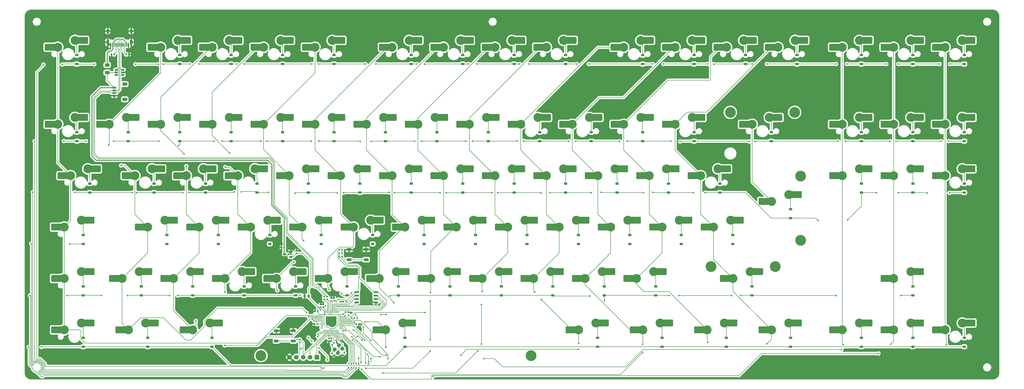
<source format=gbr>
%TF.GenerationSoftware,KiCad,Pcbnew,9.0.2*%
%TF.CreationDate,2025-07-01T21:42:38+02:00*%
%TF.ProjectId,TKL_PCB,544b4c5f-5043-4422-9e6b-696361645f70,rev?*%
%TF.SameCoordinates,Original*%
%TF.FileFunction,Copper,L2,Bot*%
%TF.FilePolarity,Positive*%
%FSLAX46Y46*%
G04 Gerber Fmt 4.6, Leading zero omitted, Abs format (unit mm)*
G04 Created by KiCad (PCBNEW 9.0.2) date 2025-07-01 21:42:38*
%MOMM*%
%LPD*%
G01*
G04 APERTURE LIST*
G04 Aperture macros list*
%AMRoundRect*
0 Rectangle with rounded corners*
0 $1 Rounding radius*
0 $2 $3 $4 $5 $6 $7 $8 $9 X,Y pos of 4 corners*
0 Add a 4 corners polygon primitive as box body*
4,1,4,$2,$3,$4,$5,$6,$7,$8,$9,$2,$3,0*
0 Add four circle primitives for the rounded corners*
1,1,$1+$1,$2,$3*
1,1,$1+$1,$4,$5*
1,1,$1+$1,$6,$7*
1,1,$1+$1,$8,$9*
0 Add four rect primitives between the rounded corners*
20,1,$1+$1,$2,$3,$4,$5,0*
20,1,$1+$1,$4,$5,$6,$7,0*
20,1,$1+$1,$6,$7,$8,$9,0*
20,1,$1+$1,$8,$9,$2,$3,0*%
G04 Aperture macros list end*
%TA.AperFunction,ComponentPad*%
%ADD10C,4.000000*%
%TD*%
%TA.AperFunction,ComponentPad*%
%ADD11C,3.300000*%
%TD*%
%TA.AperFunction,SMDPad,CuDef*%
%ADD12R,1.650000X2.500000*%
%TD*%
%TA.AperFunction,SMDPad,CuDef*%
%ADD13RoundRect,0.250000X1.025000X1.000000X-1.025000X1.000000X-1.025000X-1.000000X1.025000X-1.000000X0*%
%TD*%
%TA.AperFunction,SMDPad,CuDef*%
%ADD14RoundRect,0.225000X0.375000X-0.225000X0.375000X0.225000X-0.375000X0.225000X-0.375000X-0.225000X0*%
%TD*%
%TA.AperFunction,SMDPad,CuDef*%
%ADD15RoundRect,0.140000X-0.140000X-0.170000X0.140000X-0.170000X0.140000X0.170000X-0.140000X0.170000X0*%
%TD*%
%TA.AperFunction,SMDPad,CuDef*%
%ADD16RoundRect,0.140000X0.170000X-0.140000X0.170000X0.140000X-0.170000X0.140000X-0.170000X-0.140000X0*%
%TD*%
%TA.AperFunction,SMDPad,CuDef*%
%ADD17RoundRect,0.135000X0.135000X0.185000X-0.135000X0.185000X-0.135000X-0.185000X0.135000X-0.185000X0*%
%TD*%
%TA.AperFunction,SMDPad,CuDef*%
%ADD18RoundRect,0.135000X0.035355X-0.226274X0.226274X-0.035355X-0.035355X0.226274X-0.226274X0.035355X0*%
%TD*%
%TA.AperFunction,SMDPad,CuDef*%
%ADD19RoundRect,0.140000X0.140000X0.170000X-0.140000X0.170000X-0.140000X-0.170000X0.140000X-0.170000X0*%
%TD*%
%TA.AperFunction,SMDPad,CuDef*%
%ADD20R,1.700000X1.000000*%
%TD*%
%TA.AperFunction,SMDPad,CuDef*%
%ADD21RoundRect,0.140000X-0.170000X0.140000X-0.170000X-0.140000X0.170000X-0.140000X0.170000X0.140000X0*%
%TD*%
%TA.AperFunction,SMDPad,CuDef*%
%ADD22RoundRect,0.150000X0.512500X0.150000X-0.512500X0.150000X-0.512500X-0.150000X0.512500X-0.150000X0*%
%TD*%
%TA.AperFunction,SMDPad,CuDef*%
%ADD23RoundRect,0.135000X-0.185000X0.135000X-0.185000X-0.135000X0.185000X-0.135000X0.185000X0.135000X0*%
%TD*%
%TA.AperFunction,SMDPad,CuDef*%
%ADD24RoundRect,0.135000X-0.135000X-0.185000X0.135000X-0.185000X0.135000X0.185000X-0.135000X0.185000X0*%
%TD*%
%TA.AperFunction,SMDPad,CuDef*%
%ADD25R,0.600000X1.450000*%
%TD*%
%TA.AperFunction,SMDPad,CuDef*%
%ADD26R,0.300000X1.450000*%
%TD*%
%TA.AperFunction,HeatsinkPad*%
%ADD27O,1.000000X1.600000*%
%TD*%
%TA.AperFunction,HeatsinkPad*%
%ADD28O,1.000000X2.100000*%
%TD*%
%TA.AperFunction,SMDPad,CuDef*%
%ADD29RoundRect,0.140000X0.219203X0.021213X0.021213X0.219203X-0.219203X-0.021213X-0.021213X-0.219203X0*%
%TD*%
%TA.AperFunction,SMDPad,CuDef*%
%ADD30RoundRect,0.250000X-0.070711X-0.565685X0.565685X0.070711X0.070711X0.565685X-0.565685X-0.070711X0*%
%TD*%
%TA.AperFunction,SMDPad,CuDef*%
%ADD31RoundRect,0.150000X-0.625000X0.150000X-0.625000X-0.150000X0.625000X-0.150000X0.625000X0.150000X0*%
%TD*%
%TA.AperFunction,SMDPad,CuDef*%
%ADD32RoundRect,0.250000X-0.650000X0.350000X-0.650000X-0.350000X0.650000X-0.350000X0.650000X0.350000X0*%
%TD*%
%TA.AperFunction,SMDPad,CuDef*%
%ADD33RoundRect,0.050000X0.387500X0.050000X-0.387500X0.050000X-0.387500X-0.050000X0.387500X-0.050000X0*%
%TD*%
%TA.AperFunction,SMDPad,CuDef*%
%ADD34RoundRect,0.050000X0.050000X0.387500X-0.050000X0.387500X-0.050000X-0.387500X0.050000X-0.387500X0*%
%TD*%
%TA.AperFunction,HeatsinkPad*%
%ADD35R,3.200000X3.200000*%
%TD*%
%TA.AperFunction,SMDPad,CuDef*%
%ADD36RoundRect,0.150000X0.475000X0.150000X-0.475000X0.150000X-0.475000X-0.150000X0.475000X-0.150000X0*%
%TD*%
%TA.AperFunction,SMDPad,CuDef*%
%ADD37RoundRect,0.162500X0.650000X0.162500X-0.650000X0.162500X-0.650000X-0.162500X0.650000X-0.162500X0*%
%TD*%
%TA.AperFunction,SMDPad,CuDef*%
%ADD38RoundRect,0.225000X0.225000X0.250000X-0.225000X0.250000X-0.225000X-0.250000X0.225000X-0.250000X0*%
%TD*%
%TA.AperFunction,SMDPad,CuDef*%
%ADD39RoundRect,0.140000X0.021213X-0.219203X0.219203X-0.021213X-0.021213X0.219203X-0.219203X0.021213X0*%
%TD*%
%TA.AperFunction,ComponentPad*%
%ADD40R,1.700000X1.700000*%
%TD*%
%TA.AperFunction,ComponentPad*%
%ADD41C,1.700000*%
%TD*%
%TA.AperFunction,SMDPad,CuDef*%
%ADD42RoundRect,0.250000X-0.625000X0.375000X-0.625000X-0.375000X0.625000X-0.375000X0.625000X0.375000X0*%
%TD*%
%TA.AperFunction,ViaPad*%
%ADD43C,0.600000*%
%TD*%
%TA.AperFunction,Conductor*%
%ADD44C,0.200000*%
%TD*%
%TA.AperFunction,Conductor*%
%ADD45C,0.300000*%
%TD*%
G04 APERTURE END LIST*
D10*
%TO.P,S3,*%
%TO.N,*%
X268988750Y-48120000D03*
X292801250Y-48120000D03*
%TD*%
%TO.P,S2,*%
%TO.N,*%
X261845050Y-105270000D03*
X285657550Y-105270000D03*
%TD*%
%TO.P,S1,*%
%TO.N,*%
X195170050Y-138290000D03*
X95157550Y-138290000D03*
%TD*%
%TO.P,S4,*%
%TO.N,*%
X295023800Y-71773750D03*
X295023800Y-95586250D03*
%TD*%
D11*
%TO.P,MX72,1,1*%
%TO.N,12*%
X177072500Y-109715000D03*
D12*
X175247500Y-109715000D03*
D13*
X173522500Y-109715000D03*
%TO.P,MX72,2,2*%
%TO.N,Net-(D72-A)*%
X186972500Y-107175000D03*
D12*
X185222500Y-107175000D03*
D11*
X183422500Y-107175000D03*
%TD*%
%TO.P,MX53,1,1*%
%TO.N,Net-(U1-GPIO27_ADC1)*%
X72297500Y-90665000D03*
D12*
X70472500Y-90665000D03*
D13*
X68747500Y-90665000D03*
%TO.P,MX53,2,2*%
%TO.N,Net-(D53-A)*%
X82197500Y-88125000D03*
D12*
X80447500Y-88125000D03*
D11*
X78647500Y-88125000D03*
%TD*%
D14*
%TO.P,D5,1,K*%
%TO.N,Net-(D1-K)*%
X122237500Y-30225000D03*
%TO.P,D5,2,A*%
%TO.N,Net-(D5-A)*%
X122237500Y-26925000D03*
%TD*%
%TO.P,D59,1,K*%
%TO.N,Net-(D51-K)*%
X193675000Y-96900000D03*
%TO.P,D59,2,A*%
%TO.N,Net-(D59-A)*%
X193675000Y-93600000D03*
%TD*%
%TO.P,D51,1,K*%
%TO.N,Net-(D51-K)*%
X29362500Y-96900000D03*
%TO.P,D51,2,A*%
%TO.N,Net-(D51-A)*%
X29362500Y-93600000D03*
%TD*%
D15*
%TO.P,C9,1*%
%TO.N,+3V3*%
X130434646Y-126601094D03*
%TO.P,C9,2*%
%TO.N,GND*%
X131394646Y-126601094D03*
%TD*%
D14*
%TO.P,D2,1,K*%
%TO.N,Net-(D1-K)*%
X65087500Y-30225000D03*
%TO.P,D2,2,A*%
%TO.N,Net-(D2-A)*%
X65087500Y-26925000D03*
%TD*%
D11*
%TO.P,MX55,1,1*%
%TO.N,Net-(U1-GPIO25)*%
X110397500Y-90665000D03*
D12*
X108572500Y-90665000D03*
D13*
X106847500Y-90665000D03*
%TO.P,MX55,2,2*%
%TO.N,Net-(D55-A)*%
X120297500Y-88125000D03*
D12*
X118547500Y-88125000D03*
D11*
X116747500Y-88125000D03*
%TD*%
%TO.P,MX64,1,1*%
%TO.N,Net-(U1-GPIO29_ADC3)*%
X22291300Y-109715000D03*
D12*
X20466300Y-109715000D03*
D13*
X18741300Y-109715000D03*
%TO.P,MX64,2,2*%
%TO.N,Net-(D64-A)*%
X32191300Y-107175000D03*
D12*
X30441300Y-107175000D03*
D11*
X28641300Y-107175000D03*
%TD*%
D14*
%TO.P,D82,1,K*%
%TO.N,Net-(D78-K)*%
X219868800Y-135000000D03*
%TO.P,D82,2,A*%
%TO.N,Net-(D82-A)*%
X219868800Y-131700000D03*
%TD*%
%TO.P,D60,1,K*%
%TO.N,Net-(D51-K)*%
X212725000Y-96900000D03*
%TO.P,D60,2,A*%
%TO.N,Net-(D60-A)*%
X212725000Y-93600000D03*
%TD*%
%TO.P,D65,1,K*%
%TO.N,Net-(D64-K)*%
X50800000Y-115950000D03*
%TO.P,D65,2,A*%
%TO.N,Net-(D65-A)*%
X50800000Y-112650000D03*
%TD*%
%TO.P,D73,1,K*%
%TO.N,Net-(D64-K)*%
X203200000Y-115950000D03*
%TO.P,D73,2,A*%
%TO.N,Net-(D73-A)*%
X203200000Y-112650000D03*
%TD*%
D16*
%TO.P,C15,1*%
%TO.N,+3V3*%
X117189750Y-120318650D03*
%TO.P,C15,2*%
%TO.N,GND*%
X117189750Y-119358650D03*
%TD*%
D17*
%TO.P,R2,1*%
%TO.N,Net-(J1-CC1)*%
X40834499Y-26633400D03*
%TO.P,R2,2*%
%TO.N,GND*%
X39814501Y-26633400D03*
%TD*%
D14*
%TO.P,D56,1,K*%
%TO.N,Net-(D51-K)*%
X136525000Y-96900000D03*
%TO.P,D56,2,A*%
%TO.N,Net-(D56-A)*%
X136525000Y-93600000D03*
%TD*%
%TO.P,D55,1,K*%
%TO.N,Net-(D51-K)*%
X117475000Y-96900000D03*
%TO.P,D55,2,A*%
%TO.N,Net-(D55-A)*%
X117475000Y-93600000D03*
%TD*%
D18*
%TO.P,R6,1*%
%TO.N,Net-(C11-Pad2)*%
X121516252Y-134255018D03*
%TO.P,R6,2*%
%TO.N,XOUT*%
X122237500Y-133533770D03*
%TD*%
D19*
%TO.P,C1,1*%
%TO.N,+5V*%
X103749739Y-98185175D03*
%TO.P,C1,2*%
%TO.N,GND*%
X102789739Y-98185175D03*
%TD*%
D14*
%TO.P,D23,1,K*%
%TO.N,Net-(D17-K)*%
X141287500Y-58800000D03*
%TO.P,D23,2,A*%
%TO.N,Net-(D23-A)*%
X141287500Y-55500000D03*
%TD*%
D11*
%TO.P,MX54,1,1*%
%TO.N,Net-(U1-GPIO26_ADC0)*%
X91347500Y-90665000D03*
D12*
X89522500Y-90665000D03*
D13*
X87797500Y-90665000D03*
%TO.P,MX54,2,2*%
%TO.N,Net-(D54-A)*%
X101247500Y-88125000D03*
D12*
X99497500Y-88125000D03*
D11*
X97697500Y-88125000D03*
%TD*%
D14*
%TO.P,D45,1,K*%
%TO.N,Net-(D34-K)*%
X246062500Y-77850000D03*
%TO.P,D45,2,A*%
%TO.N,Net-(D45-A)*%
X246062500Y-74550000D03*
%TD*%
D11*
%TO.P,MX75,1,1*%
%TO.N,08*%
X234222500Y-109715000D03*
D12*
X232397500Y-109715000D03*
D13*
X230672500Y-109715000D03*
%TO.P,MX75,2,2*%
%TO.N,Net-(D75-A)*%
X244122500Y-107175000D03*
D12*
X242372500Y-107175000D03*
D11*
X240572500Y-107175000D03*
%TD*%
D20*
%TO.P,SW1,1,1*%
%TO.N,GND*%
X107131250Y-129068750D03*
X100831250Y-129068750D03*
%TO.P,SW1,2,2*%
%TO.N,RESET*%
X107131250Y-132868750D03*
X100831250Y-132868750D03*
%TD*%
D11*
%TO.P,MX56,1,1*%
%TO.N,Net-(U1-GPIO24)*%
X129447500Y-90665000D03*
D12*
X127622500Y-90665000D03*
D13*
X125897500Y-90665000D03*
%TO.P,MX56,2,2*%
%TO.N,Net-(D56-A)*%
X139347500Y-88125000D03*
D12*
X137597500Y-88125000D03*
D11*
X135797500Y-88125000D03*
%TD*%
D14*
%TO.P,D32,1,K*%
%TO.N,Net-(D17-K)*%
X336550000Y-58800000D03*
%TO.P,D32,2,A*%
%TO.N,Net-(D32-A)*%
X336550000Y-55500000D03*
%TD*%
%TO.P,D14,1,K*%
%TO.N,Net-(D1-K)*%
X317500000Y-30225000D03*
%TO.P,D14,2,A*%
%TO.N,Net-(D14-A)*%
X317500000Y-26925000D03*
%TD*%
%TO.P,D7,1,K*%
%TO.N,Net-(D1-K)*%
X169862500Y-30225000D03*
%TO.P,D7,2,A*%
%TO.N,Net-(D7-A)*%
X169862500Y-26925000D03*
%TD*%
D11*
%TO.P,MX65,1,1*%
%TO.N,Net-(U1-GPIO28_ADC2)*%
X43722500Y-109715000D03*
D12*
X41897500Y-109715000D03*
D13*
X40172500Y-109715000D03*
%TO.P,MX65,2,2*%
%TO.N,Net-(D65-A)*%
X53622500Y-107175000D03*
D12*
X51872500Y-107175000D03*
D11*
X50072500Y-107175000D03*
%TD*%
%TO.P,MX73,1,1*%
%TO.N,11*%
X196122500Y-109715000D03*
D12*
X194297500Y-109715000D03*
D13*
X192572500Y-109715000D03*
%TO.P,MX73,2,2*%
%TO.N,Net-(D73-A)*%
X206022500Y-107175000D03*
D12*
X204272500Y-107175000D03*
D11*
X202472500Y-107175000D03*
%TD*%
D14*
%TO.P,D41,1,K*%
%TO.N,Net-(D34-K)*%
X169862500Y-77850000D03*
%TO.P,D41,2,A*%
%TO.N,Net-(D41-A)*%
X169862500Y-74550000D03*
%TD*%
%TO.P,D10,1,K*%
%TO.N,Net-(D1-K)*%
X236537500Y-30225000D03*
%TO.P,D10,2,A*%
%TO.N,Net-(D10-A)*%
X236537500Y-26925000D03*
%TD*%
D11*
%TO.P,MX44,1,1*%
%TO.N,09*%
X219935000Y-71615000D03*
D12*
X218110000Y-71615000D03*
D13*
X216385000Y-71615000D03*
%TO.P,MX44,2,2*%
%TO.N,Net-(D44-A)*%
X229835000Y-69075000D03*
D12*
X228085000Y-69075000D03*
D11*
X226285000Y-69075000D03*
%TD*%
%TO.P,MX32,1,1*%
%TO.N,04*%
X329472500Y-52565000D03*
D12*
X327647500Y-52565000D03*
D13*
X325922500Y-52565000D03*
%TO.P,MX32,2,2*%
%TO.N,Net-(D32-A)*%
X339372500Y-50025000D03*
D12*
X337622500Y-50025000D03*
D11*
X335822500Y-50025000D03*
%TD*%
%TO.P,MX8,1,1*%
%TO.N,13*%
X181835000Y-23990000D03*
D12*
X180010000Y-23990000D03*
D13*
X178285000Y-23990000D03*
%TO.P,MX8,2,2*%
%TO.N,Net-(D8-A)*%
X191735000Y-21450000D03*
D12*
X189985000Y-21450000D03*
D11*
X188185000Y-21450000D03*
%TD*%
D17*
%TO.P,R7,1*%
%TO.N,Net-(R7-Pad1)*%
X125152300Y-101590967D03*
%TO.P,R7,2*%
%TO.N,Q_SEL*%
X124132302Y-101590967D03*
%TD*%
D14*
%TO.P,D15,1,K*%
%TO.N,Net-(D1-K)*%
X336550000Y-30225000D03*
%TO.P,D15,2,A*%
%TO.N,Net-(D15-A)*%
X336550000Y-26925000D03*
%TD*%
D11*
%TO.P,MX15,1,1*%
%TO.N,04*%
X329472500Y-23990000D03*
D12*
X327647500Y-23990000D03*
D13*
X325922500Y-23990000D03*
%TO.P,MX15,2,2*%
%TO.N,Net-(D15-A)*%
X339372500Y-21450000D03*
D12*
X337622500Y-21450000D03*
D11*
X335822500Y-21450000D03*
%TD*%
D21*
%TO.P,C5,1*%
%TO.N,+1V1*%
X120308077Y-131919244D03*
%TO.P,C5,2*%
%TO.N,GND*%
X120308077Y-132879244D03*
%TD*%
D11*
%TO.P,MX17,1,1*%
%TO.N,Net-(U1-GPIO29_ADC3)*%
X19910000Y-52565000D03*
D12*
X18085000Y-52565000D03*
D13*
X16360000Y-52565000D03*
%TO.P,MX17,2,2*%
%TO.N,Net-(D17-A)*%
X29810000Y-50025000D03*
D12*
X28060000Y-50025000D03*
D11*
X26260000Y-50025000D03*
%TD*%
D14*
%TO.P,D33,1,K*%
%TO.N,Net-(D17-K)*%
X355600000Y-58800000D03*
%TO.P,D33,2,A*%
%TO.N,Net-(D33-A)*%
X355600000Y-55500000D03*
%TD*%
%TO.P,D22,1,K*%
%TO.N,Net-(D17-K)*%
X122237500Y-58800000D03*
%TO.P,D22,2,A*%
%TO.N,Net-(D22-A)*%
X122237500Y-55500000D03*
%TD*%
%TO.P,D26,1,K*%
%TO.N,Net-(D17-K)*%
X198437500Y-58800000D03*
%TO.P,D26,2,A*%
%TO.N,Net-(D26-A)*%
X198437500Y-55500000D03*
%TD*%
D11*
%TO.P,MX83,1,1*%
%TO.N,09*%
X236603800Y-128765000D03*
D12*
X234778800Y-128765000D03*
D13*
X233053800Y-128765000D03*
%TO.P,MX83,2,2*%
%TO.N,Net-(D83-A)*%
X246503800Y-126225000D03*
D12*
X244753800Y-126225000D03*
D11*
X242953800Y-126225000D03*
%TD*%
D14*
%TO.P,D77,1,K*%
%TO.N,Net-(D64-K)*%
X336550000Y-115950000D03*
%TO.P,D77,2,A*%
%TO.N,Net-(D77-A)*%
X336550000Y-112650000D03*
%TD*%
D17*
%TO.P,R9,1*%
%TO.N,Net-(R8-Pad2)*%
X125177655Y-98978881D03*
%TO.P,R9,2*%
%TO.N,+3V3*%
X124157657Y-98978881D03*
%TD*%
D22*
%TO.P,U2,1,GND*%
%TO.N,GND*%
X106181129Y-99802154D03*
%TO.P,U2,2,VO*%
%TO.N,+3V3*%
X106181129Y-101702154D03*
%TO.P,U2,3,VI*%
%TO.N,+5V*%
X103906129Y-100752154D03*
%TD*%
D11*
%TO.P,MX67,1,1*%
%TO.N,Net-(U1-GPIO26_ADC0)*%
X81822500Y-109715000D03*
D12*
X79997500Y-109715000D03*
D13*
X78272500Y-109715000D03*
%TO.P,MX67,2,2*%
%TO.N,Net-(D67-A)*%
X91722500Y-107175000D03*
D12*
X89972500Y-107175000D03*
D11*
X88172500Y-107175000D03*
%TD*%
%TO.P,MX87,1,1*%
%TO.N,04*%
X329472500Y-128765000D03*
D12*
X327647500Y-128765000D03*
D13*
X325922500Y-128765000D03*
%TO.P,MX87,2,2*%
%TO.N,Net-(D87-A)*%
X339372500Y-126225000D03*
D12*
X337622500Y-126225000D03*
D11*
X335822500Y-126225000D03*
%TD*%
%TO.P,MX82,1,1*%
%TO.N,11*%
X212791300Y-128765000D03*
D12*
X210966300Y-128765000D03*
D13*
X209241300Y-128765000D03*
%TO.P,MX82,2,2*%
%TO.N,Net-(D82-A)*%
X222691300Y-126225000D03*
D12*
X220941300Y-126225000D03*
D11*
X219141300Y-126225000D03*
%TD*%
D14*
%TO.P,D71,1,K*%
%TO.N,Net-(D64-K)*%
X165100000Y-115950000D03*
%TO.P,D71,2,A*%
%TO.N,Net-(D71-A)*%
X165100000Y-112650000D03*
%TD*%
%TO.P,D18,1,K*%
%TO.N,Net-(D17-K)*%
X46037500Y-58800000D03*
%TO.P,D18,2,A*%
%TO.N,Net-(D18-A)*%
X46037500Y-55500000D03*
%TD*%
D11*
%TO.P,MX26,1,1*%
%TO.N,11*%
X191360000Y-52565000D03*
D12*
X189535000Y-52565000D03*
D13*
X187810000Y-52565000D03*
%TO.P,MX26,2,2*%
%TO.N,Net-(D26-A)*%
X201260000Y-50025000D03*
D12*
X199510000Y-50025000D03*
D11*
X197710000Y-50025000D03*
%TD*%
%TO.P,MX37,1,1*%
%TO.N,Net-(U1-GPIO26_ADC0)*%
X86585000Y-71615000D03*
D12*
X84760000Y-71615000D03*
D13*
X83035000Y-71615000D03*
%TO.P,MX37,2,2*%
%TO.N,Net-(D37-A)*%
X96485000Y-69075000D03*
D12*
X94735000Y-69075000D03*
D11*
X92935000Y-69075000D03*
%TD*%
%TO.P,MX84,1,1*%
%TO.N,08*%
X260416300Y-128765000D03*
D12*
X258591300Y-128765000D03*
D13*
X256866300Y-128765000D03*
%TO.P,MX84,2,2*%
%TO.N,Net-(D84-A)*%
X270316300Y-126225000D03*
D12*
X268566300Y-126225000D03*
D11*
X266766300Y-126225000D03*
%TD*%
D14*
%TO.P,D8,1,K*%
%TO.N,Net-(D1-K)*%
X188912500Y-30225000D03*
%TO.P,D8,2,A*%
%TO.N,Net-(D8-A)*%
X188912500Y-26925000D03*
%TD*%
D11*
%TO.P,MX27,1,1*%
%TO.N,09*%
X210410000Y-52565000D03*
D12*
X208585000Y-52565000D03*
D13*
X206860000Y-52565000D03*
%TO.P,MX27,2,2*%
%TO.N,Net-(D27-A)*%
X220310000Y-50025000D03*
D12*
X218560000Y-50025000D03*
D11*
X216760000Y-50025000D03*
%TD*%
D14*
%TO.P,D52,1,K*%
%TO.N,Net-(D51-K)*%
X60325000Y-96900000D03*
%TO.P,D52,2,A*%
%TO.N,Net-(D52-A)*%
X60325000Y-93600000D03*
%TD*%
%TO.P,D58,1,K*%
%TO.N,Net-(D51-K)*%
X174625000Y-96900000D03*
%TO.P,D58,2,A*%
%TO.N,Net-(D58-A)*%
X174625000Y-93600000D03*
%TD*%
%TO.P,D86,1,K*%
%TO.N,Net-(D78-K)*%
X317500000Y-135000000D03*
%TO.P,D86,2,A*%
%TO.N,Net-(D86-A)*%
X317500000Y-131700000D03*
%TD*%
D16*
%TO.P,C13,1*%
%TO.N,+1V1*%
X122237500Y-117939300D03*
%TO.P,C13,2*%
%TO.N,GND*%
X122237500Y-116979300D03*
%TD*%
D11*
%TO.P,MX19,1,1*%
%TO.N,Net-(U1-GPIO27_ADC1)*%
X58010000Y-52565000D03*
D12*
X56185000Y-52565000D03*
D13*
X54460000Y-52565000D03*
%TO.P,MX19,2,2*%
%TO.N,Net-(D19-A)*%
X67910000Y-50025000D03*
D12*
X66160000Y-50025000D03*
D11*
X64360000Y-50025000D03*
%TD*%
%TO.P,MX22,1,1*%
%TO.N,Net-(U1-GPIO24)*%
X115160000Y-52565000D03*
D12*
X113335000Y-52565000D03*
D13*
X111610000Y-52565000D03*
%TO.P,MX22,2,2*%
%TO.N,Net-(D22-A)*%
X125060000Y-50025000D03*
D12*
X123310000Y-50025000D03*
D11*
X121510000Y-50025000D03*
%TD*%
D23*
%TO.P,R4,1*%
%TO.N,D+*%
X119646646Y-116495794D03*
%TO.P,R4,2*%
%TO.N,Net-(U1-USB_DP)*%
X119646646Y-117515794D03*
%TD*%
D11*
%TO.P,MX63,1,1*%
%TO.N,07*%
X262797500Y-90665000D03*
D12*
X260972500Y-90665000D03*
D13*
X259247500Y-90665000D03*
%TO.P,MX63,2,2*%
%TO.N,Net-(D63-A)*%
X272697500Y-88125000D03*
D12*
X270947500Y-88125000D03*
D11*
X269147500Y-88125000D03*
%TD*%
D20*
%TO.P,SW2,1,1*%
%TO.N,GND*%
X134118749Y-98930535D03*
X127818751Y-98930535D03*
%TO.P,SW2,2,2*%
%TO.N,Net-(R7-Pad1)*%
X134118749Y-102730535D03*
X127818751Y-102730535D03*
%TD*%
D11*
%TO.P,MX57,1,1*%
%TO.N,14*%
X148497500Y-90665000D03*
D12*
X146672500Y-90665000D03*
D13*
X144947500Y-90665000D03*
%TO.P,MX57,2,2*%
%TO.N,Net-(D57-A)*%
X158397500Y-88125000D03*
D12*
X156647500Y-88125000D03*
D11*
X154847500Y-88125000D03*
%TD*%
D14*
%TO.P,D64,1,K*%
%TO.N,Net-(D64-K)*%
X29368800Y-115950000D03*
%TO.P,D64,2,A*%
%TO.N,Net-(D64-A)*%
X29368800Y-112650000D03*
%TD*%
D24*
%TO.P,R8,1*%
%TO.N,Q_SEL*%
X124121262Y-100360420D03*
%TO.P,R8,2*%
%TO.N,Net-(R8-Pad2)*%
X125141260Y-100360420D03*
%TD*%
D14*
%TO.P,D24,1,K*%
%TO.N,Net-(D17-K)*%
X160337500Y-58800000D03*
%TO.P,D24,2,A*%
%TO.N,Net-(D24-A)*%
X160337500Y-55500000D03*
%TD*%
D11*
%TO.P,MX71,1,1*%
%TO.N,13*%
X158022500Y-109715000D03*
D12*
X156197500Y-109715000D03*
D13*
X154472500Y-109715000D03*
%TO.P,MX71,2,2*%
%TO.N,Net-(D71-A)*%
X167922500Y-107175000D03*
D12*
X166172500Y-107175000D03*
D11*
X164372500Y-107175000D03*
%TD*%
%TO.P,MX24,1,1*%
%TO.N,13*%
X153260000Y-52565000D03*
D12*
X151435000Y-52565000D03*
D13*
X149710000Y-52565000D03*
%TO.P,MX24,2,2*%
%TO.N,Net-(D24-A)*%
X163160000Y-50025000D03*
D12*
X161410000Y-50025000D03*
D11*
X159610000Y-50025000D03*
%TD*%
%TO.P,MX20,1,1*%
%TO.N,Net-(U1-GPIO26_ADC0)*%
X77060000Y-52565000D03*
D12*
X75235000Y-52565000D03*
D13*
X73510000Y-52565000D03*
%TO.P,MX20,2,2*%
%TO.N,Net-(D20-A)*%
X86960000Y-50025000D03*
D12*
X85210000Y-50025000D03*
D11*
X83410000Y-50025000D03*
%TD*%
%TO.P,MX4,1,1*%
%TO.N,Net-(U1-GPIO26_ADC0)*%
X96110000Y-23990000D03*
D12*
X94285000Y-23990000D03*
D13*
X92560000Y-23990000D03*
%TO.P,MX4,2,2*%
%TO.N,Net-(D4-A)*%
X106010000Y-21450000D03*
D12*
X104260000Y-21450000D03*
D11*
X102460000Y-21450000D03*
%TD*%
%TO.P,MX2,1,1*%
%TO.N,Net-(U1-GPIO28_ADC2)*%
X58010000Y-23990000D03*
D12*
X56185000Y-23990000D03*
D13*
X54460000Y-23990000D03*
%TO.P,MX2,2,2*%
%TO.N,Net-(D2-A)*%
X67910000Y-21450000D03*
D12*
X66160000Y-21450000D03*
D11*
X64360000Y-21450000D03*
%TD*%
%TO.P,MX18,1,1*%
%TO.N,Net-(U1-GPIO28_ADC2)*%
X38960000Y-52565000D03*
D12*
X37135000Y-52565000D03*
D13*
X35410000Y-52565000D03*
%TO.P,MX18,2,2*%
%TO.N,Net-(D18-A)*%
X48860000Y-50025000D03*
D12*
X47110000Y-50025000D03*
D11*
X45310000Y-50025000D03*
%TD*%
%TO.P,MX61,1,1*%
%TO.N,09*%
X224697500Y-90665000D03*
D12*
X222872500Y-90665000D03*
D13*
X221147500Y-90665000D03*
%TO.P,MX61,2,2*%
%TO.N,Net-(D61-A)*%
X234597500Y-88125000D03*
D12*
X232847500Y-88125000D03*
D11*
X231047500Y-88125000D03*
%TD*%
D14*
%TO.P,D6,1,K*%
%TO.N,Net-(D1-K)*%
X150812500Y-30225000D03*
%TO.P,D6,2,A*%
%TO.N,Net-(D6-A)*%
X150812500Y-26925000D03*
%TD*%
D11*
%TO.P,MX3,1,1*%
%TO.N,Net-(U1-GPIO27_ADC1)*%
X77060000Y-23990000D03*
D12*
X75235000Y-23990000D03*
D13*
X73510000Y-23990000D03*
%TO.P,MX3,2,2*%
%TO.N,Net-(D3-A)*%
X86960000Y-21450000D03*
D12*
X85210000Y-21450000D03*
D11*
X83410000Y-21450000D03*
%TD*%
D14*
%TO.P,D85,1,K*%
%TO.N,Net-(D78-K)*%
X291306300Y-135000000D03*
%TO.P,D85,2,A*%
%TO.N,Net-(D85-A)*%
X291306300Y-131700000D03*
%TD*%
%TO.P,D49,1,K*%
%TO.N,Net-(D34-K)*%
X336550000Y-77850000D03*
%TO.P,D49,2,A*%
%TO.N,Net-(D49-A)*%
X336550000Y-74550000D03*
%TD*%
D15*
%TO.P,C8,1*%
%TO.N,+3V3*%
X126426746Y-122179694D03*
%TO.P,C8,2*%
%TO.N,GND*%
X127386746Y-122179694D03*
%TD*%
D11*
%TO.P,MX38,1,1*%
%TO.N,Net-(U1-GPIO25)*%
X105635000Y-71615000D03*
D12*
X103810000Y-71615000D03*
D13*
X102085000Y-71615000D03*
%TO.P,MX38,2,2*%
%TO.N,Net-(D38-A)*%
X115535000Y-69075000D03*
D12*
X113785000Y-69075000D03*
D11*
X111985000Y-69075000D03*
%TD*%
%TO.P,MX88,1,1*%
%TO.N,03*%
X348522500Y-128765000D03*
D12*
X346697500Y-128765000D03*
D13*
X344972500Y-128765000D03*
%TO.P,MX88,2,2*%
%TO.N,Net-(D88-A)*%
X358422500Y-126225000D03*
D12*
X356672500Y-126225000D03*
D11*
X354872500Y-126225000D03*
%TD*%
D14*
%TO.P,D70,1,K*%
%TO.N,Net-(D64-K)*%
X146050000Y-115950000D03*
%TO.P,D70,2,A*%
%TO.N,Net-(D70-A)*%
X146050000Y-112650000D03*
%TD*%
%TO.P,D79,1,K*%
%TO.N,Net-(D78-K)*%
X53181300Y-135000000D03*
%TO.P,D79,2,A*%
%TO.N,Net-(D79-A)*%
X53181300Y-131700000D03*
%TD*%
D11*
%TO.P,MX40,1,1*%
%TO.N,14*%
X143735000Y-71615000D03*
D12*
X141910000Y-71615000D03*
D13*
X140185000Y-71615000D03*
%TO.P,MX40,2,2*%
%TO.N,Net-(D40-A)*%
X153635000Y-69075000D03*
D12*
X151885000Y-69075000D03*
D11*
X150085000Y-69075000D03*
%TD*%
D14*
%TO.P,D39,1,K*%
%TO.N,Net-(D34-K)*%
X131762500Y-77850000D03*
%TO.P,D39,2,A*%
%TO.N,Net-(D39-A)*%
X131762500Y-74550000D03*
%TD*%
D11*
%TO.P,MX41,1,1*%
%TO.N,13*%
X162785000Y-71615000D03*
D12*
X160960000Y-71615000D03*
D13*
X159235000Y-71615000D03*
%TO.P,MX41,2,2*%
%TO.N,Net-(D41-A)*%
X172685000Y-69075000D03*
D12*
X170935000Y-69075000D03*
D11*
X169135000Y-69075000D03*
%TD*%
D14*
%TO.P,D88,1,K*%
%TO.N,Net-(D78-K)*%
X355600000Y-135000000D03*
%TO.P,D88,2,A*%
%TO.N,Net-(D88-A)*%
X355600000Y-131700000D03*
%TD*%
D19*
%TO.P,C7,1*%
%TO.N,+3V3*%
X115936746Y-126573694D03*
%TO.P,C7,2*%
%TO.N,GND*%
X114976746Y-126573694D03*
%TD*%
D11*
%TO.P,MX70,1,1*%
%TO.N,14*%
X138972500Y-109715000D03*
D12*
X137147500Y-109715000D03*
D13*
X135422500Y-109715000D03*
%TO.P,MX70,2,2*%
%TO.N,Net-(D70-A)*%
X148872500Y-107175000D03*
D12*
X147122500Y-107175000D03*
D11*
X145322500Y-107175000D03*
%TD*%
D16*
%TO.P,C4,1*%
%TO.N,+1V1*%
X118268750Y-120336250D03*
%TO.P,C4,2*%
%TO.N,GND*%
X118268750Y-119376250D03*
%TD*%
D11*
%TO.P,MX13,1,1*%
%TO.N,07*%
X286610000Y-23990000D03*
D12*
X284785000Y-23990000D03*
D13*
X283060000Y-23990000D03*
%TO.P,MX13,2,2*%
%TO.N,Net-(D13-A)*%
X296510000Y-21450000D03*
D12*
X294760000Y-21450000D03*
D11*
X292960000Y-21450000D03*
%TD*%
D14*
%TO.P,D48,1,K*%
%TO.N,Net-(D34-K)*%
X317500000Y-77850000D03*
%TO.P,D48,2,A*%
%TO.N,Net-(D48-A)*%
X317500000Y-74550000D03*
%TD*%
D16*
%TO.P,C2,1*%
%TO.N,+3V3*%
X108312229Y-100381154D03*
%TO.P,C2,2*%
%TO.N,GND*%
X108312229Y-99421154D03*
%TD*%
D11*
%TO.P,MX42,1,1*%
%TO.N,12*%
X181835000Y-71615000D03*
D12*
X180010000Y-71615000D03*
D13*
X178285000Y-71615000D03*
%TO.P,MX42,2,2*%
%TO.N,Net-(D42-A)*%
X191735000Y-69075000D03*
D12*
X189985000Y-69075000D03*
D11*
X188185000Y-69075000D03*
%TD*%
%TO.P,MX25,1,1*%
%TO.N,12*%
X172310000Y-52565000D03*
D12*
X170485000Y-52565000D03*
D13*
X168760000Y-52565000D03*
%TO.P,MX25,2,2*%
%TO.N,Net-(D25-A)*%
X182210000Y-50025000D03*
D12*
X180460000Y-50025000D03*
D11*
X178660000Y-50025000D03*
%TD*%
%TO.P,MX34,1,1*%
%TO.N,Net-(U1-GPIO29_ADC3)*%
X24672500Y-71615000D03*
D12*
X22847500Y-71615000D03*
D13*
X21122500Y-71615000D03*
%TO.P,MX34,2,2*%
%TO.N,Net-(D34-A)*%
X34572500Y-69075000D03*
D12*
X32822500Y-69075000D03*
D11*
X31022500Y-69075000D03*
%TD*%
D14*
%TO.P,D81,1,K*%
%TO.N,Net-(D78-K)*%
X148431300Y-135000000D03*
%TO.P,D81,2,A*%
%TO.N,Net-(D81-A)*%
X148431300Y-131700000D03*
%TD*%
D11*
%TO.P,MX23,1,1*%
%TO.N,14*%
X134210000Y-52565000D03*
D12*
X132385000Y-52565000D03*
D13*
X130660000Y-52565000D03*
%TO.P,MX23,2,2*%
%TO.N,Net-(D23-A)*%
X144110000Y-50025000D03*
D12*
X142360000Y-50025000D03*
D11*
X140560000Y-50025000D03*
%TD*%
D14*
%TO.P,D76,1,K*%
%TO.N,Net-(D64-K)*%
X277018800Y-115950000D03*
%TO.P,D76,2,A*%
%TO.N,Net-(D76-A)*%
X277018800Y-112650000D03*
%TD*%
%TO.P,D36,1,K*%
%TO.N,Net-(D34-K)*%
X74612500Y-77850000D03*
%TO.P,D36,2,A*%
%TO.N,Net-(D36-A)*%
X74612500Y-74550000D03*
%TD*%
D25*
%TO.P,J1,A1,GND*%
%TO.N,GND*%
X39520000Y-23095000D03*
%TO.P,J1,A4,VBUS*%
%TO.N,VBUS*%
X40320000Y-23095000D03*
D26*
%TO.P,J1,A5,CC1*%
%TO.N,Net-(J1-CC1)*%
X41520000Y-23095000D03*
%TO.P,J1,A6,D+*%
%TO.N,D+*%
X42520000Y-23095000D03*
%TO.P,J1,A7,D-*%
%TO.N,D-*%
X43020000Y-23095000D03*
%TO.P,J1,A8,SBU1*%
%TO.N,unconnected-(J1-SBU1-PadA8)*%
X44020000Y-23095000D03*
D25*
%TO.P,J1,A9,VBUS*%
%TO.N,VBUS*%
X45220000Y-23095000D03*
%TO.P,J1,A12,GND*%
%TO.N,GND*%
X46020000Y-23095000D03*
%TO.P,J1,B1,GND*%
X46020000Y-23095000D03*
%TO.P,J1,B4,VBUS*%
%TO.N,VBUS*%
X45220000Y-23095000D03*
D26*
%TO.P,J1,B5,CC2*%
%TO.N,Net-(J1-CC2)*%
X44520000Y-23095000D03*
%TO.P,J1,B6,D+*%
%TO.N,D+*%
X43520000Y-23095000D03*
%TO.P,J1,B7,D-*%
%TO.N,D-*%
X42020000Y-23095000D03*
%TO.P,J1,B8,SBU2*%
%TO.N,unconnected-(J1-SBU2-PadB8)*%
X41020000Y-23095000D03*
D25*
%TO.P,J1,B9,VBUS*%
%TO.N,VBUS*%
X40320000Y-23095000D03*
%TO.P,J1,B12,GND*%
%TO.N,GND*%
X39520000Y-23095000D03*
D27*
%TO.P,J1,S1,SHIELD*%
X38450000Y-18000000D03*
D28*
X38450000Y-22180000D03*
D27*
X47090000Y-18000000D03*
D28*
X47090000Y-22180000D03*
%TD*%
D24*
%TO.P,R1,1*%
%TO.N,Net-(J1-CC2)*%
X45252201Y-26642100D03*
%TO.P,R1,2*%
%TO.N,GND*%
X46272199Y-26642100D03*
%TD*%
D11*
%TO.P,MX52,1,1*%
%TO.N,Net-(U1-GPIO28_ADC2)*%
X53247500Y-90665000D03*
D12*
X51422500Y-90665000D03*
D13*
X49697500Y-90665000D03*
%TO.P,MX52,2,2*%
%TO.N,Net-(D52-A)*%
X63147500Y-88125000D03*
D12*
X61397500Y-88125000D03*
D11*
X59597500Y-88125000D03*
%TD*%
D14*
%TO.P,D80,1,K*%
%TO.N,Net-(D78-K)*%
X76993800Y-135000000D03*
%TO.P,D80,2,A*%
%TO.N,Net-(D80-A)*%
X76993800Y-131700000D03*
%TD*%
%TO.P,D46,1,K*%
%TO.N,Net-(D34-K)*%
X265112500Y-77850000D03*
%TO.P,D46,2,A*%
%TO.N,Net-(D46-A)*%
X265112500Y-74550000D03*
%TD*%
D29*
%TO.P,C11,1*%
%TO.N,GND*%
X122156787Y-138156405D03*
%TO.P,C11,2*%
%TO.N,Net-(C11-Pad2)*%
X121477965Y-137477583D03*
%TD*%
D19*
%TO.P,C12,1*%
%TO.N,+3V3*%
X126686250Y-118268750D03*
%TO.P,C12,2*%
%TO.N,GND*%
X125726250Y-118268750D03*
%TD*%
D14*
%TO.P,D4,1,K*%
%TO.N,Net-(D1-K)*%
X103187500Y-30225000D03*
%TO.P,D4,2,A*%
%TO.N,Net-(D4-A)*%
X103187500Y-26925000D03*
%TD*%
D11*
%TO.P,MX74,1,1*%
%TO.N,09*%
X215172500Y-109715000D03*
D12*
X213347500Y-109715000D03*
D13*
X211622500Y-109715000D03*
%TO.P,MX74,2,2*%
%TO.N,Net-(D74-A)*%
X225072500Y-107175000D03*
D12*
X223322500Y-107175000D03*
D11*
X221522500Y-107175000D03*
%TD*%
D14*
%TO.P,D83,1,K*%
%TO.N,Net-(D78-K)*%
X243681300Y-135000000D03*
%TO.P,D83,2,A*%
%TO.N,Net-(D83-A)*%
X243681300Y-131700000D03*
%TD*%
%TO.P,D38,1,K*%
%TO.N,Net-(D34-K)*%
X112712500Y-77850000D03*
%TO.P,D38,2,A*%
%TO.N,Net-(D38-A)*%
X112712500Y-74550000D03*
%TD*%
D30*
%TO.P,Y1,1,1*%
%TO.N,Net-(C11-Pad2)*%
X122491018Y-136015771D03*
%TO.P,Y1,2,2*%
%TO.N,GND*%
X124046653Y-134460136D03*
%TO.P,Y1,3,3*%
%TO.N,XIN*%
X125248734Y-135662217D03*
%TO.P,Y1,4,4*%
%TO.N,GND*%
X123693099Y-137217852D03*
%TD*%
D14*
%TO.P,D16,1,K*%
%TO.N,Net-(D1-K)*%
X355600000Y-30225000D03*
%TO.P,D16,2,A*%
%TO.N,Net-(D16-A)*%
X355600000Y-26925000D03*
%TD*%
D21*
%TO.P,C16,1*%
%TO.N,+3V3*%
X121262670Y-131930409D03*
%TO.P,C16,2*%
%TO.N,GND*%
X121262670Y-132890409D03*
%TD*%
D14*
%TO.P,D3,1,K*%
%TO.N,Net-(D1-K)*%
X84137500Y-30225000D03*
%TO.P,D3,2,A*%
%TO.N,Net-(D3-A)*%
X84137500Y-26925000D03*
%TD*%
D11*
%TO.P,MX35,1,1*%
%TO.N,Net-(U1-GPIO28_ADC2)*%
X48485000Y-71615000D03*
D12*
X46660000Y-71615000D03*
D13*
X44935000Y-71615000D03*
%TO.P,MX35,2,2*%
%TO.N,Net-(D35-A)*%
X58385000Y-69075000D03*
D12*
X56635000Y-69075000D03*
D11*
X54835000Y-69075000D03*
%TD*%
D31*
%TO.P,J2,1,Pin_1*%
%TO.N,+5V*%
X40862500Y-38981250D03*
%TO.P,J2,2,Pin_2*%
%TO.N,D-*%
X40862500Y-39981250D03*
%TO.P,J2,3,Pin_3*%
%TO.N,D+*%
X40862500Y-40981250D03*
%TO.P,J2,4,Pin_4*%
%TO.N,GND*%
X40862500Y-41981250D03*
D32*
%TO.P,J2,MP*%
%TO.N,N/C*%
X44737500Y-37681250D03*
X44737500Y-43281250D03*
%TD*%
D14*
%TO.P,D21,1,K*%
%TO.N,Net-(D17-K)*%
X103187500Y-58800000D03*
%TO.P,D21,2,A*%
%TO.N,Net-(D21-A)*%
X103187500Y-55500000D03*
%TD*%
%TO.P,D37,1,K*%
%TO.N,Net-(D34-K)*%
X93662500Y-77850000D03*
%TO.P,D37,2,A*%
%TO.N,Net-(D37-A)*%
X93662500Y-74550000D03*
%TD*%
D16*
%TO.P,C14,1*%
%TO.N,+3V3*%
X121211700Y-117955000D03*
%TO.P,C14,2*%
%TO.N,GND*%
X121211700Y-116995000D03*
%TD*%
D11*
%TO.P,MX21,1,1*%
%TO.N,Net-(U1-GPIO25)*%
X96110000Y-52565000D03*
D12*
X94285000Y-52565000D03*
D13*
X92560000Y-52565000D03*
%TO.P,MX21,2,2*%
%TO.N,Net-(D21-A)*%
X106010000Y-50025000D03*
D12*
X104260000Y-50025000D03*
D11*
X102460000Y-50025000D03*
%TD*%
D14*
%TO.P,D61,1,K*%
%TO.N,Net-(D51-K)*%
X231775000Y-96900000D03*
%TO.P,D61,2,A*%
%TO.N,Net-(D61-A)*%
X231775000Y-93600000D03*
%TD*%
D11*
%TO.P,MX33,1,1*%
%TO.N,03*%
X348522500Y-52565000D03*
D12*
X346697500Y-52565000D03*
D13*
X344972500Y-52565000D03*
%TO.P,MX33,2,2*%
%TO.N,Net-(D33-A)*%
X358422500Y-50025000D03*
D12*
X356672500Y-50025000D03*
D11*
X354872500Y-50025000D03*
%TD*%
%TO.P,MX78,1,1*%
%TO.N,Net-(U1-GPIO29_ADC3)*%
X22291300Y-128765000D03*
D12*
X20466300Y-128765000D03*
D13*
X18741300Y-128765000D03*
%TO.P,MX78,2,2*%
%TO.N,Net-(D78-A)*%
X32191300Y-126225000D03*
D12*
X30441300Y-126225000D03*
D11*
X28641300Y-126225000D03*
%TD*%
%TO.P,MX62,1,1*%
%TO.N,08*%
X243747500Y-90665000D03*
D12*
X241922500Y-90665000D03*
D13*
X240197500Y-90665000D03*
%TO.P,MX62,2,2*%
%TO.N,Net-(D62-A)*%
X253647500Y-88125000D03*
D12*
X251897500Y-88125000D03*
D11*
X250097500Y-88125000D03*
%TD*%
%TO.P,MX47,1,1*%
%TO.N,06*%
X284228800Y-81140000D03*
D12*
X282403800Y-81140000D03*
D13*
X280678800Y-81140000D03*
%TO.P,MX47,2,2*%
%TO.N,Net-(D47-A)*%
X294128800Y-78600000D03*
D12*
X292378800Y-78600000D03*
D11*
X290578800Y-78600000D03*
%TD*%
%TO.P,MX45,1,1*%
%TO.N,08*%
X238985000Y-71615000D03*
D12*
X237160000Y-71615000D03*
D13*
X235435000Y-71615000D03*
%TO.P,MX45,2,2*%
%TO.N,Net-(D45-A)*%
X248885000Y-69075000D03*
D12*
X247135000Y-69075000D03*
D11*
X245335000Y-69075000D03*
%TD*%
D23*
%TO.P,R3,1*%
%TO.N,RESET*%
X109528428Y-132291877D03*
%TO.P,R3,2*%
%TO.N,+3V3*%
X109528428Y-133311875D03*
%TD*%
D14*
%TO.P,D34,1,K*%
%TO.N,Net-(D34-K)*%
X31750000Y-77850000D03*
%TO.P,D34,2,A*%
%TO.N,Net-(D34-A)*%
X31750000Y-74550000D03*
%TD*%
D11*
%TO.P,MX51,1,1*%
%TO.N,Net-(U1-GPIO29_ADC3)*%
X22285000Y-90665000D03*
D12*
X20460000Y-90665000D03*
D13*
X18735000Y-90665000D03*
%TO.P,MX51,2,2*%
%TO.N,Net-(D51-A)*%
X32185000Y-88125000D03*
D12*
X30435000Y-88125000D03*
D11*
X28635000Y-88125000D03*
%TD*%
D14*
%TO.P,D78,1,K*%
%TO.N,Net-(D78-K)*%
X29368800Y-135000000D03*
%TO.P,D78,2,A*%
%TO.N,Net-(D78-A)*%
X29368800Y-131700000D03*
%TD*%
%TO.P,D13,1,K*%
%TO.N,Net-(D1-K)*%
X293687500Y-30225000D03*
%TO.P,D13,2,A*%
%TO.N,Net-(D13-A)*%
X293687500Y-26925000D03*
%TD*%
D11*
%TO.P,MX50,1,1*%
%TO.N,03*%
X348522500Y-71615000D03*
D12*
X346697500Y-71615000D03*
D13*
X344972500Y-71615000D03*
%TO.P,MX50,2,2*%
%TO.N,Net-(D50-A)*%
X358422500Y-69075000D03*
D12*
X356672500Y-69075000D03*
D11*
X354872500Y-69075000D03*
%TD*%
D33*
%TO.P,U1,1,IOVDD*%
%TO.N,+3V3*%
X124572146Y-123006794D03*
%TO.P,U1,2,GPIO0*%
%TO.N,unconnected-(U1-GPIO0-Pad2)*%
X124572146Y-123406794D03*
%TO.P,U1,3,GPIO1*%
%TO.N,03*%
X124572146Y-123806794D03*
%TO.P,U1,4,GPIO2*%
%TO.N,04*%
X124572146Y-124206794D03*
%TO.P,U1,5,GPIO3*%
%TO.N,05*%
X124572146Y-124606794D03*
%TO.P,U1,6,GPIO4*%
%TO.N,06*%
X124572146Y-125006794D03*
%TO.P,U1,7,GPIO5*%
%TO.N,07*%
X124572146Y-125406794D03*
%TO.P,U1,8,GPIO6*%
%TO.N,08*%
X124572146Y-125806794D03*
%TO.P,U1,9,GPIO7*%
%TO.N,09*%
X124572146Y-126206794D03*
%TO.P,U1,10,IOVDD*%
%TO.N,+3V3*%
X124572146Y-126606794D03*
%TO.P,U1,11,GPIO8*%
%TO.N,11*%
X124572146Y-127006794D03*
%TO.P,U1,12,GPIO9*%
%TO.N,12*%
X124572146Y-127406794D03*
%TO.P,U1,13,GPIO10*%
%TO.N,13*%
X124572146Y-127806794D03*
%TO.P,U1,14,GPIO11*%
%TO.N,14*%
X124572146Y-128206794D03*
D34*
%TO.P,U1,15,GPIO12*%
%TO.N,Net-(D78-K)*%
X123734646Y-129044294D03*
%TO.P,U1,16,GPIO13*%
%TO.N,Net-(D64-K)*%
X123334646Y-129044294D03*
%TO.P,U1,17,GPIO14*%
%TO.N,Net-(D51-K)*%
X122934646Y-129044294D03*
%TO.P,U1,18,GPIO15*%
%TO.N,Net-(D34-K)*%
X122534646Y-129044294D03*
%TO.P,U1,19,TESTEN*%
%TO.N,GND*%
X122134646Y-129044294D03*
%TO.P,U1,20,XIN*%
%TO.N,XIN*%
X121734646Y-129044294D03*
%TO.P,U1,21,XOUT*%
%TO.N,XOUT*%
X121334646Y-129044294D03*
%TO.P,U1,22,IOVDD*%
%TO.N,+3V3*%
X120934646Y-129044294D03*
%TO.P,U1,23,DVDD*%
%TO.N,+1V1*%
X120534646Y-129044294D03*
%TO.P,U1,24,SWCLK*%
%TO.N,SWC*%
X120134646Y-129044294D03*
%TO.P,U1,25,SWD*%
%TO.N,SWD*%
X119734646Y-129044294D03*
%TO.P,U1,26,RUN*%
%TO.N,RESET*%
X119334646Y-129044294D03*
%TO.P,U1,27,GPIO16*%
%TO.N,Net-(D1-K)*%
X118934646Y-129044294D03*
%TO.P,U1,28,GPIO17*%
%TO.N,Net-(D17-K)*%
X118534646Y-129044294D03*
D33*
%TO.P,U1,29,GPIO18*%
%TO.N,unconnected-(U1-GPIO18-Pad29)*%
X117697146Y-128206794D03*
%TO.P,U1,30,GPIO19*%
%TO.N,unconnected-(U1-GPIO19-Pad30)*%
X117697146Y-127806794D03*
%TO.P,U1,31,GPIO20*%
%TO.N,unconnected-(U1-GPIO20-Pad31)*%
X117697146Y-127406794D03*
%TO.P,U1,32,GPIO21*%
%TO.N,unconnected-(U1-GPIO21-Pad32)*%
X117697146Y-127006794D03*
%TO.P,U1,33,IOVDD*%
%TO.N,+3V3*%
X117697146Y-126606794D03*
%TO.P,U1,34,GPIO22*%
%TO.N,unconnected-(U1-GPIO22-Pad34)*%
X117697146Y-126206794D03*
%TO.P,U1,35,GPIO23*%
%TO.N,unconnected-(U1-GPIO23-Pad35)*%
X117697146Y-125806794D03*
%TO.P,U1,36,GPIO24*%
%TO.N,Net-(U1-GPIO24)*%
X117697146Y-125406794D03*
%TO.P,U1,37,GPIO25*%
%TO.N,Net-(U1-GPIO25)*%
X117697146Y-125006794D03*
%TO.P,U1,38,GPIO26_ADC0*%
%TO.N,Net-(U1-GPIO26_ADC0)*%
X117697146Y-124606794D03*
%TO.P,U1,39,GPIO27_ADC1*%
%TO.N,Net-(U1-GPIO27_ADC1)*%
X117697146Y-124206794D03*
%TO.P,U1,40,GPIO28_ADC2*%
%TO.N,Net-(U1-GPIO28_ADC2)*%
X117697146Y-123806794D03*
%TO.P,U1,41,GPIO29_ADC3*%
%TO.N,Net-(U1-GPIO29_ADC3)*%
X117697146Y-123406794D03*
%TO.P,U1,42,IOVDD*%
%TO.N,+3V3*%
X117697146Y-123006794D03*
D34*
%TO.P,U1,43,ADC_AVDD*%
X118534646Y-122169294D03*
%TO.P,U1,44,VREG_IN*%
X118934646Y-122169294D03*
%TO.P,U1,45,VREG_VOUT*%
%TO.N,+1V1*%
X119334646Y-122169294D03*
%TO.P,U1,46,USB_DM*%
%TO.N,Net-(U1-USB_DM)*%
X119734646Y-122169294D03*
%TO.P,U1,47,USB_DP*%
%TO.N,Net-(U1-USB_DP)*%
X120134646Y-122169294D03*
%TO.P,U1,48,USB_VDD*%
%TO.N,+3V3*%
X120534646Y-122169294D03*
%TO.P,U1,49,IOVDD*%
X120934646Y-122169294D03*
%TO.P,U1,50,DVDD*%
%TO.N,+1V1*%
X121334646Y-122169294D03*
%TO.P,U1,51,QSPI_SD3*%
%TO.N,Q_I03*%
X121734646Y-122169294D03*
%TO.P,U1,52,QSPI_SCLK*%
%TO.N,Q_CLK*%
X122134646Y-122169294D03*
%TO.P,U1,53,QSPI_SD0*%
%TO.N,Q_I00*%
X122534646Y-122169294D03*
%TO.P,U1,54,QSPI_SD2*%
%TO.N,Q_I02*%
X122934646Y-122169294D03*
%TO.P,U1,55,QSPI_SD1*%
%TO.N,Q_I01*%
X123334646Y-122169294D03*
%TO.P,U1,56,QSPI_SS*%
%TO.N,Q_SEL*%
X123734646Y-122169294D03*
D35*
%TO.P,U1,57,GND*%
%TO.N,GND*%
X121134646Y-125606794D03*
%TD*%
D14*
%TO.P,D53,1,K*%
%TO.N,Net-(D51-K)*%
X79375000Y-96900000D03*
%TO.P,D53,2,A*%
%TO.N,Net-(D53-A)*%
X79375000Y-93600000D03*
%TD*%
%TO.P,D44,1,K*%
%TO.N,Net-(D34-K)*%
X227012500Y-77850000D03*
%TO.P,D44,2,A*%
%TO.N,Net-(D44-A)*%
X227012500Y-74550000D03*
%TD*%
D11*
%TO.P,MX68,1,1*%
%TO.N,Net-(U1-GPIO25)*%
X100872500Y-109715000D03*
D12*
X99047500Y-109715000D03*
D13*
X97322500Y-109715000D03*
%TO.P,MX68,2,2*%
%TO.N,Net-(D68-A)*%
X110772500Y-107175000D03*
D12*
X109022500Y-107175000D03*
D11*
X107222500Y-107175000D03*
%TD*%
%TO.P,MX46,1,1*%
%TO.N,07*%
X258035000Y-71615000D03*
D12*
X256210000Y-71615000D03*
D13*
X254485000Y-71615000D03*
%TO.P,MX46,2,2*%
%TO.N,Net-(D46-A)*%
X267935000Y-69075000D03*
D12*
X266185000Y-69075000D03*
D11*
X264385000Y-69075000D03*
%TD*%
%TO.P,MX7,1,1*%
%TO.N,14*%
X162785000Y-23990000D03*
D12*
X160960000Y-23990000D03*
D13*
X159235000Y-23990000D03*
%TO.P,MX7,2,2*%
%TO.N,Net-(D7-A)*%
X172685000Y-21450000D03*
D12*
X170935000Y-21450000D03*
D11*
X169135000Y-21450000D03*
%TD*%
D14*
%TO.P,D69,1,K*%
%TO.N,Net-(D64-K)*%
X127000000Y-115950000D03*
%TO.P,D69,2,A*%
%TO.N,Net-(D69-A)*%
X127000000Y-112650000D03*
%TD*%
%TO.P,D87,1,K*%
%TO.N,Net-(D78-K)*%
X336550000Y-135000000D03*
%TO.P,D87,2,A*%
%TO.N,Net-(D87-A)*%
X336550000Y-131700000D03*
%TD*%
D11*
%TO.P,MX49,1,1*%
%TO.N,04*%
X329472500Y-71615000D03*
D12*
X327647500Y-71615000D03*
D13*
X325922500Y-71615000D03*
%TO.P,MX49,2,2*%
%TO.N,Net-(D49-A)*%
X339372500Y-69075000D03*
D12*
X337622500Y-69075000D03*
D11*
X335822500Y-69075000D03*
%TD*%
%TO.P,MX60,1,1*%
%TO.N,11*%
X205647500Y-90665000D03*
D12*
X203822500Y-90665000D03*
D13*
X202097500Y-90665000D03*
%TO.P,MX60,2,2*%
%TO.N,Net-(D60-A)*%
X215547500Y-88125000D03*
D12*
X213797500Y-88125000D03*
D11*
X211997500Y-88125000D03*
%TD*%
%TO.P,MX77,1,1*%
%TO.N,04*%
X329472500Y-109715000D03*
D12*
X327647500Y-109715000D03*
D13*
X325922500Y-109715000D03*
%TO.P,MX77,2,2*%
%TO.N,Net-(D77-A)*%
X339372500Y-107175000D03*
D12*
X337622500Y-107175000D03*
D11*
X335822500Y-107175000D03*
%TD*%
%TO.P,MX30,1,1*%
%TO.N,06*%
X277085000Y-52565000D03*
D12*
X275260000Y-52565000D03*
D13*
X273535000Y-52565000D03*
%TO.P,MX30,2,2*%
%TO.N,Net-(D30-A)*%
X286985000Y-50025000D03*
D12*
X285235000Y-50025000D03*
D11*
X283435000Y-50025000D03*
%TD*%
D36*
%TO.P,U3,1,IO1*%
%TO.N,D+*%
X43945000Y-32387500D03*
%TO.P,U3,2,VN*%
%TO.N,GND*%
X43945000Y-33337500D03*
%TO.P,U3,3,IO2*%
%TO.N,unconnected-(U3-IO2-Pad3)*%
X43945000Y-34287500D03*
%TO.P,U3,4,IO3*%
%TO.N,unconnected-(U3-IO3-Pad4)*%
X41595000Y-34287500D03*
%TO.P,U3,5,VP*%
%TO.N,+5V*%
X41595000Y-33337500D03*
%TO.P,U3,6,IO4*%
%TO.N,D-*%
X41595000Y-32387500D03*
%TD*%
D14*
%TO.P,D40,1,K*%
%TO.N,Net-(D34-K)*%
X150812500Y-77850000D03*
%TO.P,D40,2,A*%
%TO.N,Net-(D40-A)*%
X150812500Y-74550000D03*
%TD*%
%TO.P,D30,1,K*%
%TO.N,Net-(D17-K)*%
X284162500Y-58800000D03*
%TO.P,D30,2,A*%
%TO.N,Net-(D30-A)*%
X284162500Y-55500000D03*
%TD*%
%TO.P,D9,1,K*%
%TO.N,Net-(D1-K)*%
X207962500Y-30225000D03*
%TO.P,D9,2,A*%
%TO.N,Net-(D9-A)*%
X207962500Y-26925000D03*
%TD*%
D11*
%TO.P,MX48,1,1*%
%TO.N,05*%
X310422500Y-71615000D03*
D12*
X308597500Y-71615000D03*
D13*
X306872500Y-71615000D03*
%TO.P,MX48,2,2*%
%TO.N,Net-(D48-A)*%
X320322500Y-69075000D03*
D12*
X318572500Y-69075000D03*
D11*
X316772500Y-69075000D03*
%TD*%
D14*
%TO.P,D11,1,K*%
%TO.N,Net-(D1-K)*%
X255587500Y-30225000D03*
%TO.P,D11,2,A*%
%TO.N,Net-(D11-A)*%
X255587500Y-26925000D03*
%TD*%
D19*
%TO.P,C6,1*%
%TO.N,+3V3*%
X116167046Y-121900394D03*
%TO.P,C6,2*%
%TO.N,GND*%
X115207046Y-121900394D03*
%TD*%
D11*
%TO.P,MX76,1,1*%
%TO.N,07*%
X269941300Y-109715000D03*
D12*
X268116300Y-109715000D03*
D13*
X266391300Y-109715000D03*
%TO.P,MX76,2,2*%
%TO.N,Net-(D76-A)*%
X279841300Y-107175000D03*
D12*
X278091300Y-107175000D03*
D11*
X276291300Y-107175000D03*
%TD*%
D14*
%TO.P,D67,1,K*%
%TO.N,Net-(D64-K)*%
X88900000Y-115950000D03*
%TO.P,D67,2,A*%
%TO.N,Net-(D67-A)*%
X88900000Y-112650000D03*
%TD*%
%TO.P,D31,1,K*%
%TO.N,Net-(D17-K)*%
X317500000Y-58800000D03*
%TO.P,D31,2,A*%
%TO.N,Net-(D31-A)*%
X317500000Y-55500000D03*
%TD*%
%TO.P,D54,1,K*%
%TO.N,Net-(D51-K)*%
X98425000Y-96900000D03*
%TO.P,D54,2,A*%
%TO.N,Net-(D54-A)*%
X98425000Y-93600000D03*
%TD*%
D11*
%TO.P,MX9,1,1*%
%TO.N,12*%
X200885000Y-23990000D03*
D12*
X199060000Y-23990000D03*
D13*
X197335000Y-23990000D03*
%TO.P,MX9,2,2*%
%TO.N,Net-(D9-A)*%
X210785000Y-21450000D03*
D12*
X209035000Y-21450000D03*
D11*
X207235000Y-21450000D03*
%TD*%
%TO.P,MX79,1,1*%
%TO.N,Net-(U1-GPIO28_ADC2)*%
X46103800Y-128765000D03*
D12*
X44278800Y-128765000D03*
D13*
X42553800Y-128765000D03*
%TO.P,MX79,2,2*%
%TO.N,Net-(D79-A)*%
X56003800Y-126225000D03*
D12*
X54253800Y-126225000D03*
D11*
X52453800Y-126225000D03*
%TD*%
%TO.P,MX85,1,1*%
%TO.N,07*%
X284228800Y-128765000D03*
D12*
X282403800Y-128765000D03*
D13*
X280678800Y-128765000D03*
%TO.P,MX85,2,2*%
%TO.N,Net-(D85-A)*%
X294128800Y-126225000D03*
D12*
X292378800Y-126225000D03*
D11*
X290578800Y-126225000D03*
%TD*%
%TO.P,MX16,1,1*%
%TO.N,03*%
X348522500Y-23990000D03*
D12*
X346697500Y-23990000D03*
D13*
X344972500Y-23990000D03*
%TO.P,MX16,2,2*%
%TO.N,Net-(D16-A)*%
X358422500Y-21450000D03*
D12*
X356672500Y-21450000D03*
D11*
X354872500Y-21450000D03*
%TD*%
D14*
%TO.P,D19,1,K*%
%TO.N,Net-(D17-K)*%
X65087500Y-58800000D03*
%TO.P,D19,2,A*%
%TO.N,Net-(D19-A)*%
X65087500Y-55500000D03*
%TD*%
D37*
%TO.P,U4,1,~{CS}*%
%TO.N,Q_SEL*%
X137731250Y-114776250D03*
%TO.P,U4,2,DO/IO_{1}*%
%TO.N,Q_I01*%
X137731250Y-116046250D03*
%TO.P,U4,3,~{WP}/IO_{2}*%
%TO.N,Q_I02*%
X137731250Y-117316250D03*
%TO.P,U4,4,GND*%
%TO.N,GND*%
X137731250Y-118586250D03*
%TO.P,U4,5,DI/IO_{0}*%
%TO.N,Q_I00*%
X130556250Y-118586250D03*
%TO.P,U4,6,CLK*%
%TO.N,Q_CLK*%
X130556250Y-117316250D03*
%TO.P,U4,7,~{HOLD}/~{RESET}/IO_{3}*%
%TO.N,Q_I03*%
X130556250Y-116046250D03*
%TO.P,U4,8,VCC*%
%TO.N,+3V3*%
X130556250Y-114776250D03*
%TD*%
D14*
%TO.P,D66,1,K*%
%TO.N,Net-(D64-K)*%
X69850000Y-115950000D03*
%TO.P,D66,2,A*%
%TO.N,Net-(D66-A)*%
X69850000Y-112650000D03*
%TD*%
D11*
%TO.P,MX1,1,1*%
%TO.N,Net-(U1-GPIO29_ADC3)*%
X19910000Y-23990000D03*
D12*
X18085000Y-23990000D03*
D13*
X16360000Y-23990000D03*
%TO.P,MX1,2,2*%
%TO.N,Net-(D1-A)*%
X29810000Y-21450000D03*
D12*
X28060000Y-21450000D03*
D11*
X26260000Y-21450000D03*
%TD*%
%TO.P,MX86,1,1*%
%TO.N,05*%
X310422500Y-128765000D03*
D12*
X308597500Y-128765000D03*
D13*
X306872500Y-128765000D03*
%TO.P,MX86,2,2*%
%TO.N,Net-(D86-A)*%
X320322500Y-126225000D03*
D12*
X318572500Y-126225000D03*
D11*
X316772500Y-126225000D03*
%TD*%
%TO.P,MX69,1,1*%
%TO.N,Net-(U1-GPIO24)*%
X119922500Y-109715000D03*
D12*
X118097500Y-109715000D03*
D13*
X116372500Y-109715000D03*
%TO.P,MX69,2,2*%
%TO.N,Net-(D69-A)*%
X129822500Y-107175000D03*
D12*
X128072500Y-107175000D03*
D11*
X126272500Y-107175000D03*
%TD*%
D14*
%TO.P,D35,1,K*%
%TO.N,Net-(D34-K)*%
X55562500Y-77850000D03*
%TO.P,D35,2,A*%
%TO.N,Net-(D35-A)*%
X55562500Y-74550000D03*
%TD*%
D11*
%TO.P,MX43,1,1*%
%TO.N,11*%
X200885000Y-71615000D03*
D12*
X199060000Y-71615000D03*
D13*
X197335000Y-71615000D03*
%TO.P,MX43,2,2*%
%TO.N,Net-(D43-A)*%
X210785000Y-69075000D03*
D12*
X209035000Y-69075000D03*
D11*
X207235000Y-69075000D03*
%TD*%
%TO.P,MX59,1,1*%
%TO.N,12*%
X186597500Y-90665000D03*
D12*
X184772500Y-90665000D03*
D13*
X183047500Y-90665000D03*
%TO.P,MX59,2,2*%
%TO.N,Net-(D59-A)*%
X196497500Y-88125000D03*
D12*
X194747500Y-88125000D03*
D11*
X192947500Y-88125000D03*
%TD*%
%TO.P,MX66,1,1*%
%TO.N,Net-(U1-GPIO27_ADC1)*%
X62772500Y-109715000D03*
D12*
X60947500Y-109715000D03*
D13*
X59222500Y-109715000D03*
%TO.P,MX66,2,2*%
%TO.N,Net-(D66-A)*%
X72672500Y-107175000D03*
D12*
X70922500Y-107175000D03*
D11*
X69122500Y-107175000D03*
%TD*%
%TO.P,MX81,1,1*%
%TO.N,Net-(U1-GPIO24)*%
X141353800Y-128765000D03*
D12*
X139528800Y-128765000D03*
D13*
X137803800Y-128765000D03*
%TO.P,MX81,2,2*%
%TO.N,Net-(D81-A)*%
X151253800Y-126225000D03*
D12*
X149503800Y-126225000D03*
D11*
X147703800Y-126225000D03*
%TD*%
D14*
%TO.P,D75,1,K*%
%TO.N,Net-(D64-K)*%
X241300000Y-115950000D03*
%TO.P,D75,2,A*%
%TO.N,Net-(D75-A)*%
X241300000Y-112650000D03*
%TD*%
%TO.P,D84,1,K*%
%TO.N,Net-(D78-K)*%
X267493800Y-135000000D03*
%TO.P,D84,2,A*%
%TO.N,Net-(D84-A)*%
X267493800Y-131700000D03*
%TD*%
D11*
%TO.P,MX36,1,1*%
%TO.N,Net-(U1-GPIO27_ADC1)*%
X67535000Y-71615000D03*
D12*
X65710000Y-71615000D03*
D13*
X63985000Y-71615000D03*
%TO.P,MX36,2,2*%
%TO.N,Net-(D36-A)*%
X77435000Y-69075000D03*
D12*
X75685000Y-69075000D03*
D11*
X73885000Y-69075000D03*
%TD*%
D14*
%TO.P,D63,1,K*%
%TO.N,Net-(D51-K)*%
X269875000Y-96900000D03*
%TO.P,D63,2,A*%
%TO.N,Net-(D63-A)*%
X269875000Y-93600000D03*
%TD*%
%TO.P,D28,1,K*%
%TO.N,Net-(D17-K)*%
X236537500Y-58800000D03*
%TO.P,D28,2,A*%
%TO.N,Net-(D28-A)*%
X236537500Y-55500000D03*
%TD*%
D11*
%TO.P,MX29,1,1*%
%TO.N,07*%
X248510000Y-52565000D03*
D12*
X246685000Y-52565000D03*
D13*
X244960000Y-52565000D03*
%TO.P,MX29,2,2*%
%TO.N,Net-(D29-A)*%
X258410000Y-50025000D03*
D12*
X256660000Y-50025000D03*
D11*
X254860000Y-50025000D03*
%TD*%
D14*
%TO.P,D62,1,K*%
%TO.N,Net-(D51-K)*%
X250825000Y-96900000D03*
%TO.P,D62,2,A*%
%TO.N,Net-(D62-A)*%
X250825000Y-93600000D03*
%TD*%
%TO.P,D47,1,K*%
%TO.N,Net-(D34-K)*%
X291306300Y-87375000D03*
%TO.P,D47,2,A*%
%TO.N,Net-(D47-A)*%
X291306300Y-84075000D03*
%TD*%
D11*
%TO.P,MX5,1,1*%
%TO.N,Net-(U1-GPIO25)*%
X115160000Y-23990000D03*
D12*
X113335000Y-23990000D03*
D13*
X111610000Y-23990000D03*
%TO.P,MX5,2,2*%
%TO.N,Net-(D5-A)*%
X125060000Y-21450000D03*
D12*
X123310000Y-21450000D03*
D11*
X121510000Y-21450000D03*
%TD*%
D14*
%TO.P,D57,1,K*%
%TO.N,Net-(D51-K)*%
X155575000Y-96900000D03*
%TO.P,D57,2,A*%
%TO.N,Net-(D57-A)*%
X155575000Y-93600000D03*
%TD*%
%TO.P,D27,1,K*%
%TO.N,Net-(D17-K)*%
X217487500Y-58800000D03*
%TO.P,D27,2,A*%
%TO.N,Net-(D27-A)*%
X217487500Y-55500000D03*
%TD*%
%TO.P,D29,1,K*%
%TO.N,Net-(D17-K)*%
X255587500Y-58800000D03*
%TO.P,D29,2,A*%
%TO.N,Net-(D29-A)*%
X255587500Y-55500000D03*
%TD*%
%TO.P,D20,1,K*%
%TO.N,Net-(D17-K)*%
X84137500Y-58800000D03*
%TO.P,D20,2,A*%
%TO.N,Net-(D20-A)*%
X84137500Y-55500000D03*
%TD*%
%TO.P,D12,1,K*%
%TO.N,Net-(D1-K)*%
X274637500Y-30225000D03*
%TO.P,D12,2,A*%
%TO.N,Net-(D12-A)*%
X274637500Y-26925000D03*
%TD*%
D11*
%TO.P,MX28,1,1*%
%TO.N,08*%
X229460000Y-52565000D03*
D12*
X227635000Y-52565000D03*
D13*
X225910000Y-52565000D03*
%TO.P,MX28,2,2*%
%TO.N,Net-(D28-A)*%
X239360000Y-50025000D03*
D12*
X237610000Y-50025000D03*
D11*
X235810000Y-50025000D03*
%TD*%
%TO.P,MX80,1,1*%
%TO.N,Net-(U1-GPIO27_ADC1)*%
X69916300Y-128765000D03*
D12*
X68091300Y-128765000D03*
D13*
X66366300Y-128765000D03*
%TO.P,MX80,2,2*%
%TO.N,Net-(D80-A)*%
X79816300Y-126225000D03*
D12*
X78066300Y-126225000D03*
D11*
X76266300Y-126225000D03*
%TD*%
D14*
%TO.P,D25,1,K*%
%TO.N,Net-(D17-K)*%
X179387500Y-58800000D03*
%TO.P,D25,2,A*%
%TO.N,Net-(D25-A)*%
X179387500Y-55500000D03*
%TD*%
D38*
%TO.P,C3,1*%
%TO.N,+3V3*%
X112815184Y-116222000D03*
%TO.P,C3,2*%
%TO.N,GND*%
X111265184Y-116222000D03*
%TD*%
D11*
%TO.P,MX11,1,1*%
%TO.N,09*%
X248510000Y-23990000D03*
D12*
X246685000Y-23990000D03*
D13*
X244960000Y-23990000D03*
%TO.P,MX11,2,2*%
%TO.N,Net-(D11-A)*%
X258410000Y-21450000D03*
D12*
X256660000Y-21450000D03*
D11*
X254860000Y-21450000D03*
%TD*%
D14*
%TO.P,D68,1,K*%
%TO.N,Net-(D64-K)*%
X107950000Y-115950000D03*
%TO.P,D68,2,A*%
%TO.N,Net-(D68-A)*%
X107950000Y-112650000D03*
%TD*%
%TO.P,D43,1,K*%
%TO.N,Net-(D34-K)*%
X207962500Y-77850000D03*
%TO.P,D43,2,A*%
%TO.N,Net-(D43-A)*%
X207962500Y-74550000D03*
%TD*%
%TO.P,D17,1,K*%
%TO.N,Net-(D17-K)*%
X26987500Y-58800000D03*
%TO.P,D17,2,A*%
%TO.N,Net-(D17-A)*%
X26987500Y-55500000D03*
%TD*%
D39*
%TO.P,C10,1*%
%TO.N,GND*%
X125373265Y-137980505D03*
%TO.P,C10,2*%
%TO.N,XIN*%
X126052087Y-137301683D03*
%TD*%
D11*
%TO.P,MX39,1,1*%
%TO.N,Net-(U1-GPIO24)*%
X124685000Y-71615000D03*
D12*
X122860000Y-71615000D03*
D13*
X121135000Y-71615000D03*
%TO.P,MX39,2,2*%
%TO.N,Net-(D39-A)*%
X134585000Y-69075000D03*
D12*
X132835000Y-69075000D03*
D11*
X131035000Y-69075000D03*
%TD*%
D14*
%TO.P,D50,1,K*%
%TO.N,Net-(D34-K)*%
X355600000Y-77850000D03*
%TO.P,D50,2,A*%
%TO.N,Net-(D50-A)*%
X355600000Y-74550000D03*
%TD*%
D11*
%TO.P,MX31,1,1*%
%TO.N,05*%
X310422500Y-52565000D03*
D12*
X308597500Y-52565000D03*
D13*
X306872500Y-52565000D03*
%TO.P,MX31,2,2*%
%TO.N,Net-(D31-A)*%
X320322500Y-50025000D03*
D12*
X318572500Y-50025000D03*
D11*
X316772500Y-50025000D03*
%TD*%
D40*
%TO.P,J3,1,Pin_1*%
%TO.N,SWC*%
X115887500Y-138906250D03*
D41*
%TO.P,J3,2,Pin_2*%
%TO.N,SWD*%
X113347500Y-138906250D03*
%TO.P,J3,3,Pin_3*%
%TO.N,RESET*%
X110807501Y-138906250D03*
%TO.P,J3,4,Pin_4*%
%TO.N,+3V3*%
X108267500Y-138906250D03*
%TO.P,J3,5,Pin_5*%
%TO.N,GND*%
X105727500Y-138906250D03*
%TD*%
D14*
%TO.P,D74,1,K*%
%TO.N,Net-(D64-K)*%
X222250000Y-115950000D03*
%TO.P,D74,2,A*%
%TO.N,Net-(D74-A)*%
X222250000Y-112650000D03*
%TD*%
D42*
%TO.P,F1,1*%
%TO.N,VBUS*%
X38197100Y-30586401D03*
%TO.P,F1,2*%
%TO.N,+5V*%
X38197100Y-33386399D03*
%TD*%
D11*
%TO.P,MX58,1,1*%
%TO.N,13*%
X167547500Y-90665000D03*
D12*
X165722500Y-90665000D03*
D13*
X163997500Y-90665000D03*
%TO.P,MX58,2,2*%
%TO.N,Net-(D58-A)*%
X177447500Y-88125000D03*
D12*
X175697500Y-88125000D03*
D11*
X173897500Y-88125000D03*
%TD*%
%TO.P,MX14,1,1*%
%TO.N,05*%
X310422500Y-23990000D03*
D12*
X308597500Y-23990000D03*
D13*
X306872500Y-23990000D03*
%TO.P,MX14,2,2*%
%TO.N,Net-(D14-A)*%
X320322500Y-21450000D03*
D12*
X318572500Y-21450000D03*
D11*
X316772500Y-21450000D03*
%TD*%
D14*
%TO.P,D1,1,K*%
%TO.N,Net-(D1-K)*%
X26987500Y-30225000D03*
%TO.P,D1,2,A*%
%TO.N,Net-(D1-A)*%
X26987500Y-26925000D03*
%TD*%
D11*
%TO.P,MX10,1,1*%
%TO.N,11*%
X229460000Y-23990000D03*
D12*
X227635000Y-23990000D03*
D13*
X225910000Y-23990000D03*
%TO.P,MX10,2,2*%
%TO.N,Net-(D10-A)*%
X239360000Y-21450000D03*
D12*
X237610000Y-21450000D03*
D11*
X235810000Y-21450000D03*
%TD*%
D14*
%TO.P,D72,1,K*%
%TO.N,Net-(D64-K)*%
X184150000Y-115950000D03*
%TO.P,D72,2,A*%
%TO.N,Net-(D72-A)*%
X184150000Y-112650000D03*
%TD*%
D11*
%TO.P,MX6,1,1*%
%TO.N,Net-(U1-GPIO24)*%
X143735000Y-23990000D03*
D12*
X141910000Y-23990000D03*
D13*
X140185000Y-23990000D03*
%TO.P,MX6,2,2*%
%TO.N,Net-(D6-A)*%
X153635000Y-21450000D03*
D12*
X151885000Y-21450000D03*
D11*
X150085000Y-21450000D03*
%TD*%
%TO.P,MX12,1,1*%
%TO.N,08*%
X267560000Y-23990000D03*
D12*
X265735000Y-23990000D03*
D13*
X264010000Y-23990000D03*
%TO.P,MX12,2,2*%
%TO.N,Net-(D12-A)*%
X277460000Y-21450000D03*
D12*
X275710000Y-21450000D03*
D11*
X273910000Y-21450000D03*
%TD*%
D23*
%TO.P,R5,1*%
%TO.N,D-*%
X118609146Y-116495794D03*
%TO.P,R5,2*%
%TO.N,Net-(U1-USB_DM)*%
X118609146Y-117515794D03*
%TD*%
D14*
%TO.P,D42,1,K*%
%TO.N,Net-(D34-K)*%
X188912500Y-77850000D03*
%TO.P,D42,2,A*%
%TO.N,Net-(D42-A)*%
X188912500Y-74550000D03*
%TD*%
D43*
%TO.N,GND*%
X103981250Y-129381250D03*
X119934646Y-126806794D03*
X124618750Y-118268750D03*
X111334646Y-118006794D03*
X114300000Y-121443750D03*
X113984471Y-126586254D03*
X122334646Y-126806794D03*
X128587500Y-122237500D03*
X121443750Y-115887500D03*
X138934646Y-119606794D03*
X45601801Y-27922557D03*
X103099739Y-96837500D03*
X123003722Y-132583502D03*
X40481250Y-27922557D03*
X124618750Y-138906250D03*
X121134646Y-125606794D03*
X119856250Y-134143750D03*
X132471056Y-126627373D03*
X117340954Y-118266106D03*
X119934646Y-124406794D03*
X123031250Y-138906250D03*
X125439890Y-133322610D03*
X122334646Y-124406794D03*
X107950000Y-98425000D03*
%TO.N,+3V3*%
X117155261Y-121304376D03*
X125599646Y-123006794D03*
X123825000Y-117475000D03*
X110134646Y-135606794D03*
%TO.N,+1V1*%
X120334646Y-130968750D03*
X123031250Y-118268750D03*
X119062500Y-119856250D03*
%TO.N,Net-(D1-K)*%
X116134646Y-131306794D03*
X117534646Y-142906794D03*
X190934646Y-30206794D03*
X116434646Y-30206794D03*
X346434646Y-30206794D03*
X133834646Y-30206794D03*
X350334646Y-30206794D03*
X260534646Y-30206794D03*
X155734646Y-30306794D03*
X137734646Y-30206794D03*
X312134646Y-30206794D03*
X308134646Y-30206794D03*
X68834646Y-30206794D03*
X152834646Y-30206794D03*
X212134646Y-30206794D03*
X57134646Y-30306794D03*
X58984646Y-30256794D03*
X277134646Y-30206794D03*
X282534646Y-30206794D03*
X86234646Y-30206794D03*
X114034646Y-30206794D03*
X194334646Y-30206794D03*
X48634646Y-30306794D03*
X175034646Y-30206794D03*
X244234646Y-30206794D03*
X21534646Y-30406794D03*
X326734646Y-30206794D03*
X88934646Y-30206794D03*
X262834646Y-30306794D03*
X14634646Y-30406794D03*
X240234646Y-30206794D03*
X216534646Y-30206794D03*
X72134646Y-30206794D03*
X172034646Y-30206794D03*
X331234646Y-30206794D03*
X33434646Y-30306794D03*
%TO.N,Net-(D17-K)*%
X349834646Y-58800000D03*
X154534646Y-58806794D03*
X40634646Y-58806794D03*
X275934646Y-58906794D03*
X347034646Y-58800000D03*
X116308911Y-130281059D03*
X80734646Y-58806794D03*
X247034646Y-58806794D03*
X308834646Y-58806794D03*
X330334646Y-58806794D03*
X211734646Y-58806794D03*
X278134646Y-58906794D03*
X95134646Y-58806794D03*
X57334646Y-58806794D03*
X152134646Y-58806794D03*
X97241440Y-58800000D03*
X30434646Y-58806794D03*
X190134646Y-58706794D03*
X192434646Y-58706794D03*
X136034646Y-58906794D03*
X230834646Y-58806794D03*
X64634646Y-60406794D03*
X118434646Y-142906794D03*
X328134646Y-58806794D03*
X22141440Y-58800000D03*
X227934646Y-58806794D03*
X116634646Y-58800000D03*
X113834646Y-58806794D03*
X11334646Y-58806794D03*
X209134646Y-58806794D03*
X77834646Y-58806794D03*
X131934646Y-58906794D03*
X171034646Y-58806794D03*
X311634646Y-58806794D03*
X173534646Y-58806794D03*
X250334646Y-58906794D03*
%TO.N,Net-(D34-K)*%
X255334646Y-77906794D03*
X66234646Y-77906794D03*
X259634646Y-77906794D03*
X85334646Y-77606794D03*
X236834646Y-77906794D03*
X341934646Y-78006794D03*
X26134646Y-77806794D03*
X163734646Y-77906794D03*
X350134646Y-78006794D03*
X142734646Y-77806794D03*
X240234646Y-77806794D03*
X217434646Y-77906794D03*
X10634646Y-77706794D03*
X301434646Y-88206794D03*
X323134646Y-77906794D03*
X161534646Y-77906794D03*
X182834646Y-77906794D03*
X98034646Y-77806794D03*
X331134646Y-77906794D03*
X68334646Y-77806794D03*
X125734646Y-77906794D03*
X144534646Y-77906794D03*
X107834646Y-78106794D03*
X180734646Y-77906794D03*
X198934646Y-78006794D03*
X49085000Y-77906794D03*
X47634646Y-77806794D03*
X127634646Y-141306794D03*
X312434646Y-87906794D03*
X123434646Y-78006794D03*
X221134646Y-77806794D03*
X87934646Y-77606794D03*
X127634646Y-142806794D03*
X202134646Y-77906794D03*
%TO.N,Net-(D51-K)*%
X128634646Y-142806794D03*
X24234646Y-96906794D03*
X128649142Y-141315492D03*
X10034646Y-96806794D03*
%TO.N,Net-(D64-K)*%
X64334646Y-116006794D03*
X9634646Y-116006794D03*
X269534646Y-116006794D03*
X216934646Y-116206794D03*
X222334646Y-118006794D03*
X109734646Y-115806794D03*
X129534646Y-141306794D03*
X129534646Y-142806794D03*
X142934646Y-116206794D03*
X249934646Y-116006794D03*
X36134646Y-116006794D03*
X45734646Y-116006794D03*
X61334646Y-116006794D03*
X272734646Y-116006794D03*
X332134646Y-116006794D03*
X23434646Y-116006794D03*
X246334646Y-116006794D03*
X308134646Y-116006794D03*
X124934646Y-115206794D03*
X128734646Y-115006794D03*
%TO.N,Net-(D78-K)*%
X130434646Y-142906794D03*
X13834646Y-135106794D03*
X9134646Y-135106794D03*
X130434646Y-141206794D03*
%TO.N,Net-(U1-GPIO28_ADC2)*%
X112034646Y-122306794D03*
X112834646Y-124032250D03*
X38734646Y-60206794D03*
X43334646Y-67806794D03*
%TO.N,Net-(U1-GPIO27_ADC1)*%
X66657470Y-63583970D03*
X81634646Y-134506794D03*
X67534646Y-68006794D03*
X71034646Y-125406794D03*
%TO.N,Net-(U1-GPIO26_ADC0)*%
X83534646Y-63206794D03*
X114164191Y-124836339D03*
X81934646Y-68406794D03*
X81834646Y-114806794D03*
%TO.N,Net-(U1-GPIO25)*%
X101234646Y-114106794D03*
X107334646Y-103606794D03*
X110934646Y-95606794D03*
X114729878Y-125402026D03*
%TO.N,Net-(U1-GPIO24)*%
X119734646Y-139906794D03*
X133734646Y-125806794D03*
X115634646Y-125606794D03*
X114034646Y-133006794D03*
X112734646Y-131606794D03*
X116634646Y-135406794D03*
X120334646Y-113806794D03*
X141434646Y-135206794D03*
%TO.N,14*%
X125610381Y-129131059D03*
X144434646Y-118706794D03*
%TO.N,13*%
X133934646Y-143006794D03*
X157834646Y-136606794D03*
X133934646Y-141006794D03*
X157834646Y-132406794D03*
X157834646Y-118106794D03*
X157934646Y-114906794D03*
X128834646Y-131306794D03*
X126434646Y-129106794D03*
%TO.N,12*%
X139334646Y-138606794D03*
X176834646Y-134006794D03*
X175434646Y-136506794D03*
X176834646Y-119306794D03*
X177034646Y-114506794D03*
X140234646Y-144706794D03*
%TO.N,11*%
X199034646Y-117506794D03*
X212834646Y-133706794D03*
X212734646Y-135906794D03*
X169234646Y-138106794D03*
X141634646Y-138106794D03*
X196534646Y-114806794D03*
%TO.N,09*%
X129864355Y-125953961D03*
X129034646Y-132506794D03*
X132334646Y-143306794D03*
X130834646Y-131106794D03*
X132234646Y-140806794D03*
X236534646Y-137106794D03*
X236534646Y-134106794D03*
X132634646Y-132506794D03*
%TO.N,08*%
X260634646Y-133406794D03*
X142234646Y-139406794D03*
%TO.N,07*%
X129734646Y-124306794D03*
X129334646Y-128806794D03*
X133534646Y-132606794D03*
X134634646Y-137906794D03*
X282534646Y-133906794D03*
X135034646Y-140506794D03*
%TO.N,05*%
X177734646Y-139406794D03*
X310134646Y-136006794D03*
X155934646Y-122306794D03*
X310734646Y-134206794D03*
%TO.N,04*%
X133034646Y-127606794D03*
X158934646Y-146006794D03*
X135934646Y-139306794D03*
X323834646Y-137506794D03*
X135834646Y-132706794D03*
X130134646Y-123105794D03*
X328334646Y-134106794D03*
X127750190Y-123364566D03*
X130734646Y-124506794D03*
X134934646Y-141406794D03*
%TO.N,03*%
X348934646Y-134306794D03*
X131334646Y-141406794D03*
X126234646Y-123606794D03*
X131334646Y-139206794D03*
%TO.N,06*%
X128834646Y-124306794D03*
X139510381Y-123082529D03*
X141534646Y-123106794D03*
%TD*%
D44*
%TO.N,05*%
X236784703Y-136006794D02*
X310134646Y-136006794D01*
X230334703Y-142456794D02*
X236784703Y-136006794D01*
X181584646Y-139406794D02*
X184634646Y-142456794D01*
X184634646Y-142456794D02*
X230334703Y-142456794D01*
X177734646Y-139406794D02*
X181584646Y-139406794D01*
%TO.N,Net-(D78-K)*%
X9334646Y-141606794D02*
X9334646Y-135306794D01*
X10542750Y-143300656D02*
X10542750Y-142814898D01*
X11966352Y-144238500D02*
X11480594Y-144238500D01*
X13934646Y-146206794D02*
X11966352Y-144238500D01*
X14334646Y-146206794D02*
X13934646Y-146206794D01*
X14965896Y-145575544D02*
X14334646Y-146206794D01*
X125834646Y-146206794D02*
X125203396Y-145575544D01*
%TO.N,Net-(D64-K)*%
X10542750Y-141974344D02*
X10542750Y-142114898D01*
X11480594Y-141036500D02*
X10542750Y-141974344D01*
X12806906Y-141036500D02*
X11480594Y-141036500D01*
X12806906Y-144238500D02*
X13744750Y-143300656D01*
X9834646Y-116206794D02*
X9634646Y-116006794D01*
X13603396Y-145175544D02*
X12666352Y-144238500D01*
X126000746Y-145805794D02*
X125369496Y-145174544D01*
%TO.N,Net-(D78-K)*%
X130434646Y-142906794D02*
X127134646Y-146206794D01*
%TO.N,Net-(D64-K)*%
X126535646Y-145805794D02*
X126000746Y-145805794D01*
X129534646Y-142806794D02*
X126535646Y-145805794D01*
%TO.N,Net-(D78-K)*%
X9334646Y-135306794D02*
X9134646Y-135106794D01*
%TO.N,Net-(D51-K)*%
X10234646Y-115756851D02*
X10234646Y-97006794D01*
X10235646Y-115757851D02*
X10234646Y-115756851D01*
%TO.N,Net-(D64-K)*%
X9834646Y-141406794D02*
X9834646Y-116206794D01*
%TO.N,Net-(D51-K)*%
X10235646Y-141107794D02*
X10235646Y-115757851D01*
X11314494Y-140635500D02*
X10538923Y-141411071D01*
X12973006Y-140635500D02*
X11314494Y-140635500D01*
%TO.N,Net-(D64-K)*%
X13744750Y-141974344D02*
X12806906Y-141036500D01*
%TO.N,Net-(D51-K)*%
X14145750Y-141808244D02*
X12973006Y-140635500D01*
X14145750Y-143466756D02*
X14145750Y-141808244D01*
%TO.N,Net-(D64-K)*%
X125369496Y-145174544D02*
X14799796Y-145174544D01*
%TO.N,Net-(D51-K)*%
X13370179Y-144242327D02*
X14145750Y-143466756D01*
X13803396Y-144675544D02*
X13370179Y-144242327D01*
%TO.N,Net-(D64-K)*%
X13744750Y-143300656D02*
X13744750Y-141974344D01*
%TO.N,Net-(D51-K)*%
X126765896Y-144675544D02*
X13803396Y-144675544D01*
%TO.N,Net-(D34-K)*%
X126265896Y-144175544D02*
X127634646Y-142806794D01*
%TO.N,Net-(D78-K)*%
X125203396Y-145575544D02*
X14965896Y-145575544D01*
%TO.N,Net-(D64-K)*%
X10542750Y-142114898D02*
X9834646Y-141406794D01*
%TO.N,Net-(D34-K)*%
X14004062Y-144175544D02*
X126265896Y-144175544D01*
X14546750Y-143632856D02*
X14004062Y-144175544D01*
%TO.N,Net-(D51-K)*%
X128634646Y-142806794D02*
X126765896Y-144675544D01*
%TO.N,Net-(D34-K)*%
X14546750Y-141642144D02*
X14546750Y-143632856D01*
X13139106Y-140234500D02*
X14546750Y-141642144D01*
X11148394Y-140234500D02*
X13139106Y-140234500D01*
X10636646Y-140746248D02*
X11148394Y-140234500D01*
X10636646Y-115591751D02*
X10636646Y-140746248D01*
X10635646Y-115590751D02*
X10636646Y-115591751D01*
%TO.N,Net-(D78-K)*%
X10542750Y-142814898D02*
X9334646Y-141606794D01*
%TO.N,Net-(D34-K)*%
X10634646Y-77706794D02*
X10634646Y-96556851D01*
%TO.N,Net-(D78-K)*%
X11480594Y-144238500D02*
X10542750Y-143300656D01*
%TO.N,Net-(D17-K)*%
X117634646Y-143706794D02*
X118434646Y-142906794D01*
%TO.N,Net-(D34-K)*%
X10634646Y-96556851D02*
X10635646Y-96557851D01*
%TO.N,Net-(D17-K)*%
X104534646Y-143706794D02*
X117634646Y-143706794D01*
X104403396Y-143575544D02*
X104534646Y-143706794D01*
X14947750Y-143575544D02*
X104403396Y-143575544D01*
%TO.N,Net-(D64-K)*%
X14799796Y-145174544D02*
X14798796Y-145175544D01*
%TO.N,Net-(D17-K)*%
X13305206Y-139833500D02*
X14947750Y-141476044D01*
X11334646Y-139833500D02*
X13305206Y-139833500D01*
%TO.N,Net-(D51-K)*%
X10538923Y-141411071D02*
X10235646Y-141107794D01*
%TO.N,Net-(D64-K)*%
X14798796Y-145175544D02*
X13603396Y-145175544D01*
%TO.N,Net-(D1-K)*%
X14634646Y-30706794D02*
X14634646Y-30406794D01*
X12134646Y-33206794D02*
X14634646Y-30706794D01*
%TO.N,Net-(D51-K)*%
X10234646Y-97006794D02*
X10034646Y-96806794D01*
%TO.N,Net-(D1-K)*%
X15348750Y-141309944D02*
X13471306Y-139432500D01*
%TO.N,Net-(D34-K)*%
X10635646Y-96557851D02*
X10635646Y-115590751D01*
%TO.N,Net-(D1-K)*%
X12134646Y-139432500D02*
X12134646Y-33206794D01*
X15348750Y-142275544D02*
X15348750Y-141309944D01*
X13471306Y-139432500D02*
X12134646Y-139432500D01*
%TO.N,Net-(D17-K)*%
X14947750Y-141476044D02*
X14947750Y-143575544D01*
%TO.N,Net-(D1-K)*%
X83702244Y-142275544D02*
X15348750Y-142275544D01*
%TO.N,Net-(D78-K)*%
X127134646Y-146206794D02*
X125834646Y-146206794D01*
%TO.N,Net-(D1-K)*%
X117035646Y-142407794D02*
X83834494Y-142407794D01*
X83834494Y-142407794D02*
X83702244Y-142275544D01*
%TO.N,Net-(D17-K)*%
X11334646Y-58806794D02*
X11334646Y-139833500D01*
%TO.N,Net-(D64-K)*%
X12666352Y-144238500D02*
X12806906Y-144238500D01*
%TO.N,Net-(D1-K)*%
X117534646Y-142906794D02*
X117035646Y-142407794D01*
%TO.N,GND*%
X114756644Y-121900394D02*
X114300000Y-121443750D01*
X125158460Y-133322610D02*
X122134646Y-130298796D01*
X108312229Y-98787229D02*
X107950000Y-98425000D01*
X44569999Y-33337500D02*
X43945000Y-33337500D01*
X41981250Y-41981250D02*
X40862500Y-41981250D01*
X113997031Y-126573694D02*
X113984471Y-126586254D01*
X137731250Y-118586250D02*
X137914102Y-118586250D01*
X120308077Y-133691923D02*
X119856250Y-134143750D01*
X46178807Y-27922557D02*
X46831250Y-28575000D01*
X125439890Y-133322610D02*
X125158460Y-133322610D01*
X122237500Y-116979300D02*
X122237500Y-116681250D01*
X103981250Y-129068750D02*
X107131250Y-129068750D01*
X117340954Y-118266106D02*
X117340954Y-118448454D01*
X131394646Y-126601094D02*
X132444777Y-126601094D01*
X102789739Y-100940232D02*
X102789739Y-98185175D01*
X122134646Y-130298796D02*
X122134646Y-129044294D01*
X114976746Y-126573694D02*
X113997031Y-126573694D01*
X121262670Y-132890409D02*
X120319242Y-132890409D01*
X46272199Y-27252159D02*
X46272199Y-26642100D01*
X46467309Y-41985263D02*
X41985263Y-41985263D01*
X39365000Y-23095000D02*
X38450000Y-22180000D01*
X108312229Y-99421154D02*
X108312229Y-98787229D01*
X103981250Y-129068750D02*
X103981250Y-129381250D01*
X39520000Y-23095000D02*
X39365000Y-23095000D01*
D45*
X38450000Y-22180000D02*
X38450000Y-18000000D01*
D44*
X121211700Y-116119550D02*
X121443750Y-115887500D01*
X41985263Y-41985263D02*
X41981250Y-41981250D01*
X122754546Y-138156405D02*
X123693099Y-137217852D01*
X46831250Y-41621322D02*
X46467309Y-41985263D01*
X102789739Y-97147500D02*
X103099739Y-96837500D01*
X111265184Y-116222000D02*
X111265184Y-117937332D01*
X125373265Y-137980505D02*
X125373265Y-138151735D01*
X120319242Y-132890409D02*
X120308077Y-132879244D01*
X46020000Y-23095000D02*
X46020000Y-24292148D01*
X132444777Y-126601094D02*
X132471056Y-126627373D01*
X134118749Y-98930535D02*
X127818751Y-98930535D01*
X40481250Y-27922557D02*
X39814501Y-27255808D01*
X45601801Y-27922557D02*
X46178807Y-27922557D01*
X45601801Y-27922557D02*
X46272199Y-27252159D01*
X122281405Y-138156405D02*
X123031250Y-138906250D01*
X122156787Y-138156405D02*
X122281405Y-138156405D01*
X46020000Y-24292148D02*
X46534646Y-24806794D01*
X111265184Y-117937332D02*
X111334646Y-118006794D01*
X47090000Y-24251440D02*
X47090000Y-22180000D01*
X124455752Y-137980505D02*
X123693099Y-137217852D01*
X106562129Y-99421154D02*
X106181129Y-99802154D01*
X124046653Y-134460136D02*
X123134646Y-133548129D01*
D45*
X47090000Y-22180000D02*
X47090000Y-18000000D01*
D44*
X121262670Y-132890409D02*
X121109591Y-132890409D01*
X125373265Y-137980505D02*
X124455752Y-137980505D01*
X124046653Y-134460136D02*
X124046653Y-136864298D01*
X45601801Y-32305698D02*
X44569999Y-33337500D01*
X102789739Y-98185175D02*
X102789739Y-97147500D01*
D45*
X47090000Y-18000000D02*
X38450000Y-18000000D01*
D44*
X120308077Y-132879244D02*
X120308077Y-133691923D01*
X103202661Y-101353154D02*
X102789739Y-100940232D01*
X117340954Y-118448454D02*
X118268750Y-119376250D01*
X117189750Y-119358650D02*
X117189750Y-118417310D01*
X125373265Y-138151735D02*
X124618750Y-138906250D01*
X46831250Y-28575000D02*
X46831250Y-41621322D01*
X123134646Y-133548129D02*
X123134646Y-132714426D01*
X122156787Y-138156405D02*
X122754546Y-138156405D01*
X100831250Y-129068750D02*
X103981250Y-129068750D01*
X106181129Y-99802154D02*
X107558283Y-98425000D01*
X125726250Y-118268750D02*
X124618750Y-118268750D01*
X121109591Y-132890409D02*
X119856250Y-134143750D01*
X127386746Y-122179694D02*
X128529694Y-122179694D01*
X104630129Y-101353154D02*
X103202661Y-101353154D01*
X128529694Y-122179694D02*
X128587500Y-122237500D01*
X121211700Y-116995000D02*
X121211700Y-116119550D01*
X106181129Y-99802154D02*
X104630129Y-101353154D01*
X107558283Y-98425000D02*
X107950000Y-98425000D01*
X45601801Y-27922557D02*
X45601801Y-32305698D01*
X39814501Y-27255808D02*
X39814501Y-26633400D01*
X123134646Y-132714426D02*
X123003722Y-132583502D01*
X108312229Y-99421154D02*
X106562129Y-99421154D01*
X46534646Y-24806794D02*
X47090000Y-24251440D01*
X115207046Y-121900394D02*
X114756644Y-121900394D01*
X137914102Y-118586250D02*
X138934646Y-119606794D01*
X122237500Y-116681250D02*
X121443750Y-115887500D01*
X124046653Y-136864298D02*
X123693099Y-137217852D01*
%TO.N,+5V*%
X38197100Y-33386399D02*
X41546101Y-33386399D01*
D45*
X103749739Y-98185175D02*
X103749739Y-100595764D01*
X99218750Y-67468750D02*
X97631250Y-65881250D01*
X103749739Y-88128859D02*
X103906129Y-87972469D01*
X32543750Y-64293750D02*
X32543750Y-42197690D01*
X103749739Y-98185175D02*
X103749739Y-88128859D01*
X97631250Y-65881250D02*
X34131250Y-65881250D01*
X103749739Y-100595764D02*
X103906129Y-100752154D01*
X35760190Y-38981250D02*
X40862500Y-38981250D01*
X99218750Y-82712258D02*
X99218750Y-67468750D01*
X32543750Y-42197690D02*
X35760190Y-38981250D01*
D44*
X40862500Y-38981250D02*
X38197100Y-36315850D01*
X41546101Y-33386399D02*
X41595000Y-33337500D01*
X38197100Y-36315850D02*
X38197100Y-33386399D01*
D45*
X103906129Y-87972469D02*
X103906129Y-87399637D01*
X103906129Y-87399637D02*
X99218750Y-82712258D01*
X34131250Y-65881250D02*
X32543750Y-64293750D01*
D44*
%TO.N,+3V3*%
X115969846Y-126606794D02*
X115936746Y-126573694D01*
X120736345Y-118430355D02*
X120736345Y-121530095D01*
X131398500Y-113934000D02*
X130556250Y-114776250D01*
X109528428Y-136006794D02*
X109734646Y-136006794D01*
X122322076Y-128305794D02*
X121137872Y-128305794D01*
X116355188Y-120318650D02*
X117189750Y-120318650D01*
X124157657Y-98978881D02*
X123550262Y-99586276D01*
X124572146Y-123006794D02*
X125599646Y-123006794D01*
X116656794Y-123006794D02*
X116167046Y-122517046D01*
X119519602Y-127793750D02*
X120219376Y-127793750D01*
X130434646Y-126601094D02*
X130428946Y-126606794D01*
X113506250Y-103187500D02*
X113506250Y-112712500D01*
X120736345Y-118430355D02*
X121211700Y-117955000D01*
X115986345Y-119955095D02*
X116167046Y-120135796D01*
X118934646Y-122780264D02*
X118534646Y-123180264D01*
X120650000Y-123180264D02*
X118534646Y-123180264D01*
X121137872Y-128305794D02*
X120933646Y-128510020D01*
X118361176Y-123006794D02*
X117697146Y-123006794D01*
X120219376Y-127793750D02*
X120935646Y-128510020D01*
X131398500Y-105939840D02*
X131398500Y-113934000D01*
X120934646Y-122895618D02*
X120934646Y-122169294D01*
X120534646Y-123064910D02*
X120650000Y-123180264D01*
X121262670Y-131930409D02*
X120934646Y-131602385D01*
X130665454Y-105206794D02*
X131398500Y-105939840D01*
X120534646Y-122169294D02*
X120534646Y-121731794D01*
X120534646Y-121731794D02*
X120736345Y-121530095D01*
X109734646Y-136006794D02*
X110134646Y-135606794D01*
X125892500Y-117475000D02*
X123825000Y-117475000D01*
X112815184Y-116222000D02*
X112815184Y-116783934D01*
X110699904Y-100381154D02*
X113506250Y-103187500D01*
X118534646Y-126304568D02*
X118534646Y-126808794D01*
X124036872Y-123006794D02*
X123863402Y-123180264D01*
X117697146Y-126606794D02*
X115969846Y-126606794D01*
X108312229Y-100381154D02*
X110699904Y-100381154D01*
X118934646Y-122169294D02*
X118934646Y-122780264D01*
X126426746Y-122179694D02*
X125599646Y-123006794D01*
X130428946Y-126606794D02*
X124572146Y-126606794D01*
X118934646Y-122169294D02*
X118934646Y-122063546D01*
X120650000Y-123180264D02*
X120934646Y-122895618D01*
X118534646Y-123180264D02*
X118534646Y-126304568D01*
X126686250Y-118268750D02*
X130178750Y-114776250D01*
X123863402Y-123180264D02*
X120650000Y-123180264D01*
X123550262Y-101949267D02*
X126807789Y-105206794D01*
X124572146Y-123006794D02*
X124036872Y-123006794D01*
X124021076Y-126606794D02*
X123726435Y-126901435D01*
X109528428Y-133311875D02*
X109528428Y-136006794D01*
X118534646Y-126808794D02*
X119519602Y-127793750D01*
X120934646Y-121728396D02*
X120736345Y-121530095D01*
X106181129Y-101702154D02*
X106991229Y-101702154D01*
X116167046Y-120135796D02*
X116167046Y-121900394D01*
X118534646Y-122169294D02*
X118534646Y-123180264D01*
X117697146Y-123006794D02*
X116656794Y-123006794D01*
X123726435Y-126901435D02*
X122322076Y-128305794D01*
X117189750Y-120318650D02*
X118534646Y-121663546D01*
X120534646Y-122169294D02*
X120534646Y-123064910D01*
X116352544Y-120321294D02*
X116355188Y-120318650D01*
X113506250Y-112712500D02*
X112815184Y-113403566D01*
X106991229Y-101702154D02*
X108312229Y-100381154D01*
X112815184Y-113403566D02*
X112815184Y-116222000D01*
X120934646Y-122169294D02*
X120934646Y-121728396D01*
X109528428Y-136006794D02*
X109528428Y-137645322D01*
X117155261Y-121124011D02*
X115986345Y-119955095D01*
X118934646Y-122063546D02*
X118688675Y-121817575D01*
X116167046Y-120135796D02*
X116352544Y-120321294D01*
X120934646Y-128511020D02*
X120934646Y-129044294D01*
X116167046Y-121900394D02*
X116167046Y-122517046D01*
X118534646Y-126304568D02*
X118231420Y-126607794D01*
X117155261Y-121304376D02*
X117155261Y-121124011D01*
X109528428Y-137645322D02*
X108267500Y-138906250D01*
X120934646Y-131602385D02*
X120934646Y-129044294D01*
X123726435Y-126901435D02*
X123726435Y-123317231D01*
X118534646Y-121663546D02*
X118534646Y-122169294D01*
X126807789Y-105206794D02*
X130665454Y-105206794D01*
X120935646Y-128510020D02*
X120934646Y-128511020D01*
X130178750Y-114776250D02*
X130556250Y-114776250D01*
X118361176Y-123006794D02*
X118534646Y-123180264D01*
X126686250Y-118268750D02*
X125892500Y-117475000D01*
X118934646Y-122063546D02*
X118534646Y-121663546D01*
X112815184Y-116783934D02*
X115986345Y-119955095D01*
X123550262Y-99586276D02*
X123550262Y-101949267D01*
X124572146Y-126606794D02*
X124021076Y-126606794D01*
X123726435Y-123317231D02*
X123863402Y-123180264D01*
%TO.N,+1V1*%
X121334646Y-122169294D02*
X121334646Y-118842154D01*
X120534646Y-129044294D02*
X120534646Y-130768750D01*
X120308077Y-130995319D02*
X120334646Y-130968750D01*
X122701800Y-117939300D02*
X123031250Y-118268750D01*
X118980624Y-119856250D02*
X119062500Y-119856250D01*
X121334646Y-122702568D02*
X121335646Y-122703568D01*
X118268750Y-120568124D02*
X118268750Y-120336250D01*
X121334646Y-118842154D02*
X122237500Y-117939300D01*
X119334646Y-122169294D02*
X119334646Y-121634020D01*
X119334646Y-121634020D02*
X118268750Y-120568124D01*
X122237500Y-117939300D02*
X122701800Y-117939300D01*
X120308077Y-131919244D02*
X120308077Y-130995319D01*
X121334646Y-122169294D02*
X121334646Y-122702568D01*
X118268750Y-120568124D02*
X118980624Y-119856250D01*
X120534646Y-130768750D02*
X120334646Y-130968750D01*
%TO.N,XIN*%
X125248734Y-135662217D02*
X125248734Y-133979984D01*
X126052087Y-136465570D02*
X125248734Y-135662217D01*
X121734646Y-130465896D02*
X121734646Y-129044294D01*
X126052087Y-137301683D02*
X126052087Y-136465570D01*
X125248734Y-133979984D02*
X121734646Y-130465896D01*
%TO.N,Net-(C11-Pad2)*%
X121516252Y-135041005D02*
X121516252Y-134255018D01*
X121477965Y-137028824D02*
X122491018Y-136015771D01*
X121477965Y-137477583D02*
X121477965Y-137028824D01*
X122491018Y-136015771D02*
X121516252Y-135041005D01*
%TO.N,Net-(D1-K)*%
X308116440Y-30225000D02*
X308134646Y-30206794D01*
X350334646Y-30206794D02*
X350834646Y-30206794D01*
X84137500Y-30225000D02*
X86216440Y-30225000D01*
X350834646Y-30206794D02*
X350852852Y-30225000D01*
X194334646Y-30206794D02*
X194834646Y-30206794D01*
X282534646Y-30206794D02*
X283034646Y-30206794D01*
X72134646Y-30206794D02*
X72152852Y-30225000D01*
X116434646Y-30206794D02*
X116452852Y-30225000D01*
X21716440Y-30225000D02*
X26987500Y-30225000D01*
X240216440Y-30225000D02*
X240234646Y-30206794D01*
X175052852Y-30225000D02*
X188912500Y-30225000D01*
X244252852Y-30225000D02*
X244234646Y-30206794D01*
X190916440Y-30225000D02*
X190934646Y-30206794D01*
X27152852Y-30225000D02*
X27234646Y-30306794D01*
X21534646Y-30406794D02*
X21716440Y-30225000D01*
X216534646Y-30206794D02*
X216552852Y-30225000D01*
X277116440Y-30225000D02*
X277134646Y-30206794D01*
X156316440Y-30225000D02*
X169862500Y-30225000D01*
X26987500Y-30225000D02*
X27152852Y-30225000D01*
X155734646Y-30306794D02*
X156234646Y-30306794D01*
X116452852Y-30225000D02*
X122237500Y-30225000D01*
X118934646Y-129044294D02*
X118934646Y-129640290D01*
X312434646Y-30206794D02*
X312452852Y-30225000D01*
X88934646Y-30206794D02*
X88952852Y-30225000D01*
X336550000Y-30225000D02*
X346416440Y-30225000D01*
X65087500Y-30225000D02*
X68816440Y-30225000D01*
X150812500Y-30225000D02*
X152816440Y-30225000D01*
X216552852Y-30225000D02*
X236537500Y-30225000D01*
X331252852Y-30225000D02*
X336550000Y-30225000D01*
X117229024Y-129994032D02*
X117229024Y-130212416D01*
X255587500Y-30225000D02*
X244252852Y-30225000D01*
X118580904Y-129994032D02*
X117229024Y-129994032D01*
X118934646Y-129640290D02*
X118630211Y-129944725D01*
X346416440Y-30225000D02*
X346434646Y-30206794D01*
X260516440Y-30225000D02*
X260534646Y-30206794D01*
X133834646Y-30206794D02*
X133934646Y-30106794D01*
X137734646Y-30206794D02*
X137752852Y-30225000D01*
X152816440Y-30225000D02*
X152834646Y-30206794D01*
X312452852Y-30225000D02*
X317500000Y-30225000D01*
X48634646Y-30306794D02*
X57134646Y-30306794D01*
X312134646Y-30206794D02*
X312434646Y-30206794D01*
X326716440Y-30225000D02*
X326734646Y-30206794D01*
X350852852Y-30225000D02*
X355600000Y-30225000D01*
X59016440Y-30225000D02*
X58984646Y-30256794D01*
X194834646Y-30206794D02*
X194852852Y-30225000D01*
X122237500Y-30225000D02*
X133816440Y-30225000D01*
X262834646Y-30306794D02*
X262916440Y-30225000D01*
X194852852Y-30225000D02*
X207962500Y-30225000D01*
X169862500Y-30225000D02*
X172016440Y-30225000D01*
X293687500Y-30225000D02*
X308116440Y-30225000D01*
X86216440Y-30225000D02*
X86234646Y-30206794D01*
X88952852Y-30225000D02*
X103187500Y-30225000D01*
X212116440Y-30225000D02*
X212134646Y-30206794D01*
X27234646Y-30306794D02*
X33434646Y-30306794D01*
X118630211Y-129944725D02*
X118580904Y-129994032D01*
X283052852Y-30225000D02*
X293687500Y-30225000D01*
X156234646Y-30306794D02*
X156316440Y-30225000D01*
X114016440Y-30225000D02*
X114034646Y-30206794D01*
X188912500Y-30225000D02*
X190916440Y-30225000D01*
X172016440Y-30225000D02*
X172034646Y-30206794D01*
X175034646Y-30206794D02*
X175052852Y-30225000D01*
X68816440Y-30225000D02*
X68834646Y-30206794D01*
X317500000Y-30225000D02*
X326716440Y-30225000D01*
X274637500Y-30225000D02*
X277116440Y-30225000D01*
X331234646Y-30206794D02*
X331252852Y-30225000D01*
X236537500Y-30225000D02*
X240216440Y-30225000D01*
X255587500Y-30225000D02*
X260516440Y-30225000D01*
X117229024Y-130212416D02*
X116134646Y-131306794D01*
X283034646Y-30206794D02*
X283052852Y-30225000D01*
X72152852Y-30225000D02*
X84137500Y-30225000D01*
X207962500Y-30225000D02*
X212116440Y-30225000D01*
X65087500Y-30225000D02*
X59016440Y-30225000D01*
X137752852Y-30225000D02*
X150812500Y-30225000D01*
X133816440Y-30225000D02*
X133834646Y-30206794D01*
X103187500Y-30225000D02*
X114016440Y-30225000D01*
X262916440Y-30225000D02*
X274637500Y-30225000D01*
%TO.N,Net-(D1-A)*%
X26987500Y-22177500D02*
X26260000Y-21450000D01*
X26987500Y-26925000D02*
X26987500Y-22177500D01*
%TO.N,Net-(D2-A)*%
X65087500Y-22177500D02*
X64360000Y-21450000D01*
X65087500Y-26925000D02*
X65087500Y-22177500D01*
%TO.N,Net-(D17-K)*%
X328134646Y-58806794D02*
X328127852Y-58800000D01*
X57334646Y-58806794D02*
X57327852Y-58800000D01*
X154541440Y-58800000D02*
X154534646Y-58806794D01*
X65087500Y-59953940D02*
X64634646Y-60406794D01*
X330341440Y-58800000D02*
X330334646Y-58806794D01*
X65087500Y-58800000D02*
X65087500Y-59953940D01*
X77834646Y-58806794D02*
X77734646Y-58806794D01*
X113834646Y-58806794D02*
X113827852Y-58800000D01*
X173541440Y-58800000D02*
X173534646Y-58806794D01*
X250441440Y-58800000D02*
X250334646Y-58906794D01*
X247027852Y-58800000D02*
X236537500Y-58800000D01*
X328127852Y-58800000D02*
X317500000Y-58800000D01*
X255587500Y-58800000D02*
X250441440Y-58800000D01*
X40641440Y-58800000D02*
X40634646Y-58806794D01*
X209134646Y-58806794D02*
X209127852Y-58800000D01*
X275827852Y-58800000D02*
X255587500Y-58800000D01*
X30434646Y-58806794D02*
X30248234Y-58806794D01*
X217487500Y-58800000D02*
X211741440Y-58800000D01*
X190134646Y-58706794D02*
X189634646Y-58706794D01*
X103187500Y-58800000D02*
X97241440Y-58800000D01*
X117234607Y-129593032D02*
X116996938Y-129593032D01*
X317500000Y-58800000D02*
X311641440Y-58800000D01*
X57327852Y-58800000D02*
X46037500Y-58800000D01*
X230841440Y-58800000D02*
X230834646Y-58806794D01*
X122237500Y-58800000D02*
X116634646Y-58800000D01*
X152134646Y-58806794D02*
X152127852Y-58800000D01*
X171027852Y-58800000D02*
X160337500Y-58800000D01*
X247034646Y-58806794D02*
X247027852Y-58800000D01*
X209127852Y-58800000D02*
X198437500Y-58800000D01*
X275934646Y-58906794D02*
X275827852Y-58800000D01*
X347034646Y-58800000D02*
X336550000Y-58800000D01*
X95127852Y-58800000D02*
X84137500Y-58800000D01*
X311641440Y-58800000D02*
X311634646Y-58806794D01*
X84137500Y-58800000D02*
X80741440Y-58800000D01*
X211741440Y-58800000D02*
X211734646Y-58806794D01*
X198437500Y-58800000D02*
X192527852Y-58800000D01*
X152127852Y-58800000D02*
X141287500Y-58800000D01*
X77734646Y-58806794D02*
X77727852Y-58800000D01*
X336550000Y-58800000D02*
X330341440Y-58800000D01*
X179387500Y-58800000D02*
X173541440Y-58800000D01*
X116996938Y-129593032D02*
X116308911Y-130281059D01*
X160337500Y-58800000D02*
X154541440Y-58800000D01*
X355600000Y-58800000D02*
X349834646Y-58800000D01*
X171034646Y-58806794D02*
X171027852Y-58800000D01*
X349827852Y-58806794D02*
X349834646Y-58800000D01*
X236537500Y-58800000D02*
X230841440Y-58800000D01*
X192527852Y-58800000D02*
X192434646Y-58706794D01*
X141287500Y-58800000D02*
X136141440Y-58800000D01*
X349734646Y-58806794D02*
X349827852Y-58806794D01*
X30241440Y-58800000D02*
X26987500Y-58800000D01*
X22141440Y-58800000D02*
X26987500Y-58800000D01*
X189634646Y-58706794D02*
X189541440Y-58800000D01*
X136141440Y-58800000D02*
X136034646Y-58906794D01*
X80741440Y-58800000D02*
X80734646Y-58806794D01*
X227634646Y-58806794D02*
X227627852Y-58800000D01*
X95134646Y-58806794D02*
X95127852Y-58800000D01*
X46037500Y-58800000D02*
X40641440Y-58800000D01*
X117985908Y-129593032D02*
X117234607Y-129593032D01*
X113827852Y-58800000D02*
X103187500Y-58800000D01*
X308827852Y-58800000D02*
X284162500Y-58800000D01*
X131827852Y-58800000D02*
X122237500Y-58800000D01*
X284162500Y-58800000D02*
X278241440Y-58800000D01*
X227934646Y-58806794D02*
X227634646Y-58806794D01*
X227627852Y-58800000D02*
X217487500Y-58800000D01*
X118534646Y-129115354D02*
X118534646Y-129044294D01*
X97234646Y-58806794D02*
X97241440Y-58800000D01*
X189541440Y-58800000D02*
X179387500Y-58800000D01*
X77727852Y-58800000D02*
X65087500Y-58800000D01*
X308834646Y-58806794D02*
X308827852Y-58800000D01*
X278241440Y-58800000D02*
X278134646Y-58906794D01*
X30248234Y-58806794D02*
X30241440Y-58800000D01*
X131934646Y-58906794D02*
X131827852Y-58800000D01*
X118534646Y-129044294D02*
X117985908Y-129593032D01*
%TO.N,Net-(D3-A)*%
X84137500Y-26925000D02*
X84137500Y-22177500D01*
X84137500Y-22177500D02*
X83410000Y-21450000D01*
%TO.N,Net-(D34-K)*%
X26134646Y-77806794D02*
X26177852Y-77850000D01*
X122534646Y-130006794D02*
X122534646Y-130124025D01*
X66177852Y-77850000D02*
X55562500Y-77850000D01*
X125791440Y-77850000D02*
X125734646Y-77906794D01*
X98034646Y-77806794D02*
X97991440Y-77850000D01*
X97991440Y-77850000D02*
X93662500Y-77850000D01*
X355600000Y-77850000D02*
X350291440Y-77850000D01*
X317500000Y-82841440D02*
X312434646Y-87906794D01*
X93219294Y-77406794D02*
X88134646Y-77406794D01*
X26177852Y-77850000D02*
X31750000Y-77850000D01*
X66234646Y-77906794D02*
X66177852Y-77850000D01*
X122534646Y-130124025D02*
X123820316Y-131409695D01*
X336550000Y-77850000D02*
X331191440Y-77850000D01*
X123277852Y-77850000D02*
X113534646Y-77850000D01*
X198777852Y-77850000D02*
X188912500Y-77850000D01*
X74612500Y-77850000D02*
X68377852Y-77850000D01*
X207962500Y-77850000D02*
X202191440Y-77850000D01*
X240277852Y-77850000D02*
X240234646Y-77806794D01*
X47634646Y-77806794D02*
X47591440Y-77850000D01*
X122534646Y-129044294D02*
X122534646Y-130006794D01*
X202191440Y-77850000D02*
X202134646Y-77906794D01*
X124046404Y-131635783D02*
X125319195Y-131635783D01*
X93662500Y-77850000D02*
X93219294Y-77406794D01*
X221177852Y-77850000D02*
X221134646Y-77806794D01*
X161534646Y-77906794D02*
X161477852Y-77850000D01*
X108091440Y-77850000D02*
X107834646Y-78106794D01*
X169862500Y-77850000D02*
X169805706Y-77906794D01*
X350291440Y-77850000D02*
X350134646Y-78006794D01*
X284102640Y-87375000D02*
X274577640Y-77850000D01*
X125534646Y-131706794D02*
X128134646Y-134306794D01*
X131762500Y-77850000D02*
X125791440Y-77850000D01*
X88134646Y-77406794D02*
X87934646Y-77606794D01*
X125319195Y-131635783D02*
X125463635Y-131635783D01*
X113534646Y-77850000D02*
X108091440Y-77850000D01*
X113534646Y-77850000D02*
X112712500Y-77850000D01*
X301434646Y-88206794D02*
X300602852Y-87375000D01*
X47591440Y-77850000D02*
X31750000Y-77850000D01*
X217177852Y-77850000D02*
X207962500Y-77850000D01*
X217434646Y-77906794D02*
X217234646Y-77906794D01*
X255277852Y-77850000D02*
X246062500Y-77850000D01*
X122534646Y-130006794D02*
X122534646Y-130124024D01*
X227012500Y-77850000D02*
X221177852Y-77850000D01*
X68377852Y-77850000D02*
X68334646Y-77806794D01*
X123434646Y-78006794D02*
X123277852Y-77850000D01*
X161477852Y-77850000D02*
X150812500Y-77850000D01*
X217234646Y-77906794D02*
X217177852Y-77850000D01*
X49141794Y-77850000D02*
X49085000Y-77906794D01*
X323134646Y-77906794D02*
X322634646Y-77906794D01*
X317500000Y-77850000D02*
X317500000Y-82841440D01*
X169805706Y-77906794D02*
X163734646Y-77906794D01*
X322577852Y-77850000D02*
X317500000Y-77850000D01*
X236834646Y-77906794D02*
X236777852Y-77850000D01*
X150812500Y-77850000D02*
X144591440Y-77850000D01*
X180677852Y-77850000D02*
X169862500Y-77850000D01*
X341934646Y-78006794D02*
X341777852Y-77850000D01*
X123820316Y-131409695D02*
X124046404Y-131635783D01*
X125463635Y-131635783D02*
X125534646Y-131706794D01*
X341777852Y-77850000D02*
X336550000Y-77850000D01*
X255334646Y-77906794D02*
X255277852Y-77850000D01*
X291306300Y-87375000D02*
X284102640Y-87375000D01*
X259691440Y-77850000D02*
X259634646Y-77906794D01*
X142734646Y-77806794D02*
X142691440Y-77850000D01*
X142691440Y-77850000D02*
X131762500Y-77850000D01*
X246062500Y-77850000D02*
X240277852Y-77850000D01*
X55562500Y-77850000D02*
X49141794Y-77850000D01*
X322634646Y-77906794D02*
X322577852Y-77850000D01*
X127834646Y-141306794D02*
X127634646Y-141306794D01*
X182891440Y-77850000D02*
X182834646Y-77906794D01*
X265112500Y-77850000D02*
X259691440Y-77850000D01*
X188912500Y-77850000D02*
X182891440Y-77850000D01*
X180734646Y-77906794D02*
X180677852Y-77850000D01*
X85334646Y-77606794D02*
X85091440Y-77850000D01*
X331191440Y-77850000D02*
X331134646Y-77906794D01*
X85091440Y-77850000D02*
X74612500Y-77850000D01*
X274577640Y-77850000D02*
X265112500Y-77850000D01*
X236777852Y-77850000D02*
X227012500Y-77850000D01*
X128134646Y-141006794D02*
X127834646Y-141306794D01*
X144591440Y-77850000D02*
X144534646Y-77906794D01*
X300602852Y-87375000D02*
X291306300Y-87375000D01*
X128134646Y-134306794D02*
X128134646Y-141006794D01*
X198934646Y-78006794D02*
X198777852Y-77850000D01*
%TO.N,Net-(D51-K)*%
X122934646Y-129946244D02*
X124096646Y-131108244D01*
X128634646Y-134239694D02*
X128634646Y-141106794D01*
X124096646Y-131108244D02*
X125294074Y-131108244D01*
X125294074Y-131108244D02*
X125503196Y-131108244D01*
X122934646Y-129044294D02*
X122934646Y-129946244D01*
X24241440Y-96900000D02*
X29362500Y-96900000D01*
X128634646Y-141300996D02*
X128649142Y-141315492D01*
X24234646Y-96906794D02*
X24241440Y-96900000D01*
X125503196Y-131108244D02*
X128634646Y-134239694D01*
X128634646Y-141106794D02*
X128634646Y-141300996D01*
%TO.N,Net-(D4-A)*%
X103187500Y-22177500D02*
X102460000Y-21450000D01*
X103187500Y-26925000D02*
X103187500Y-22177500D01*
%TO.N,Net-(D5-A)*%
X122237500Y-22177500D02*
X121510000Y-21450000D01*
X122237500Y-26925000D02*
X122237500Y-22177500D01*
%TO.N,Net-(D64-K)*%
X332134646Y-116006794D02*
X332191440Y-115950000D01*
X277018800Y-115950000D02*
X272791440Y-115950000D01*
X69850000Y-115950000D02*
X88900000Y-115950000D01*
X109591440Y-115950000D02*
X109734646Y-115806794D01*
X246277852Y-115950000D02*
X246334646Y-116006794D01*
X124934646Y-115206794D02*
X125677852Y-115950000D01*
X127791440Y-115950000D02*
X128734646Y-115006794D01*
X127000000Y-115950000D02*
X127791440Y-115950000D01*
X184150000Y-115950000D02*
X203200000Y-115950000D01*
X46591440Y-115950000D02*
X50800000Y-115950000D01*
X23891440Y-115950000D02*
X29368800Y-115950000D01*
X249934646Y-116006794D02*
X269534646Y-116006794D01*
X107950000Y-115950000D02*
X109591440Y-115950000D01*
X23834646Y-116006794D02*
X23891440Y-115950000D01*
X124130140Y-130547211D02*
X125234646Y-130547211D01*
X241300000Y-115950000D02*
X222250000Y-115950000D01*
X69850000Y-115950000D02*
X64391440Y-115950000D01*
X125677852Y-115950000D02*
X127000000Y-115950000D01*
X129234646Y-141006794D02*
X129534646Y-141306794D01*
X129234646Y-134272594D02*
X129234646Y-141006794D01*
X50800000Y-115950000D02*
X61277852Y-115950000D01*
X165100000Y-115950000D02*
X184150000Y-115950000D01*
X36077852Y-115950000D02*
X36134646Y-116006794D01*
X123334646Y-129751717D02*
X124130140Y-130547211D01*
X203200000Y-115950000D02*
X203456794Y-116206794D01*
X146050000Y-115950000D02*
X143191440Y-115950000D01*
X29368800Y-115950000D02*
X36077852Y-115950000D01*
X46534646Y-116006794D02*
X46591440Y-115950000D01*
X272791440Y-115950000D02*
X272734646Y-116006794D01*
X143191440Y-115950000D02*
X142934646Y-116206794D01*
X88900000Y-115950000D02*
X107950000Y-115950000D01*
X277018800Y-115950000D02*
X277075594Y-116006794D01*
X277075594Y-116006794D02*
X308134646Y-116006794D01*
X125234646Y-130547211D02*
X125509263Y-130547211D01*
X123334646Y-129044294D02*
X123334646Y-129751717D01*
X332191440Y-115950000D02*
X336550000Y-115950000D01*
X203456794Y-116206794D02*
X216934646Y-116206794D01*
X61277852Y-115950000D02*
X61334646Y-116006794D01*
X125234646Y-130547211D02*
X125310821Y-130547211D01*
X64391440Y-115950000D02*
X64334646Y-116006794D01*
X45734646Y-116006794D02*
X46534646Y-116006794D01*
X222250000Y-115950000D02*
X222250000Y-117922148D01*
X241300000Y-115950000D02*
X246277852Y-115950000D01*
X23434646Y-116006794D02*
X23834646Y-116006794D01*
X222250000Y-117922148D02*
X222334646Y-118006794D01*
X146050000Y-115950000D02*
X165100000Y-115950000D01*
X125509263Y-130547211D02*
X129234646Y-134272594D01*
%TO.N,Net-(D6-A)*%
X150812500Y-22177500D02*
X150085000Y-21450000D01*
X150812500Y-26925000D02*
X150812500Y-22177500D01*
%TO.N,Net-(D78-K)*%
X123734646Y-129044294D02*
X123734646Y-129582310D01*
X129834646Y-140606794D02*
X130434646Y-141206794D01*
X141424506Y-142006794D02*
X84000594Y-142006794D01*
X125334646Y-130006794D02*
X125535946Y-130006794D01*
X76993800Y-135000000D02*
X29368800Y-135000000D01*
X13941440Y-135000000D02*
X29368800Y-135000000D01*
X355600000Y-135000000D02*
X267493800Y-135000000D01*
X13834646Y-135106794D02*
X13941440Y-135000000D01*
X125535946Y-130006794D02*
X129834646Y-134305494D01*
X123734646Y-129582310D02*
X124105020Y-129952683D01*
X124155261Y-130002925D02*
X124159130Y-130006794D01*
X124159130Y-130006794D02*
X125334646Y-130006794D01*
X148431300Y-135000000D02*
X141424506Y-142006794D01*
X129834646Y-134305494D02*
X129834646Y-140606794D01*
X124155261Y-130002925D02*
X124105020Y-129952683D01*
X267493800Y-135000000D02*
X148431300Y-135000000D01*
X84000594Y-142006794D02*
X76993800Y-135000000D01*
%TO.N,Net-(U1-GPIO29_ADC3)*%
X29968590Y-133649900D02*
X28467800Y-132149110D01*
X24672500Y-71615000D02*
X24672500Y-88277500D01*
X24672500Y-88277500D02*
X22285000Y-90665000D01*
X22285000Y-90665000D02*
X22285000Y-109708700D01*
X22285000Y-109708700D02*
X22291300Y-109715000D01*
X117697146Y-123406794D02*
X104541206Y-123406794D01*
X28467800Y-132149110D02*
X28467800Y-129265000D01*
X28467800Y-129265000D02*
X27967800Y-128765000D01*
X27967800Y-128765000D02*
X22291300Y-128765000D01*
X94298100Y-133649900D02*
X29968590Y-133649900D01*
X104541206Y-123406794D02*
X94298100Y-133649900D01*
X19910000Y-23990000D02*
X19910000Y-52565000D01*
X19910000Y-66852500D02*
X24672500Y-71615000D01*
X22291300Y-109715000D02*
X22291300Y-128765000D01*
X19910000Y-52565000D02*
X19910000Y-66852500D01*
%TO.N,Net-(D7-A)*%
X169862500Y-26925000D02*
X169862500Y-22177500D01*
X169862500Y-22177500D02*
X169135000Y-21450000D01*
%TO.N,Net-(U1-GPIO28_ADC2)*%
X53247500Y-100190000D02*
X53247500Y-90665000D01*
X59064140Y-124274000D02*
X67321140Y-132531000D01*
X112834646Y-124032250D02*
X113060102Y-123806794D01*
X38960000Y-59981440D02*
X38960000Y-52565000D01*
X48485000Y-71615000D02*
X44676794Y-67806794D01*
X53247500Y-90665000D02*
X48485000Y-85902500D01*
X79027069Y-120705100D02*
X110432952Y-120705100D01*
X113060102Y-123806794D02*
X117697146Y-123806794D01*
X43722500Y-109715000D02*
X53247500Y-100190000D01*
X67321140Y-132531000D02*
X69154126Y-132531000D01*
X50594800Y-124274000D02*
X59064140Y-124274000D01*
X74315300Y-127369826D02*
X74315300Y-125416869D01*
X38960000Y-52565000D02*
X58010000Y-33515000D01*
X110432952Y-120705100D02*
X112034646Y-122306794D01*
X58010000Y-33515000D02*
X58010000Y-23990000D01*
X69154126Y-132531000D02*
X74315300Y-127369826D01*
X74315300Y-125416869D02*
X79027069Y-120705100D01*
X46103800Y-128765000D02*
X50594800Y-124274000D01*
X46103800Y-128765000D02*
X43722500Y-126383700D01*
X43722500Y-126383700D02*
X43722500Y-109715000D01*
X44676794Y-67806794D02*
X43334646Y-67806794D01*
X48485000Y-85902500D02*
X48485000Y-71615000D01*
X38734646Y-60206794D02*
X38960000Y-59981440D01*
%TO.N,Net-(D8-A)*%
X188912500Y-22177500D02*
X188185000Y-21450000D01*
X188912500Y-26925000D02*
X188912500Y-22177500D01*
%TO.N,Net-(D9-A)*%
X207962500Y-22177500D02*
X207235000Y-21450000D01*
X207962500Y-26925000D02*
X207962500Y-22177500D01*
%TO.N,Net-(U1-GPIO27_ADC1)*%
X94008306Y-134506794D02*
X81634646Y-134506794D01*
X71034646Y-125406794D02*
X71034646Y-127646654D01*
X62772500Y-109715000D02*
X62772500Y-121621200D01*
X67534646Y-68006794D02*
X67535000Y-68007148D01*
X77060000Y-23990000D02*
X76596174Y-23990000D01*
X72297500Y-100190000D02*
X62772500Y-109715000D01*
X76596174Y-23990000D02*
X58010000Y-42576174D01*
X106745206Y-131406794D02*
X97108306Y-131406794D01*
X67535000Y-71615000D02*
X67535000Y-85902500D01*
X72297500Y-90665000D02*
X72297500Y-100190000D01*
X117697146Y-124206794D02*
X113945206Y-124206794D01*
X113945206Y-124206794D02*
X106745206Y-131406794D01*
X58010000Y-52565000D02*
X58010000Y-54936500D01*
X67535000Y-85902500D02*
X72297500Y-90665000D01*
X62772500Y-121621200D02*
X69916300Y-128765000D01*
X71034646Y-127646654D02*
X69916300Y-128765000D01*
X58010000Y-54936500D02*
X66657470Y-63583970D01*
X97108306Y-131406794D02*
X94008306Y-134506794D01*
X58010000Y-42576174D02*
X58010000Y-52565000D01*
X67535000Y-68007148D02*
X67535000Y-71615000D01*
%TO.N,Net-(U1-GPIO26_ADC0)*%
X91347500Y-100190000D02*
X81822500Y-109715000D01*
X81834646Y-114806794D02*
X81822500Y-114794648D01*
X83576794Y-68606794D02*
X86585000Y-71615000D01*
X96110000Y-23990000D02*
X93776548Y-23990000D01*
X117697146Y-124606794D02*
X114934646Y-124606794D01*
X93776548Y-23990000D02*
X77060000Y-40706548D01*
X86585000Y-71615000D02*
X86585000Y-85902500D01*
X77060000Y-56732148D02*
X83534646Y-63206794D01*
X114934646Y-124606794D02*
X114393736Y-124606794D01*
X91347500Y-90665000D02*
X91347500Y-100190000D01*
X86585000Y-85902500D02*
X91347500Y-90665000D01*
X77060000Y-40706548D02*
X77060000Y-52565000D01*
X82134646Y-68606794D02*
X83576794Y-68606794D01*
X114393736Y-124606794D02*
X114164191Y-124836339D01*
X81934646Y-68406794D02*
X82134646Y-68606794D01*
X77060000Y-52565000D02*
X77060000Y-56732148D01*
X81822500Y-114794648D02*
X81822500Y-109715000D01*
%TO.N,Net-(D10-A)*%
X236537500Y-26925000D02*
X236537500Y-22177500D01*
X236537500Y-22177500D02*
X235810000Y-21450000D01*
%TO.N,Net-(U1-GPIO25)*%
X110397500Y-95069648D02*
X110934646Y-95606794D01*
X100872500Y-113744648D02*
X100872500Y-109715000D01*
X115160000Y-33515000D02*
X96110000Y-52565000D01*
X105635000Y-71615000D02*
X105635000Y-85902500D01*
X115160000Y-23990000D02*
X115160000Y-33515000D01*
X105635000Y-71412202D02*
X105635000Y-71615000D01*
X96110000Y-61887202D02*
X105635000Y-71412202D01*
X106980706Y-103606794D02*
X100872500Y-109715000D01*
X115125110Y-125006794D02*
X114729878Y-125402026D01*
X101234646Y-114106794D02*
X100872500Y-113744648D01*
X117697146Y-125006794D02*
X115125110Y-125006794D01*
X107334646Y-103606794D02*
X106980706Y-103606794D01*
X110397500Y-90665000D02*
X110397500Y-95069648D01*
X105635000Y-85902500D02*
X110397500Y-90665000D01*
X96110000Y-52565000D02*
X96110000Y-61887202D01*
%TO.N,Net-(D11-A)*%
X255587500Y-26925000D02*
X255587500Y-22177500D01*
X255587500Y-22177500D02*
X254860000Y-21450000D01*
%TO.N,Net-(U1-GPIO24)*%
X116134646Y-125406794D02*
X115934646Y-125606794D01*
X124066663Y-98129535D02*
X129047500Y-98129535D01*
X119922500Y-112794648D02*
X119922500Y-109715000D01*
X124685000Y-85902500D02*
X124685000Y-71615000D01*
X115160000Y-50740000D02*
X141910000Y-23990000D01*
X117697146Y-125406794D02*
X116134646Y-125406794D01*
X129447500Y-90665000D02*
X124685000Y-85902500D01*
X124685000Y-71615000D02*
X115160000Y-62090000D01*
X112734646Y-131606794D02*
X112734646Y-131706794D01*
X119922500Y-109715000D02*
X119922500Y-102273698D01*
X120334646Y-113806794D02*
X120334646Y-113206794D01*
X115160000Y-52565000D02*
X115160000Y-50740000D01*
X138395594Y-125806794D02*
X133734646Y-125806794D01*
X141434646Y-135206794D02*
X141353800Y-135125948D01*
X119922500Y-102273698D02*
X124066663Y-98129535D01*
X112734646Y-131706794D02*
X114034646Y-133006794D01*
X141910000Y-23990000D02*
X143735000Y-23990000D01*
X129447500Y-97729535D02*
X129447500Y-90665000D01*
X115160000Y-62090000D02*
X115160000Y-52565000D01*
X124685000Y-71456440D02*
X125334646Y-70806794D01*
X119734646Y-139906794D02*
X119834646Y-139906794D01*
X120334646Y-113206794D02*
X119922500Y-112794648D01*
X115934646Y-125606794D02*
X115634646Y-125606794D01*
X129047500Y-98129535D02*
X129447500Y-97729535D01*
X119734646Y-138506794D02*
X119734646Y-139906794D01*
X141353800Y-135125948D02*
X141353800Y-128765000D01*
X124685000Y-71615000D02*
X124685000Y-71456440D01*
X116634646Y-135406794D02*
X119734646Y-138506794D01*
X141353800Y-128765000D02*
X138395594Y-125806794D01*
%TO.N,Net-(D12-A)*%
X274637500Y-22177500D02*
X273910000Y-21450000D01*
X274637500Y-26925000D02*
X274637500Y-22177500D01*
%TO.N,Net-(D13-A)*%
X293687500Y-22177500D02*
X292960000Y-21450000D01*
X293687500Y-26925000D02*
X293687500Y-22177500D01*
%TO.N,Net-(D14-A)*%
X317500000Y-26925000D02*
X317500000Y-22177500D01*
X317500000Y-22177500D02*
X316772500Y-21450000D01*
%TO.N,Net-(D15-A)*%
X336550000Y-26925000D02*
X336550000Y-22177500D01*
X336550000Y-22177500D02*
X335822500Y-21450000D01*
%TO.N,Net-(D16-A)*%
X355600000Y-22177500D02*
X354872500Y-21450000D01*
X355600000Y-26925000D02*
X355600000Y-22177500D01*
%TO.N,Net-(D17-A)*%
X26987500Y-50752500D02*
X26260000Y-50025000D01*
X26987500Y-55500000D02*
X26987500Y-50752500D01*
%TO.N,Net-(D18-A)*%
X46037500Y-50752500D02*
X45310000Y-50025000D01*
X46037500Y-55500000D02*
X46037500Y-50752500D01*
%TO.N,Net-(D19-A)*%
X65087500Y-55500000D02*
X65087500Y-50752500D01*
X65087500Y-50752500D02*
X64360000Y-50025000D01*
%TO.N,Net-(D20-A)*%
X84137500Y-50752500D02*
X83410000Y-50025000D01*
X84137500Y-55500000D02*
X84137500Y-50752500D01*
%TO.N,Net-(D21-A)*%
X103187500Y-55500000D02*
X103187500Y-50752500D01*
X103187500Y-50752500D02*
X102460000Y-50025000D01*
%TO.N,Net-(D22-A)*%
X122237500Y-50752500D02*
X121510000Y-50025000D01*
X122237500Y-55500000D02*
X122237500Y-50752500D01*
%TO.N,Net-(D23-A)*%
X141287500Y-55500000D02*
X141287500Y-50752500D01*
X141287500Y-50752500D02*
X140560000Y-50025000D01*
%TO.N,Net-(D24-A)*%
X160337500Y-50752500D02*
X159610000Y-50025000D01*
X160337500Y-55500000D02*
X160337500Y-50752500D01*
%TO.N,Net-(D25-A)*%
X179387500Y-50752500D02*
X178660000Y-50025000D01*
X179387500Y-55500000D02*
X179387500Y-50752500D01*
%TO.N,Net-(D26-A)*%
X198437500Y-55500000D02*
X198437500Y-50752500D01*
X198437500Y-50752500D02*
X197710000Y-50025000D01*
%TO.N,Net-(D27-A)*%
X217487500Y-50752500D02*
X216760000Y-50025000D01*
X217487500Y-55500000D02*
X217487500Y-50752500D01*
%TO.N,Net-(D28-A)*%
X236537500Y-50752500D02*
X235810000Y-50025000D01*
X236537500Y-55500000D02*
X236537500Y-50752500D01*
%TO.N,Net-(D29-A)*%
X255587500Y-55500000D02*
X255587500Y-50752500D01*
X255587500Y-50752500D02*
X254860000Y-50025000D01*
%TO.N,Net-(D30-A)*%
X284162500Y-55500000D02*
X284162500Y-50752500D01*
X284162500Y-50752500D02*
X283435000Y-50025000D01*
%TO.N,Net-(D31-A)*%
X317500000Y-50752500D02*
X316772500Y-50025000D01*
X317500000Y-55500000D02*
X317500000Y-50752500D01*
%TO.N,Net-(D32-A)*%
X336550000Y-55500000D02*
X336550000Y-50752500D01*
X336550000Y-50752500D02*
X335822500Y-50025000D01*
%TO.N,Net-(D33-A)*%
X355600000Y-55500000D02*
X355600000Y-50752500D01*
X355600000Y-50752500D02*
X354872500Y-50025000D01*
%TO.N,Net-(D34-A)*%
X31750000Y-74550000D02*
X31750000Y-69802500D01*
X31750000Y-69802500D02*
X31022500Y-69075000D01*
%TO.N,Net-(D35-A)*%
X55562500Y-74550000D02*
X55562500Y-69802500D01*
X55562500Y-69802500D02*
X54835000Y-69075000D01*
%TO.N,Net-(D36-A)*%
X74612500Y-69802500D02*
X73885000Y-69075000D01*
X74612500Y-74550000D02*
X74612500Y-69802500D01*
%TO.N,Net-(D37-A)*%
X93662500Y-74550000D02*
X93662500Y-69802500D01*
X93662500Y-69802500D02*
X92935000Y-69075000D01*
%TO.N,Net-(D38-A)*%
X112712500Y-74550000D02*
X112712500Y-69802500D01*
X112712500Y-69802500D02*
X111985000Y-69075000D01*
%TO.N,Net-(D39-A)*%
X131762500Y-74550000D02*
X131762500Y-69802500D01*
X131762500Y-69802500D02*
X131035000Y-69075000D01*
%TO.N,Net-(D40-A)*%
X150812500Y-69802500D02*
X150085000Y-69075000D01*
X150812500Y-74550000D02*
X150812500Y-69802500D01*
%TO.N,Net-(D41-A)*%
X169862500Y-69802500D02*
X169135000Y-69075000D01*
X169862500Y-74550000D02*
X169862500Y-69802500D01*
%TO.N,Net-(D42-A)*%
X188912500Y-74550000D02*
X188912500Y-69802500D01*
X188912500Y-69802500D02*
X188185000Y-69075000D01*
%TO.N,Net-(D43-A)*%
X207962500Y-69802500D02*
X207235000Y-69075000D01*
X207962500Y-74550000D02*
X207962500Y-69802500D01*
%TO.N,Net-(D44-A)*%
X227012500Y-69802500D02*
X226285000Y-69075000D01*
X227012500Y-74550000D02*
X227012500Y-69802500D01*
%TO.N,Net-(D45-A)*%
X246062500Y-69802500D02*
X245335000Y-69075000D01*
X246062500Y-74550000D02*
X246062500Y-69802500D01*
%TO.N,Net-(D46-A)*%
X265112500Y-69802500D02*
X264385000Y-69075000D01*
X265112500Y-74550000D02*
X265112500Y-69802500D01*
%TO.N,Net-(D47-A)*%
X291306300Y-84075000D02*
X291306300Y-79327500D01*
X291306300Y-79327500D02*
X290578800Y-78600000D01*
%TO.N,Net-(D48-A)*%
X317500000Y-69802500D02*
X316772500Y-69075000D01*
X317500000Y-74550000D02*
X317500000Y-69802500D01*
%TO.N,Net-(D49-A)*%
X336550000Y-74550000D02*
X336550000Y-69802500D01*
X336550000Y-69802500D02*
X335822500Y-69075000D01*
%TO.N,Net-(D50-A)*%
X355600000Y-74550000D02*
X355600000Y-69802500D01*
X355600000Y-69802500D02*
X354872500Y-69075000D01*
%TO.N,Net-(D51-A)*%
X29362500Y-88852500D02*
X28635000Y-88125000D01*
X29362500Y-93600000D02*
X29362500Y-88852500D01*
%TO.N,Net-(D52-A)*%
X60325000Y-88852500D02*
X59597500Y-88125000D01*
X60325000Y-93600000D02*
X60325000Y-88852500D01*
%TO.N,Net-(D53-A)*%
X79375000Y-93600000D02*
X79375000Y-88852500D01*
X79375000Y-88852500D02*
X78647500Y-88125000D01*
%TO.N,Net-(D54-A)*%
X98425000Y-93600000D02*
X98425000Y-88852500D01*
X98425000Y-88852500D02*
X97697500Y-88125000D01*
%TO.N,Net-(D55-A)*%
X117475000Y-88852500D02*
X116747500Y-88125000D01*
X117475000Y-93600000D02*
X117475000Y-88852500D01*
%TO.N,Net-(D56-A)*%
X136525000Y-93600000D02*
X136525000Y-88852500D01*
X136525000Y-88852500D02*
X135797500Y-88125000D01*
%TO.N,Net-(D57-A)*%
X155575000Y-88852500D02*
X154847500Y-88125000D01*
X155575000Y-93600000D02*
X155575000Y-88852500D01*
%TO.N,Net-(D58-A)*%
X174625000Y-93600000D02*
X174625000Y-88852500D01*
X174625000Y-88852500D02*
X173897500Y-88125000D01*
%TO.N,Net-(D59-A)*%
X193675000Y-88852500D02*
X192947500Y-88125000D01*
X193675000Y-93600000D02*
X193675000Y-88852500D01*
%TO.N,Net-(D60-A)*%
X212725000Y-93600000D02*
X212725000Y-88852500D01*
X212725000Y-88852500D02*
X211997500Y-88125000D01*
%TO.N,Net-(D61-A)*%
X231775000Y-93600000D02*
X231775000Y-88852500D01*
X231775000Y-88852500D02*
X231047500Y-88125000D01*
%TO.N,Net-(D62-A)*%
X250825000Y-88852500D02*
X250097500Y-88125000D01*
X250825000Y-93600000D02*
X250825000Y-88852500D01*
%TO.N,Net-(D63-A)*%
X269875000Y-88852500D02*
X269147500Y-88125000D01*
X269875000Y-93600000D02*
X269875000Y-88852500D01*
%TO.N,Net-(D64-A)*%
X29368800Y-112650000D02*
X29368800Y-107902500D01*
X29368800Y-107902500D02*
X28641300Y-107175000D01*
%TO.N,Net-(D65-A)*%
X50800000Y-107902500D02*
X50072500Y-107175000D01*
X50800000Y-112650000D02*
X50800000Y-107902500D01*
%TO.N,Net-(D66-A)*%
X69850000Y-107902500D02*
X69122500Y-107175000D01*
X69850000Y-112650000D02*
X69850000Y-107902500D01*
%TO.N,Net-(D67-A)*%
X88900000Y-112650000D02*
X88900000Y-107902500D01*
X88900000Y-107902500D02*
X88172500Y-107175000D01*
%TO.N,Net-(D68-A)*%
X107950000Y-112650000D02*
X107950000Y-107902500D01*
X107950000Y-107902500D02*
X107222500Y-107175000D01*
%TO.N,Net-(D69-A)*%
X127000000Y-112650000D02*
X127000000Y-107902500D01*
X127000000Y-107902500D02*
X126272500Y-107175000D01*
%TO.N,Net-(D70-A)*%
X146050000Y-112650000D02*
X146050000Y-107902500D01*
X146050000Y-107902500D02*
X145322500Y-107175000D01*
%TO.N,Net-(D71-A)*%
X165100000Y-112650000D02*
X165100000Y-107902500D01*
X165100000Y-107902500D02*
X164372500Y-107175000D01*
%TO.N,Net-(D72-A)*%
X184150000Y-112650000D02*
X184150000Y-107902500D01*
X184150000Y-107902500D02*
X183422500Y-107175000D01*
%TO.N,Net-(D73-A)*%
X203200000Y-112650000D02*
X203200000Y-107902500D01*
X203200000Y-107902500D02*
X202472500Y-107175000D01*
%TO.N,Net-(D74-A)*%
X222250000Y-107902500D02*
X221522500Y-107175000D01*
X222250000Y-112650000D02*
X222250000Y-107902500D01*
%TO.N,Net-(D75-A)*%
X241300000Y-107902500D02*
X240572500Y-107175000D01*
X241300000Y-112650000D02*
X241300000Y-107902500D01*
%TO.N,Net-(D76-A)*%
X277018800Y-112650000D02*
X277018800Y-107902500D01*
X277018800Y-107902500D02*
X276291300Y-107175000D01*
%TO.N,Net-(D77-A)*%
X336550000Y-112650000D02*
X336550000Y-107902500D01*
X336550000Y-107902500D02*
X335822500Y-107175000D01*
%TO.N,Net-(D78-A)*%
X29368800Y-131700000D02*
X29368800Y-126952500D01*
X29368800Y-126952500D02*
X28641300Y-126225000D01*
%TO.N,Net-(D79-A)*%
X53181300Y-126952500D02*
X52453800Y-126225000D01*
X53181300Y-131700000D02*
X53181300Y-126952500D01*
%TO.N,Net-(D80-A)*%
X76993800Y-131700000D02*
X76993800Y-126952500D01*
X76993800Y-126952500D02*
X76266300Y-126225000D01*
%TO.N,Net-(D81-A)*%
X148431300Y-131700000D02*
X148431300Y-126952500D01*
X148431300Y-126952500D02*
X147703800Y-126225000D01*
%TO.N,Net-(D82-A)*%
X219868800Y-131700000D02*
X219868800Y-126952500D01*
X219868800Y-126952500D02*
X219141300Y-126225000D01*
%TO.N,Net-(D83-A)*%
X243681300Y-131700000D02*
X243681300Y-126952500D01*
X243681300Y-126952500D02*
X242953800Y-126225000D01*
%TO.N,Net-(D84-A)*%
X267493800Y-131700000D02*
X267493800Y-126952500D01*
X267493800Y-126952500D02*
X266766300Y-126225000D01*
%TO.N,Net-(D85-A)*%
X291306300Y-131700000D02*
X291306300Y-126952500D01*
X291306300Y-126952500D02*
X290578800Y-126225000D01*
%TO.N,Net-(D86-A)*%
X317500000Y-126952500D02*
X316772500Y-126225000D01*
X317500000Y-131700000D02*
X317500000Y-126952500D01*
%TO.N,Net-(D87-A)*%
X336550000Y-131700000D02*
X336550000Y-126952500D01*
X336550000Y-126952500D02*
X335822500Y-126225000D01*
%TO.N,Net-(D88-A)*%
X355600000Y-131700000D02*
X355600000Y-126952500D01*
X355600000Y-126952500D02*
X354872500Y-126225000D01*
D45*
%TO.N,VBUS*%
X39709576Y-25400000D02*
X40320000Y-24789576D01*
X38197100Y-26096650D02*
X38893750Y-25400000D01*
X41726000Y-20980250D02*
X43963531Y-20980250D01*
X40320000Y-24789576D02*
X40320000Y-23095000D01*
X40320000Y-23095000D02*
X40320000Y-22386250D01*
X40320000Y-22386250D02*
X41726000Y-20980250D01*
X38893750Y-25400000D02*
X39709576Y-25400000D01*
X38197100Y-30586401D02*
X38197100Y-26096650D01*
X43963531Y-20980250D02*
X45220000Y-22236719D01*
X45220000Y-22236719D02*
X45220000Y-23095000D01*
D44*
%TO.N,D-*%
X42070399Y-39981250D02*
X40862500Y-39981250D01*
X42545000Y-39506649D02*
X42545000Y-24923750D01*
X104550000Y-92961948D02*
X104550000Y-87405698D01*
X33112500Y-63593198D02*
X33112500Y-42769302D01*
X118609146Y-116445794D02*
X118902896Y-116152044D01*
X42545000Y-39506649D02*
X42070399Y-39981250D01*
X33112500Y-42769302D02*
X35625552Y-40256250D01*
X118902896Y-116046094D02*
X115728401Y-112871599D01*
X39699999Y-39981250D02*
X40862500Y-39981250D01*
X115728401Y-112871599D02*
X114910749Y-112871599D01*
X114910749Y-112871599D02*
X114075000Y-112035850D01*
X42244162Y-24606250D02*
X42545000Y-24907088D01*
X42020000Y-23095000D02*
X42020000Y-24382088D01*
X99787500Y-66768198D02*
X98331802Y-65312500D01*
X43020000Y-24448750D02*
X43020000Y-23095000D01*
X104550000Y-87405698D02*
X99787500Y-82643198D01*
X34831802Y-65312500D02*
X33112500Y-63593198D01*
X41911968Y-32387500D02*
X41595000Y-32387500D01*
X42862500Y-24606250D02*
X43020000Y-24448750D01*
X39424999Y-40256250D02*
X39699999Y-39981250D01*
X35625552Y-40256250D02*
X39424999Y-40256250D01*
X99787500Y-82643198D02*
X99787500Y-66768198D01*
X118902896Y-116152044D02*
X118902896Y-116046094D01*
X42545000Y-24907088D02*
X42545000Y-24923750D01*
X98331802Y-65312500D02*
X34831802Y-65312500D01*
X42545000Y-24923750D02*
X42862500Y-24606250D01*
X118609146Y-116495794D02*
X118609146Y-116445794D01*
X41595000Y-32387500D02*
X42545000Y-31437500D01*
X114075000Y-112035850D02*
X114075000Y-102486948D01*
X42020000Y-24382088D02*
X42244162Y-24606250D01*
X114075000Y-102486948D02*
X104550000Y-92961948D01*
%TO.N,Net-(J1-CC2)*%
X44520000Y-25909899D02*
X44520000Y-23095000D01*
X45252201Y-26642100D02*
X44520000Y-25909899D01*
%TO.N,D+*%
X100237500Y-82456802D02*
X100237500Y-66581802D01*
X114525000Y-102300552D02*
X105000000Y-92775552D01*
X43242809Y-21431250D02*
X42862500Y-21431250D01*
X33562500Y-42955698D02*
X35811948Y-40706250D01*
X43520000Y-23095000D02*
X43520000Y-24875000D01*
X105000000Y-87219302D02*
X100237500Y-82456802D01*
X115411948Y-111918750D02*
X114525000Y-111918750D01*
X119352896Y-115859698D02*
X115411948Y-111918750D01*
X42520000Y-21773750D02*
X42520000Y-23095000D01*
X42995000Y-39623749D02*
X41637499Y-40981250D01*
X119646646Y-116445794D02*
X119352896Y-116152044D01*
X35018198Y-64862500D02*
X33562500Y-63406802D01*
X119646646Y-116495794D02*
X119646646Y-116445794D01*
X105000000Y-92775552D02*
X105000000Y-87219302D01*
X33562500Y-63406802D02*
X33562500Y-42955698D01*
X43320001Y-32387500D02*
X43945000Y-32387500D01*
X42995000Y-25400000D02*
X42995000Y-39623749D01*
X43520000Y-21708441D02*
X43242809Y-21431250D01*
X42862500Y-21431250D02*
X42520000Y-21773750D01*
X39699999Y-40981250D02*
X40862500Y-40981250D01*
X100237500Y-66581802D02*
X98518198Y-64862500D01*
X43945000Y-32387500D02*
X42995000Y-31437500D01*
X35811948Y-40706250D02*
X39424999Y-40706250D01*
X98518198Y-64862500D02*
X35018198Y-64862500D01*
X43520000Y-23095000D02*
X43520000Y-21708441D01*
X41637499Y-40981250D02*
X40862500Y-40981250D01*
X119352896Y-116152044D02*
X119352896Y-115859698D01*
X39424999Y-40706250D02*
X39699999Y-40981250D01*
X114525000Y-111918750D02*
X114525000Y-102300552D01*
X43520000Y-24875000D02*
X42995000Y-25400000D01*
%TO.N,Net-(J1-CC1)*%
X40834499Y-26633400D02*
X41520000Y-25947899D01*
X41520000Y-25947899D02*
X41520000Y-23095000D01*
%TO.N,RESET*%
X110807501Y-138336842D02*
X110807501Y-138906250D01*
X119334646Y-129809697D02*
X110807501Y-138336842D01*
X110807501Y-138906250D02*
X110807501Y-133570950D01*
X109528428Y-132291877D02*
X109812179Y-132291877D01*
X119334646Y-129044294D02*
X119334646Y-129809697D01*
X107131250Y-132868750D02*
X107637500Y-132868750D01*
X107131250Y-132868750D02*
X100831250Y-132868750D01*
X110807501Y-133570950D02*
X109528428Y-132291877D01*
X108214373Y-132291877D02*
X109528428Y-132291877D01*
X107637500Y-132868750D02*
X108214373Y-132291877D01*
%TO.N,SWD*%
X113347500Y-136363691D02*
X113347500Y-138906250D01*
X119734646Y-129976545D02*
X113347500Y-136363691D01*
X119734646Y-129044294D02*
X119734646Y-129976545D01*
%TO.N,SWC*%
X115887500Y-134560569D02*
X115887500Y-138906250D01*
X120134646Y-129044294D02*
X120134646Y-130313423D01*
X120134646Y-130313423D02*
X115887500Y-134560569D01*
%TO.N,Net-(U1-USB_DP)*%
X120208546Y-118077694D02*
X119646646Y-117515794D01*
X120134646Y-120938704D02*
X120208546Y-120864804D01*
X120134646Y-122169294D02*
X120134646Y-120938704D01*
X120208546Y-120864804D02*
X120208546Y-118077694D01*
%TO.N,Net-(U1-USB_DM)*%
X119807546Y-120698704D02*
X119734646Y-120771604D01*
X118609146Y-117515794D02*
X119807546Y-118714194D01*
X119807546Y-118714194D02*
X119807546Y-120698704D01*
X119734646Y-120771604D02*
X119734646Y-122169294D01*
%TO.N,XOUT*%
X121334646Y-130859646D02*
X122237500Y-131762500D01*
X122237500Y-131762500D02*
X122237500Y-133533770D01*
X121334646Y-129044294D02*
X121334646Y-130859646D01*
%TO.N,Net-(R7-Pad1)*%
X127818751Y-102730535D02*
X126291868Y-102730535D01*
X134118749Y-102730535D02*
X127818751Y-102730535D01*
X126291868Y-102730535D02*
X125152300Y-101590967D01*
%TO.N,Q_SEL*%
X131799500Y-109656999D02*
X131799500Y-105773740D01*
X131799500Y-105773740D02*
X130831554Y-104805794D01*
X138543749Y-114776250D02*
X141688500Y-117921001D01*
X130831554Y-104805794D02*
X127347129Y-104805794D01*
X124132302Y-101590967D02*
X124132302Y-100371460D01*
X124132302Y-100371460D02*
X124121262Y-100360420D01*
X141688500Y-119228600D02*
X139473350Y-121443750D01*
X137731250Y-114776250D02*
X138543749Y-114776250D01*
X141688500Y-117921001D02*
X141688500Y-119228600D01*
X136918751Y-114776250D02*
X131799500Y-109656999D01*
X137731250Y-114776250D02*
X136918751Y-114776250D01*
X139473350Y-121443750D02*
X124460190Y-121443750D01*
X124460190Y-121443750D02*
X123734646Y-122169294D01*
X127347129Y-104805794D02*
X124132302Y-101590967D01*
%TO.N,Net-(R8-Pad2)*%
X125177655Y-98978881D02*
X125177655Y-100324025D01*
X125177655Y-100324025D02*
X125141260Y-100360420D01*
%TO.N,Q_I00*%
X122534646Y-122169294D02*
X122534646Y-120153396D01*
X129236943Y-119905557D02*
X130556250Y-118586250D01*
X122534646Y-120153396D02*
X122782485Y-119905557D01*
X122782485Y-119905557D02*
X129236943Y-119905557D01*
%TO.N,Q_I03*%
X121734646Y-119565354D02*
X121734646Y-122169294D01*
X122237500Y-119062500D02*
X121734646Y-119565354D01*
X130556250Y-116046250D02*
X130016250Y-116046250D01*
X130016250Y-116046250D02*
X127000000Y-119062500D01*
X127000000Y-119062500D02*
X122237500Y-119062500D01*
%TO.N,14*%
X134210000Y-50231548D02*
X134210000Y-52565000D01*
X148497500Y-90665000D02*
X148033674Y-90665000D01*
X143735000Y-85902500D02*
X148497500Y-90665000D01*
X138972500Y-99726174D02*
X138972500Y-109715000D01*
X148033674Y-90665000D02*
X138972500Y-99726174D01*
X134210000Y-52565000D02*
X134210000Y-62090000D01*
X144434646Y-118706794D02*
X138972500Y-113244648D01*
X160451548Y-23990000D02*
X134210000Y-50231548D01*
X138972500Y-113244648D02*
X138972500Y-109715000D01*
X124686116Y-128206794D02*
X125610381Y-129131059D01*
X124572146Y-128206794D02*
X124686116Y-128206794D01*
X162785000Y-23990000D02*
X160451548Y-23990000D01*
X143735000Y-71615000D02*
X143735000Y-85902500D01*
X134210000Y-62090000D02*
X143735000Y-71615000D01*
%TO.N,13*%
X133934646Y-136406794D02*
X133934646Y-141006794D01*
X179501548Y-23990000D02*
X181835000Y-23990000D01*
X153260000Y-50231548D02*
X179501548Y-23990000D01*
X157934646Y-114906794D02*
X158022500Y-114818940D01*
X158022500Y-114818940D02*
X158022500Y-109715000D01*
X124572146Y-127806794D02*
X125134646Y-127806794D01*
X162785000Y-85902500D02*
X162785000Y-71615000D01*
X167547500Y-90665000D02*
X162785000Y-85902500D01*
X151434646Y-143006794D02*
X157834646Y-136606794D01*
X128834646Y-131306794D02*
X133934646Y-136406794D01*
X157834646Y-132406794D02*
X157834646Y-118106794D01*
X162785000Y-71615000D02*
X153260000Y-62090000D01*
X125134646Y-127806794D02*
X126434646Y-129106794D01*
X153260000Y-52565000D02*
X153260000Y-50231548D01*
X167083674Y-90665000D02*
X167547500Y-90665000D01*
X158022500Y-99726174D02*
X167083674Y-90665000D01*
X153260000Y-62090000D02*
X153260000Y-52565000D01*
X158022500Y-109715000D02*
X158022500Y-99726174D01*
X133934646Y-143006794D02*
X151434646Y-143006794D01*
%TO.N,Q_I02*%
X122934646Y-122169294D02*
X122934646Y-120746604D01*
X138747500Y-117316250D02*
X140493750Y-119062500D01*
X139241196Y-120315054D02*
X140493750Y-119062500D01*
X123366196Y-120315054D02*
X139241196Y-120315054D01*
X122934646Y-120746604D02*
X123366196Y-120315054D01*
X137731250Y-117316250D02*
X138747500Y-117316250D01*
%TO.N,12*%
X177034646Y-109752854D02*
X177034646Y-114506794D01*
X167234646Y-144706794D02*
X140234646Y-144706794D01*
X125634646Y-127406794D02*
X127334646Y-129106794D01*
X198551548Y-23990000D02*
X172310000Y-50231548D01*
X175434646Y-136506794D02*
X167234646Y-144706794D01*
X186597500Y-90665000D02*
X181835000Y-85902500D01*
X186597500Y-90665000D02*
X186597500Y-100190000D01*
X127834646Y-129106794D02*
X127334646Y-129106794D01*
X181835000Y-85902500D02*
X181835000Y-71615000D01*
X200885000Y-23990000D02*
X198551548Y-23990000D01*
X186597500Y-100190000D02*
X177072500Y-109715000D01*
X130368196Y-132273244D02*
X130368196Y-131640344D01*
X176834646Y-119306794D02*
X176834646Y-134006794D01*
X172310000Y-52565000D02*
X172310000Y-62090000D01*
X124572146Y-127406794D02*
X125634646Y-127406794D01*
X177072500Y-109715000D02*
X177034646Y-109752854D01*
X139334646Y-138606794D02*
X136701746Y-138606794D01*
X136701746Y-138606794D02*
X130368196Y-132273244D01*
X172310000Y-62090000D02*
X181835000Y-71615000D01*
X130368196Y-131640344D02*
X127834646Y-129106794D01*
X172310000Y-50231548D02*
X172310000Y-52565000D01*
%TO.N,11*%
X196122500Y-109715000D02*
X205647500Y-100190000D01*
X212734646Y-135906794D02*
X209734646Y-135906794D01*
X210292852Y-128765000D02*
X212791300Y-128765000D01*
X171435646Y-135905794D02*
X169234646Y-138106794D01*
X212791300Y-133663448D02*
X212834646Y-133706794D01*
X199034646Y-117506794D02*
X210292852Y-128765000D01*
X140091488Y-138106794D02*
X141634646Y-138106794D01*
X205647500Y-90665000D02*
X200885000Y-85902500D01*
X219935000Y-23990000D02*
X229460000Y-23990000D01*
X124572146Y-127006794D02*
X125834646Y-127006794D01*
X205647500Y-100190000D02*
X205647500Y-90665000D01*
X191360000Y-62090000D02*
X191360000Y-52565000D01*
X209733646Y-135905794D02*
X171435646Y-135905794D01*
X126056225Y-127228373D02*
X129213067Y-127228373D01*
X212791300Y-128765000D02*
X212791300Y-133663448D01*
X191360000Y-52565000D02*
X219935000Y-23990000D01*
X209734646Y-135906794D02*
X209733646Y-135905794D01*
X196122500Y-114394648D02*
X196534646Y-114806794D01*
X129213067Y-127228373D02*
X140091488Y-138106794D01*
X196122500Y-109715000D02*
X196122500Y-114394648D01*
X200885000Y-71615000D02*
X191360000Y-62090000D01*
X125834646Y-127006794D02*
X126056225Y-127228373D01*
X200885000Y-85902500D02*
X200885000Y-71615000D01*
%TO.N,09*%
X136034646Y-147006794D02*
X132334646Y-143306794D01*
X210410000Y-52565000D02*
X210410000Y-62090000D01*
X129611522Y-126206794D02*
X129864355Y-125953961D01*
X231889048Y-128765000D02*
X236603800Y-128765000D01*
X220368206Y-42606794D02*
X229429380Y-42606794D01*
X236534646Y-137106794D02*
X228333646Y-145307794D01*
X132234646Y-135706794D02*
X129034646Y-132506794D01*
X224697500Y-90665000D02*
X224697500Y-100190000D01*
X236603800Y-134037640D02*
X236534646Y-134106794D01*
X158333646Y-145757851D02*
X158333646Y-147006794D01*
X124572146Y-126206794D02*
X129611522Y-126206794D01*
X236603800Y-128765000D02*
X236603800Y-134037640D01*
X210410000Y-62090000D02*
X219935000Y-71615000D01*
X131234646Y-131106794D02*
X130834646Y-131106794D01*
X219935000Y-85902500D02*
X219935000Y-71615000D01*
X248046174Y-23990000D02*
X248510000Y-23990000D01*
X224697500Y-90665000D02*
X219935000Y-85902500D01*
X228333646Y-145307794D02*
X159066546Y-145307794D01*
X158968546Y-145405794D02*
X158685703Y-145405794D01*
X215172500Y-109715000D02*
X215172500Y-112048452D01*
X132234646Y-140806794D02*
X132234646Y-135706794D01*
X215172500Y-112048452D02*
X231889048Y-128765000D01*
X158333646Y-147006794D02*
X136034646Y-147006794D01*
X158685703Y-145405794D02*
X158333646Y-145757851D01*
X210410000Y-52565000D02*
X220368206Y-42606794D01*
X224697500Y-100190000D02*
X215172500Y-109715000D01*
X132634646Y-132506794D02*
X131234646Y-131106794D01*
X159066546Y-145307794D02*
X158968546Y-145405794D01*
X229429380Y-42606794D02*
X248046174Y-23990000D01*
%TO.N,08*%
X260416300Y-133188448D02*
X260416300Y-128765000D01*
X136227800Y-131850005D02*
X142234646Y-137856851D01*
X238985000Y-71615000D02*
X229460000Y-62090000D01*
X246251200Y-114599900D02*
X237031226Y-114599900D01*
X129634646Y-125306794D02*
X130334646Y-125306794D01*
X142234646Y-137856851D02*
X142234646Y-139406794D01*
X238985000Y-85902500D02*
X238985000Y-71615000D01*
X237031226Y-114599900D02*
X234222500Y-111791174D01*
X261634646Y-36206794D02*
X245818206Y-36206794D01*
X260416300Y-128765000D02*
X246251200Y-114599900D01*
X234222500Y-109715000D02*
X243747500Y-100190000D01*
X265226548Y-23990000D02*
X261634646Y-27581902D01*
X267560000Y-23990000D02*
X265226548Y-23990000D01*
X245818206Y-36206794D02*
X229460000Y-52565000D01*
X243747500Y-100190000D02*
X243747500Y-90665000D01*
X243747500Y-90665000D02*
X238985000Y-85902500D01*
X124572146Y-125806794D02*
X129134646Y-125806794D01*
X229460000Y-52565000D02*
X229601189Y-52565000D01*
X229460000Y-62090000D02*
X229460000Y-52565000D01*
X260634646Y-133406794D02*
X260416300Y-133188448D01*
X130334646Y-125306794D02*
X132000420Y-125306794D01*
X234222500Y-111791174D02*
X234222500Y-109715000D01*
X129134646Y-125806794D02*
X129634646Y-125306794D01*
X261634646Y-27581902D02*
X261634646Y-36206794D01*
X136227800Y-129534174D02*
X136227800Y-131850005D01*
X132000420Y-125306794D02*
X136227800Y-129534174D01*
%TO.N,07*%
X133534646Y-132556851D02*
X129784589Y-128806794D01*
X260192548Y-48074000D02*
X253001000Y-48074000D01*
X135034646Y-138306794D02*
X134634646Y-137906794D01*
X262797500Y-90665000D02*
X262797500Y-102571200D01*
X248510000Y-52565000D02*
X248510000Y-62090000D01*
X269941300Y-109715000D02*
X269941300Y-114477500D01*
X284228800Y-128765000D02*
X284228800Y-132212640D01*
X248510000Y-62090000D02*
X258035000Y-71615000D01*
X135034646Y-140506794D02*
X135034646Y-138306794D01*
X269941300Y-114477500D02*
X284228800Y-128765000D01*
X133534646Y-132606794D02*
X133534646Y-132556851D01*
X284228800Y-132212640D02*
X282534646Y-133906794D01*
X258035000Y-85902500D02*
X262797500Y-90665000D01*
X253001000Y-48074000D02*
X248510000Y-52565000D01*
X258035000Y-71615000D02*
X258035000Y-85902500D01*
X286610000Y-23990000D02*
X284276548Y-23990000D01*
X124572146Y-125406794D02*
X128634646Y-125406794D01*
X128634646Y-125406794D02*
X129734646Y-124306794D01*
X129784589Y-128806794D02*
X129334646Y-128806794D01*
X284276548Y-23990000D02*
X260192548Y-48074000D01*
X262797500Y-102571200D02*
X269941300Y-109715000D01*
%TO.N,05*%
X310422500Y-23990000D02*
X310422500Y-128765000D01*
X127331704Y-124606794D02*
X127684703Y-124606794D01*
X310422500Y-133694648D02*
X310422500Y-128765000D01*
X310734646Y-134206794D02*
X310734646Y-134006794D01*
X127331704Y-124606794D02*
X124572146Y-124606794D01*
X310734646Y-134006794D02*
X310422500Y-133694648D01*
X127684703Y-124606794D02*
X129984703Y-122306794D01*
X310422500Y-23990000D02*
X310422500Y-52565000D01*
X129984703Y-122306794D02*
X155934646Y-122306794D01*
X155934646Y-122306794D02*
X156034646Y-122306794D01*
X310422500Y-23990000D02*
X310422500Y-71615000D01*
%TO.N,04*%
X159232646Y-145708794D02*
X158934646Y-146006794D01*
X329472500Y-128765000D02*
X329472500Y-132968940D01*
X272036646Y-145708794D02*
X159234646Y-145708794D01*
X329472500Y-132968940D02*
X328334646Y-134106794D01*
X280434646Y-137506794D02*
X272134646Y-145806794D01*
X135834646Y-132706794D02*
X133034646Y-129906794D01*
X159234646Y-145708794D02*
X159232646Y-145708794D01*
X126883175Y-124206794D02*
X124572146Y-124206794D01*
X127725403Y-123364566D02*
X126883175Y-124206794D01*
X272134646Y-145806794D02*
X272036646Y-145708794D01*
X135934646Y-140456737D02*
X135934646Y-139306794D01*
X130734646Y-123705794D02*
X130134646Y-123105794D01*
X323834646Y-137506794D02*
X280434646Y-137506794D01*
X127750190Y-123364566D02*
X127725403Y-123364566D01*
X329472500Y-23990000D02*
X329472500Y-52565000D01*
X130734646Y-124506794D02*
X130734646Y-123705794D01*
X134934646Y-141406794D02*
X134984589Y-141406794D01*
X329472500Y-23990000D02*
X329472500Y-128765000D01*
X133034646Y-129906794D02*
X133034646Y-127606794D01*
X134984589Y-141406794D02*
X135934646Y-140456737D01*
%TO.N,03*%
X124572146Y-123806794D02*
X126034646Y-123806794D01*
X126034646Y-123806794D02*
X126234646Y-123606794D01*
X348522500Y-23990000D02*
X348522500Y-128765000D01*
X131334646Y-139206794D02*
X131334646Y-141406794D01*
X348934646Y-134306794D02*
X348934646Y-129177146D01*
X348934646Y-129177146D02*
X348522500Y-128765000D01*
%TO.N,06*%
X139510381Y-123082529D02*
X139534646Y-123106794D01*
X277085000Y-52565000D02*
X277085000Y-73996200D01*
X128134646Y-125006794D02*
X128834646Y-124306794D01*
X277085000Y-73996200D02*
X284228800Y-81140000D01*
X124572146Y-125006794D02*
X128134646Y-125006794D01*
X139534646Y-123106794D02*
X141534646Y-123106794D01*
%TO.N,Q_I01*%
X138271250Y-116046250D02*
X141287500Y-119062500D01*
X137731250Y-116046250D02*
X138271250Y-116046250D01*
X123334646Y-122169294D02*
X123334646Y-121274331D01*
X123334646Y-121274331D02*
X123622288Y-120986689D01*
X123622288Y-120986689D02*
X139363311Y-120986689D01*
X139363311Y-120986689D02*
X141287500Y-119062500D01*
%TO.N,Q_CLK*%
X122134646Y-119731270D02*
X122361359Y-119504557D01*
X122134646Y-122169294D02*
X122134646Y-119731270D01*
X127555444Y-119504557D02*
X129743751Y-117316250D01*
X129743751Y-117316250D02*
X130556250Y-117316250D01*
X122361359Y-119504557D02*
X127555444Y-119504557D01*
%TD*%
%TA.AperFunction,Conductor*%
%TO.N,GND*%
G36*
X366097477Y-10025726D02*
G01*
X366387549Y-10043276D01*
X366402379Y-10045077D01*
X366684535Y-10096788D01*
X366699064Y-10100370D01*
X366926909Y-10171373D01*
X366972903Y-10185706D01*
X366986904Y-10191016D01*
X367248464Y-10308739D01*
X367261722Y-10315698D01*
X367507179Y-10464085D01*
X367519502Y-10472591D01*
X367745289Y-10649487D01*
X367756497Y-10659417D01*
X367959312Y-10862236D01*
X367969236Y-10873437D01*
X368146135Y-11099236D01*
X368154636Y-11111552D01*
X368295339Y-11344307D01*
X368303020Y-11357012D01*
X368309977Y-11370266D01*
X368427697Y-11631831D01*
X368427698Y-11631832D01*
X368433006Y-11645830D01*
X368433007Y-11645832D01*
X368433008Y-11645833D01*
X368518340Y-11919679D01*
X368521923Y-11934218D01*
X368573623Y-12216342D01*
X368575428Y-12231206D01*
X368593024Y-12522083D01*
X368593250Y-12529570D01*
X368593250Y-144633749D01*
X368593024Y-144641236D01*
X368575478Y-144931297D01*
X368573673Y-144946161D01*
X368521971Y-145228294D01*
X368518388Y-145242833D01*
X368433054Y-145516684D01*
X368427744Y-145530685D01*
X368310023Y-145792252D01*
X368303064Y-145805510D01*
X368154677Y-146050975D01*
X368146171Y-146063298D01*
X367969283Y-146289083D01*
X367959354Y-146300292D01*
X367756525Y-146503123D01*
X367745317Y-146513052D01*
X367519530Y-146689949D01*
X367507207Y-146698455D01*
X367261745Y-146846845D01*
X367248487Y-146853804D01*
X366986922Y-146971529D01*
X366972921Y-146976839D01*
X366699080Y-147062176D01*
X366684542Y-147065759D01*
X366402402Y-147117468D01*
X366387537Y-147119274D01*
X366098303Y-147136774D01*
X366090814Y-147137000D01*
X159058146Y-147137000D01*
X159049460Y-147134449D01*
X159040499Y-147135738D01*
X159016458Y-147124759D01*
X158991107Y-147117315D01*
X158985179Y-147110474D01*
X158976943Y-147106713D01*
X158962653Y-147084478D01*
X158945352Y-147064511D01*
X158943064Y-147053996D01*
X158939169Y-147047935D01*
X158934146Y-147013000D01*
X158934146Y-146924840D01*
X158953831Y-146857801D01*
X159006635Y-146812046D01*
X159033955Y-146803223D01*
X159063494Y-146797346D01*
X159168143Y-146776531D01*
X159313825Y-146716188D01*
X159444935Y-146628583D01*
X159556435Y-146517083D01*
X159644040Y-146385973D01*
X159644091Y-146385848D01*
X159644137Y-146385791D01*
X159646908Y-146380607D01*
X159647891Y-146381132D01*
X159687928Y-146331443D01*
X159754221Y-146309373D01*
X159758655Y-146309294D01*
X271770775Y-146309294D01*
X271832775Y-146325907D01*
X271902857Y-146366369D01*
X271902858Y-146366370D01*
X271902860Y-146366370D01*
X271902861Y-146366371D01*
X272055589Y-146407295D01*
X272055592Y-146407295D01*
X272213700Y-146407295D01*
X272213703Y-146407295D01*
X272366431Y-146366371D01*
X272503362Y-146287313D01*
X272615165Y-146175510D01*
X272673724Y-146116951D01*
X272673737Y-146116936D01*
X276271272Y-142519402D01*
X362593250Y-142519402D01*
X362593250Y-142755597D01*
X362630196Y-142988868D01*
X362703183Y-143213496D01*
X362785734Y-143375510D01*
X362810407Y-143423933D01*
X362949233Y-143615010D01*
X363116240Y-143782017D01*
X363307317Y-143920843D01*
X363339139Y-143937057D01*
X363517753Y-144028066D01*
X363517755Y-144028066D01*
X363517758Y-144028068D01*
X363638162Y-144067189D01*
X363742381Y-144101053D01*
X363975653Y-144138000D01*
X363975658Y-144138000D01*
X364211847Y-144138000D01*
X364445118Y-144101053D01*
X364669742Y-144028068D01*
X364880183Y-143920843D01*
X365071260Y-143782017D01*
X365238267Y-143615010D01*
X365377093Y-143423933D01*
X365484318Y-143213492D01*
X365557303Y-142988868D01*
X365557815Y-142985636D01*
X365594250Y-142755597D01*
X365594250Y-142519402D01*
X365557303Y-142286131D01*
X365484316Y-142061503D01*
X365384891Y-141866372D01*
X365377093Y-141851067D01*
X365238267Y-141659990D01*
X365071260Y-141492983D01*
X364880183Y-141354157D01*
X364840240Y-141333805D01*
X364669746Y-141246933D01*
X364445118Y-141173946D01*
X364211847Y-141137000D01*
X364211842Y-141137000D01*
X363975658Y-141137000D01*
X363975653Y-141137000D01*
X363742381Y-141173946D01*
X363517753Y-141246933D01*
X363307316Y-141354157D01*
X363198300Y-141433362D01*
X363116240Y-141492983D01*
X363116238Y-141492985D01*
X363116237Y-141492985D01*
X362949235Y-141659987D01*
X362949235Y-141659988D01*
X362949233Y-141659990D01*
X362938296Y-141675044D01*
X362810407Y-141851066D01*
X362703183Y-142061503D01*
X362630196Y-142286131D01*
X362593250Y-142519402D01*
X276271272Y-142519402D01*
X280647063Y-138143613D01*
X280708386Y-138110128D01*
X280734744Y-138107294D01*
X323254880Y-138107294D01*
X323321919Y-138126979D01*
X323323771Y-138128192D01*
X323455460Y-138216184D01*
X323455473Y-138216191D01*
X323598266Y-138275337D01*
X323601149Y-138276531D01*
X323755799Y-138307293D01*
X323755802Y-138307294D01*
X323755804Y-138307294D01*
X323913490Y-138307294D01*
X323913491Y-138307293D01*
X324068143Y-138276531D01*
X324206841Y-138219081D01*
X324213818Y-138216191D01*
X324213818Y-138216190D01*
X324213825Y-138216188D01*
X324344935Y-138128583D01*
X324456435Y-138017083D01*
X324544040Y-137885973D01*
X324548111Y-137876146D01*
X324564806Y-137835839D01*
X324604383Y-137740291D01*
X324635146Y-137585636D01*
X324635146Y-137427952D01*
X324635146Y-137427949D01*
X324635145Y-137427947D01*
X324616051Y-137331957D01*
X324604383Y-137273297D01*
X324604381Y-137273292D01*
X324544043Y-137127621D01*
X324544036Y-137127608D01*
X324456435Y-136996505D01*
X324456432Y-136996501D01*
X324344938Y-136885007D01*
X324344934Y-136885004D01*
X324213831Y-136797403D01*
X324213818Y-136797396D01*
X324068147Y-136737058D01*
X324068135Y-136737055D01*
X323913491Y-136706294D01*
X323913488Y-136706294D01*
X323755804Y-136706294D01*
X323755801Y-136706294D01*
X323601156Y-136737055D01*
X323601144Y-136737058D01*
X323455473Y-136797396D01*
X323455460Y-136797403D01*
X323323771Y-136885396D01*
X323257093Y-136906274D01*
X323254880Y-136906294D01*
X310638085Y-136906294D01*
X310571046Y-136886609D01*
X310525291Y-136833805D01*
X310515347Y-136764647D01*
X310544372Y-136701091D01*
X310569194Y-136679192D01*
X310598627Y-136659524D01*
X310644935Y-136628583D01*
X310756435Y-136517083D01*
X310844040Y-136385973D01*
X310849289Y-136373302D01*
X310870926Y-136321064D01*
X310904383Y-136240291D01*
X310935146Y-136085636D01*
X310935146Y-135927952D01*
X310935146Y-135927949D01*
X310935145Y-135927947D01*
X310927000Y-135886998D01*
X310904383Y-135773297D01*
X310903827Y-135771954D01*
X310903745Y-135771196D01*
X310902615Y-135767470D01*
X310903321Y-135767255D01*
X310896357Y-135702485D01*
X310927631Y-135640005D01*
X310987719Y-135604352D01*
X311018387Y-135600500D01*
X316434996Y-135600500D01*
X316502035Y-135620185D01*
X316540535Y-135659404D01*
X316552031Y-135678043D01*
X316671955Y-135797967D01*
X316671959Y-135797970D01*
X316816294Y-135886998D01*
X316816297Y-135886999D01*
X316816303Y-135887003D01*
X316977292Y-135940349D01*
X317076655Y-135950500D01*
X317923344Y-135950499D01*
X317923352Y-135950498D01*
X317923355Y-135950498D01*
X317977760Y-135944940D01*
X318022708Y-135940349D01*
X318183697Y-135887003D01*
X318328044Y-135797968D01*
X318447968Y-135678044D01*
X318459465Y-135659403D01*
X318511412Y-135612679D01*
X318565004Y-135600500D01*
X335484996Y-135600500D01*
X335552035Y-135620185D01*
X335590535Y-135659404D01*
X335602031Y-135678043D01*
X335721955Y-135797967D01*
X335721959Y-135797970D01*
X335866294Y-135886998D01*
X335866297Y-135886999D01*
X335866303Y-135887003D01*
X336027292Y-135940349D01*
X336126655Y-135950500D01*
X336973344Y-135950499D01*
X336973352Y-135950498D01*
X336973355Y-135950498D01*
X337027760Y-135944940D01*
X337072708Y-135940349D01*
X337233697Y-135887003D01*
X337378044Y-135797968D01*
X337497968Y-135678044D01*
X337509465Y-135659403D01*
X337561412Y-135612679D01*
X337615004Y-135600500D01*
X354534996Y-135600500D01*
X354602035Y-135620185D01*
X354640535Y-135659404D01*
X354652031Y-135678043D01*
X354771955Y-135797967D01*
X354771959Y-135797970D01*
X354916294Y-135886998D01*
X354916297Y-135886999D01*
X354916303Y-135887003D01*
X355077292Y-135940349D01*
X355176655Y-135950500D01*
X356023344Y-135950499D01*
X356023352Y-135950498D01*
X356023355Y-135950498D01*
X356077760Y-135944940D01*
X356122708Y-135940349D01*
X356283697Y-135887003D01*
X356428044Y-135797968D01*
X356547968Y-135678044D01*
X356637003Y-135533697D01*
X356690349Y-135372708D01*
X356700500Y-135273345D01*
X356700499Y-134726656D01*
X356691346Y-134637057D01*
X356690349Y-134627292D01*
X356690348Y-134627289D01*
X356637003Y-134466303D01*
X356636999Y-134466297D01*
X356636998Y-134466294D01*
X356547970Y-134321959D01*
X356547967Y-134321955D01*
X356428044Y-134202032D01*
X356428040Y-134202029D01*
X356283705Y-134113001D01*
X356283699Y-134112998D01*
X356283697Y-134112997D01*
X356283694Y-134112996D01*
X356122709Y-134059651D01*
X356023346Y-134049500D01*
X355176662Y-134049500D01*
X355176644Y-134049501D01*
X355077292Y-134059650D01*
X355077289Y-134059651D01*
X354916305Y-134112996D01*
X354916294Y-134113001D01*
X354771959Y-134202029D01*
X354771955Y-134202032D01*
X354652031Y-134321956D01*
X354640535Y-134340596D01*
X354588588Y-134387321D01*
X354534996Y-134399500D01*
X349859146Y-134399500D01*
X349792107Y-134379815D01*
X349746352Y-134327011D01*
X349735146Y-134275500D01*
X349735146Y-134227949D01*
X349735145Y-134227947D01*
X349729990Y-134202032D01*
X349704383Y-134073297D01*
X349702616Y-134069030D01*
X349644043Y-133927621D01*
X349644036Y-133927608D01*
X349556044Y-133795919D01*
X349535166Y-133729241D01*
X349535146Y-133727028D01*
X349535146Y-130735122D01*
X349554831Y-130668083D01*
X349597144Y-130627736D01*
X349719817Y-130556912D01*
X349943465Y-130385300D01*
X350084214Y-130244550D01*
X350145535Y-130211067D01*
X350215227Y-130216051D01*
X350271161Y-130257922D01*
X350295578Y-130323387D01*
X350286455Y-130379685D01*
X350202652Y-130582005D01*
X350126501Y-130866203D01*
X350088101Y-131157883D01*
X350088100Y-131157900D01*
X350088100Y-131452099D01*
X350088101Y-131452116D01*
X350126310Y-131742348D01*
X350126502Y-131743800D01*
X350202548Y-132027608D01*
X350202652Y-132027994D01*
X350315234Y-132299794D01*
X350315242Y-132299810D01*
X350462340Y-132554589D01*
X350462351Y-132554605D01*
X350641448Y-132788009D01*
X350641454Y-132788016D01*
X350849483Y-132996045D01*
X350849490Y-132996051D01*
X350993162Y-133106294D01*
X351082903Y-133175155D01*
X351082910Y-133175159D01*
X351337689Y-133322257D01*
X351337705Y-133322265D01*
X351609505Y-133434847D01*
X351609507Y-133434847D01*
X351609513Y-133434850D01*
X351893700Y-133510998D01*
X352185394Y-133549400D01*
X352185401Y-133549400D01*
X352479599Y-133549400D01*
X352479606Y-133549400D01*
X352771300Y-133510998D01*
X353055487Y-133434850D01*
X353173473Y-133385979D01*
X353327294Y-133322265D01*
X353327297Y-133322263D01*
X353327303Y-133322261D01*
X353582097Y-133175155D01*
X353815511Y-132996050D01*
X354023550Y-132788011D01*
X354202655Y-132554597D01*
X354349761Y-132299803D01*
X354359011Y-132277470D01*
X354402849Y-132223067D01*
X354469142Y-132200999D01*
X354536842Y-132218276D01*
X354579111Y-132259822D01*
X354652031Y-132378043D01*
X354771955Y-132497967D01*
X354771959Y-132497970D01*
X354916294Y-132586998D01*
X354916297Y-132586999D01*
X354916303Y-132587003D01*
X355077292Y-132640349D01*
X355176655Y-132650500D01*
X356023344Y-132650499D01*
X356023352Y-132650498D01*
X356023355Y-132650498D01*
X356106927Y-132641961D01*
X356122708Y-132640349D01*
X356283697Y-132587003D01*
X356428044Y-132497968D01*
X356547968Y-132378044D01*
X356609779Y-132277832D01*
X356661725Y-132231111D01*
X356730688Y-132219888D01*
X356788200Y-132242613D01*
X356801612Y-132252358D01*
X356822608Y-132267613D01*
X356980457Y-132348042D01*
X356980460Y-132348043D01*
X357027147Y-132363212D01*
X357148945Y-132402786D01*
X357323921Y-132430500D01*
X357323922Y-132430500D01*
X357501078Y-132430500D01*
X357501079Y-132430500D01*
X357676055Y-132402786D01*
X357844542Y-132348042D01*
X358002390Y-132267614D01*
X358145714Y-132163483D01*
X358270983Y-132038214D01*
X358375114Y-131894890D01*
X358455542Y-131737042D01*
X358510286Y-131568555D01*
X358538000Y-131393579D01*
X358538000Y-131216421D01*
X358510286Y-131041445D01*
X358467337Y-130909259D01*
X358455543Y-130872960D01*
X358455542Y-130872957D01*
X358403069Y-130769975D01*
X358375114Y-130715110D01*
X358270983Y-130571786D01*
X358145714Y-130446517D01*
X358002390Y-130342386D01*
X357939232Y-130310205D01*
X357844542Y-130261957D01*
X357844539Y-130261956D01*
X357676056Y-130207214D01*
X357588567Y-130193357D01*
X357501079Y-130179500D01*
X357323921Y-130179500D01*
X357265595Y-130188738D01*
X357148943Y-130207214D01*
X356980460Y-130261956D01*
X356980457Y-130261957D01*
X356822609Y-130342386D01*
X356771272Y-130379685D01*
X356679286Y-130446517D01*
X356679284Y-130446519D01*
X356679283Y-130446519D01*
X356554019Y-130571783D01*
X356554019Y-130571784D01*
X356554017Y-130571786D01*
X356504821Y-130639499D01*
X356449884Y-130715112D01*
X356434984Y-130744355D01*
X356387009Y-130795151D01*
X356319188Y-130811945D01*
X356253053Y-130789407D01*
X356209602Y-130734691D01*
X356200500Y-130688059D01*
X356200500Y-128099499D01*
X356220185Y-128032460D01*
X356272989Y-127986705D01*
X356324500Y-127975499D01*
X357347482Y-127975499D01*
X357347491Y-127975500D01*
X359497508Y-127975499D01*
X359600297Y-127964999D01*
X359766834Y-127909814D01*
X359916156Y-127817712D01*
X360040212Y-127693656D01*
X360132314Y-127544334D01*
X360187499Y-127377797D01*
X360198000Y-127275009D01*
X360197999Y-125174992D01*
X360190072Y-125097396D01*
X360187499Y-125072203D01*
X360187498Y-125072200D01*
X360172749Y-125027690D01*
X360132314Y-124905666D01*
X360040212Y-124756344D01*
X359916156Y-124632288D01*
X359770649Y-124542539D01*
X359766836Y-124540187D01*
X359766831Y-124540185D01*
X359745175Y-124533009D01*
X359600297Y-124485001D01*
X359600295Y-124485000D01*
X359497516Y-124474500D01*
X359497509Y-124474500D01*
X357545381Y-124474500D01*
X357545373Y-124474500D01*
X356165879Y-124474500D01*
X356098840Y-124454815D01*
X356090393Y-124448876D01*
X356069826Y-124433094D01*
X356069809Y-124433083D01*
X355825690Y-124292140D01*
X355825679Y-124292135D01*
X355565243Y-124184259D01*
X355292939Y-124111295D01*
X355013458Y-124074500D01*
X355013451Y-124074500D01*
X354731549Y-124074500D01*
X354731541Y-124074500D01*
X354452060Y-124111295D01*
X354179756Y-124184259D01*
X353919320Y-124292135D01*
X353919309Y-124292140D01*
X353675190Y-124433083D01*
X353675182Y-124433089D01*
X353451529Y-124604704D01*
X353252204Y-124804029D01*
X353163094Y-124920159D01*
X353097001Y-125006294D01*
X353080589Y-125027682D01*
X353080583Y-125027690D01*
X352939640Y-125271809D01*
X352939635Y-125271820D01*
X352831759Y-125532256D01*
X352758795Y-125804560D01*
X352722000Y-126084041D01*
X352722000Y-126365958D01*
X352758795Y-126645439D01*
X352831759Y-126917743D01*
X352939635Y-127178179D01*
X352939640Y-127178190D01*
X353080583Y-127422309D01*
X353080588Y-127422317D01*
X353252200Y-127645965D01*
X353252204Y-127645970D01*
X353451529Y-127845295D01*
X353451533Y-127845298D01*
X353451535Y-127845300D01*
X353675183Y-128016912D01*
X353675190Y-128016916D01*
X353919309Y-128157859D01*
X353919314Y-128157861D01*
X353919317Y-128157863D01*
X354179761Y-128265742D01*
X354452058Y-128338704D01*
X354731549Y-128375500D01*
X354875500Y-128375500D01*
X354942539Y-128395185D01*
X354988294Y-128447989D01*
X354999500Y-128499500D01*
X354999500Y-130695887D01*
X354979815Y-130762926D01*
X354927011Y-130808681D01*
X354917807Y-130812295D01*
X354916297Y-130812999D01*
X354771958Y-130902030D01*
X354747214Y-130926774D01*
X354685890Y-130960258D01*
X354616198Y-130955272D01*
X354560266Y-130913400D01*
X354540828Y-130869777D01*
X354539548Y-130870121D01*
X354538498Y-130866203D01*
X354538498Y-130866200D01*
X354462350Y-130582013D01*
X354454036Y-130561941D01*
X354349765Y-130310205D01*
X354349757Y-130310189D01*
X354202659Y-130055410D01*
X354202655Y-130055403D01*
X354131228Y-129962317D01*
X354023551Y-129821990D01*
X354023545Y-129821983D01*
X353815516Y-129613954D01*
X353815509Y-129613948D01*
X353582105Y-129434851D01*
X353582103Y-129434849D01*
X353582097Y-129434845D01*
X353582092Y-129434842D01*
X353582089Y-129434840D01*
X353327310Y-129287742D01*
X353327294Y-129287734D01*
X353055494Y-129175152D01*
X353007582Y-129162314D01*
X352771300Y-129099002D01*
X352771299Y-129099001D01*
X352771296Y-129099001D01*
X352479616Y-129060601D01*
X352479611Y-129060600D01*
X352479606Y-129060600D01*
X352185394Y-129060600D01*
X352185388Y-129060600D01*
X352185383Y-129060601D01*
X351893703Y-129099001D01*
X351609505Y-129175152D01*
X351337705Y-129287734D01*
X351337689Y-129287742D01*
X351082910Y-129434840D01*
X351082894Y-129434851D01*
X350849491Y-129613947D01*
X350691181Y-129772257D01*
X350629858Y-129805741D01*
X350560166Y-129800757D01*
X350504233Y-129758885D01*
X350479816Y-129693421D01*
X350488939Y-129637122D01*
X350491336Y-129631337D01*
X350563242Y-129457739D01*
X350636204Y-129185442D01*
X350673000Y-128905951D01*
X350673000Y-128624049D01*
X350636204Y-128344558D01*
X350563242Y-128072261D01*
X350561600Y-128068298D01*
X350518812Y-127964998D01*
X350455363Y-127811817D01*
X350455361Y-127811814D01*
X350455359Y-127811809D01*
X350314416Y-127567690D01*
X350314412Y-127567683D01*
X350142800Y-127344035D01*
X350142798Y-127344033D01*
X350142795Y-127344029D01*
X349943470Y-127144704D01*
X349859389Y-127080186D01*
X349719817Y-126973088D01*
X349719811Y-126973084D01*
X349719809Y-126973083D01*
X349475690Y-126832140D01*
X349475674Y-126832132D01*
X349215237Y-126724257D01*
X349214903Y-126724168D01*
X349214813Y-126724113D01*
X349211387Y-126722950D01*
X349211647Y-126722183D01*
X349155243Y-126687801D01*
X349124716Y-126624953D01*
X349123000Y-126604394D01*
X349123000Y-78278763D01*
X349142685Y-78211724D01*
X349195489Y-78165969D01*
X349264647Y-78156025D01*
X349328203Y-78185050D01*
X349360861Y-78235374D01*
X349362578Y-78234664D01*
X349425248Y-78385966D01*
X349425255Y-78385979D01*
X349512856Y-78517082D01*
X349512859Y-78517086D01*
X349624353Y-78628580D01*
X349624357Y-78628583D01*
X349755460Y-78716184D01*
X349755473Y-78716191D01*
X349878902Y-78767316D01*
X349901149Y-78776531D01*
X350042366Y-78804621D01*
X350055799Y-78807293D01*
X350055802Y-78807294D01*
X350055804Y-78807294D01*
X350213490Y-78807294D01*
X350213491Y-78807293D01*
X350368143Y-78776531D01*
X350513825Y-78716188D01*
X350644935Y-78628583D01*
X350756435Y-78517083D01*
X350761566Y-78509404D01*
X350764102Y-78505609D01*
X350817714Y-78460804D01*
X350867204Y-78450500D01*
X354534996Y-78450500D01*
X354602035Y-78470185D01*
X354640534Y-78509403D01*
X354644719Y-78516188D01*
X354652031Y-78528043D01*
X354771955Y-78647967D01*
X354771959Y-78647970D01*
X354916294Y-78736998D01*
X354916297Y-78736999D01*
X354916303Y-78737003D01*
X355077292Y-78790349D01*
X355176655Y-78800500D01*
X356023344Y-78800499D01*
X356023352Y-78800498D01*
X356023355Y-78800498D01*
X356092096Y-78793476D01*
X356122708Y-78790349D01*
X356283697Y-78737003D01*
X356428044Y-78647968D01*
X356547968Y-78528044D01*
X356637003Y-78383697D01*
X356690349Y-78222708D01*
X356700500Y-78123345D01*
X356700499Y-77576656D01*
X356695489Y-77527615D01*
X356690349Y-77477292D01*
X356690348Y-77477289D01*
X356637003Y-77316303D01*
X356636999Y-77316297D01*
X356636998Y-77316294D01*
X356547970Y-77171959D01*
X356547967Y-77171955D01*
X356428044Y-77052032D01*
X356428040Y-77052029D01*
X356283705Y-76963001D01*
X356283699Y-76962998D01*
X356283697Y-76962997D01*
X356195601Y-76933805D01*
X356122709Y-76909651D01*
X356023346Y-76899500D01*
X355176662Y-76899500D01*
X355176644Y-76899501D01*
X355077292Y-76909650D01*
X355077289Y-76909651D01*
X354916305Y-76962996D01*
X354916294Y-76963001D01*
X354771959Y-77052029D01*
X354771955Y-77052032D01*
X354652031Y-77171956D01*
X354640535Y-77190596D01*
X354588588Y-77237321D01*
X354534996Y-77249500D01*
X350422848Y-77249500D01*
X350375396Y-77240061D01*
X350368147Y-77237058D01*
X350368135Y-77237055D01*
X350213491Y-77206294D01*
X350213488Y-77206294D01*
X350055804Y-77206294D01*
X350055801Y-77206294D01*
X349901156Y-77237055D01*
X349901144Y-77237058D01*
X349755473Y-77297396D01*
X349755460Y-77297403D01*
X349624357Y-77385004D01*
X349624353Y-77385007D01*
X349512859Y-77496501D01*
X349512856Y-77496505D01*
X349425255Y-77627608D01*
X349425248Y-77627621D01*
X349362578Y-77778924D01*
X349360826Y-77778198D01*
X349327358Y-77829262D01*
X349263545Y-77857715D01*
X349194478Y-77847152D01*
X349142087Y-77800925D01*
X349123000Y-77734824D01*
X349123000Y-73775605D01*
X349142685Y-73708566D01*
X349195489Y-73662811D01*
X349211418Y-73657085D01*
X349211404Y-73657043D01*
X349213770Y-73656240D01*
X349214911Y-73655829D01*
X349215239Y-73655742D01*
X349475683Y-73547863D01*
X349719817Y-73406912D01*
X349943465Y-73235300D01*
X350084214Y-73094550D01*
X350145535Y-73061067D01*
X350215227Y-73066051D01*
X350271161Y-73107922D01*
X350295578Y-73173387D01*
X350286455Y-73229685D01*
X350202652Y-73432005D01*
X350126501Y-73716203D01*
X350088101Y-74007883D01*
X350088100Y-74007900D01*
X350088100Y-74302099D01*
X350088101Y-74302116D01*
X350125611Y-74587039D01*
X350126502Y-74593800D01*
X350188008Y-74823344D01*
X350202652Y-74877994D01*
X350315234Y-75149794D01*
X350315242Y-75149810D01*
X350462340Y-75404589D01*
X350462351Y-75404605D01*
X350641448Y-75638009D01*
X350641454Y-75638016D01*
X350849483Y-75846045D01*
X350849489Y-75846050D01*
X351082903Y-76025155D01*
X351082910Y-76025159D01*
X351337689Y-76172257D01*
X351337705Y-76172265D01*
X351609505Y-76284847D01*
X351609507Y-76284847D01*
X351609513Y-76284850D01*
X351893700Y-76360998D01*
X352185394Y-76399400D01*
X352185401Y-76399400D01*
X352479599Y-76399400D01*
X352479606Y-76399400D01*
X352771300Y-76360998D01*
X353055487Y-76284850D01*
X353128818Y-76254475D01*
X353327294Y-76172265D01*
X353327297Y-76172263D01*
X353327303Y-76172261D01*
X353582097Y-76025155D01*
X353815511Y-75846050D01*
X354023550Y-75638011D01*
X354202655Y-75404597D01*
X354349761Y-75149803D01*
X354359011Y-75127470D01*
X354402849Y-75073067D01*
X354469142Y-75050999D01*
X354536842Y-75068276D01*
X354579111Y-75109822D01*
X354652031Y-75228043D01*
X354771955Y-75347967D01*
X354771959Y-75347970D01*
X354916294Y-75436998D01*
X354916297Y-75436999D01*
X354916303Y-75437003D01*
X355077292Y-75490349D01*
X355176655Y-75500500D01*
X356023344Y-75500499D01*
X356023352Y-75500498D01*
X356023355Y-75500498D01*
X356077760Y-75494940D01*
X356122708Y-75490349D01*
X356283697Y-75437003D01*
X356428044Y-75347968D01*
X356547968Y-75228044D01*
X356609779Y-75127832D01*
X356661725Y-75081111D01*
X356730688Y-75069888D01*
X356788200Y-75092613D01*
X356810615Y-75108899D01*
X356822608Y-75117613D01*
X356980457Y-75198042D01*
X356980460Y-75198043D01*
X357064701Y-75225414D01*
X357148945Y-75252786D01*
X357323921Y-75280500D01*
X357323922Y-75280500D01*
X357501078Y-75280500D01*
X357501079Y-75280500D01*
X357676055Y-75252786D01*
X357844542Y-75198042D01*
X358002390Y-75117614D01*
X358145714Y-75013483D01*
X358270983Y-74888214D01*
X358375114Y-74744890D01*
X358455542Y-74587042D01*
X358510286Y-74418555D01*
X358538000Y-74243579D01*
X358538000Y-74066421D01*
X358510286Y-73891445D01*
X358477655Y-73791015D01*
X358455543Y-73722960D01*
X358455542Y-73722957D01*
X358410943Y-73635428D01*
X358375114Y-73565110D01*
X358270983Y-73421786D01*
X358145714Y-73296517D01*
X358002390Y-73192386D01*
X357939232Y-73160205D01*
X357844542Y-73111957D01*
X357844539Y-73111956D01*
X357676056Y-73057214D01*
X357588567Y-73043357D01*
X357501079Y-73029500D01*
X357323921Y-73029500D01*
X357265595Y-73038738D01*
X357148943Y-73057214D01*
X356980460Y-73111956D01*
X356980457Y-73111957D01*
X356822609Y-73192386D01*
X356780476Y-73222998D01*
X356679286Y-73296517D01*
X356679284Y-73296519D01*
X356679283Y-73296519D01*
X356554019Y-73421783D01*
X356554019Y-73421784D01*
X356554017Y-73421786D01*
X356522765Y-73464801D01*
X356449884Y-73565112D01*
X356434984Y-73594355D01*
X356387009Y-73645151D01*
X356319188Y-73661945D01*
X356253053Y-73639407D01*
X356209602Y-73584691D01*
X356200500Y-73538059D01*
X356200500Y-70949499D01*
X356220185Y-70882460D01*
X356272989Y-70836705D01*
X356324500Y-70825499D01*
X357347482Y-70825499D01*
X357347491Y-70825500D01*
X359497508Y-70825499D01*
X359600297Y-70814999D01*
X359766834Y-70759814D01*
X359916156Y-70667712D01*
X360040212Y-70543656D01*
X360132314Y-70394334D01*
X360187499Y-70227797D01*
X360198000Y-70125009D01*
X360197999Y-68024992D01*
X360187499Y-67922203D01*
X360132314Y-67755666D01*
X360040212Y-67606344D01*
X359916156Y-67482288D01*
X359823388Y-67425069D01*
X359766836Y-67390187D01*
X359766831Y-67390185D01*
X359751196Y-67385004D01*
X359600297Y-67335001D01*
X359600295Y-67335000D01*
X359497516Y-67324500D01*
X359497509Y-67324500D01*
X357545381Y-67324500D01*
X357545373Y-67324500D01*
X356165879Y-67324500D01*
X356098840Y-67304815D01*
X356090393Y-67298876D01*
X356069826Y-67283094D01*
X356069809Y-67283083D01*
X355825690Y-67142140D01*
X355825679Y-67142135D01*
X355565243Y-67034259D01*
X355292939Y-66961295D01*
X355013458Y-66924500D01*
X355013451Y-66924500D01*
X354731549Y-66924500D01*
X354731541Y-66924500D01*
X354452060Y-66961295D01*
X354179756Y-67034259D01*
X353919320Y-67142135D01*
X353919309Y-67142140D01*
X353675190Y-67283083D01*
X353675184Y-67283087D01*
X353675183Y-67283088D01*
X353618902Y-67326274D01*
X353451529Y-67454704D01*
X353252204Y-67654029D01*
X353080589Y-67877682D01*
X353080583Y-67877690D01*
X352939640Y-68121809D01*
X352939635Y-68121820D01*
X352831759Y-68382256D01*
X352758795Y-68654560D01*
X352722000Y-68934041D01*
X352722000Y-69215958D01*
X352758795Y-69495439D01*
X352831759Y-69767743D01*
X352939635Y-70028179D01*
X352939640Y-70028190D01*
X353054883Y-70227795D01*
X353080588Y-70272317D01*
X353226294Y-70462204D01*
X353252204Y-70495970D01*
X353451529Y-70695295D01*
X353451533Y-70695298D01*
X353451535Y-70695300D01*
X353675183Y-70866912D01*
X353675190Y-70866916D01*
X353919309Y-71007859D01*
X353919314Y-71007861D01*
X353919317Y-71007863D01*
X354179761Y-71115742D01*
X354452058Y-71188704D01*
X354731549Y-71225500D01*
X354875500Y-71225500D01*
X354942539Y-71245185D01*
X354988294Y-71297989D01*
X354999500Y-71349500D01*
X354999500Y-73545887D01*
X354979815Y-73612926D01*
X354927011Y-73658681D01*
X354917807Y-73662295D01*
X354916297Y-73662999D01*
X354771958Y-73752030D01*
X354747214Y-73776774D01*
X354685890Y-73810258D01*
X354616198Y-73805272D01*
X354560266Y-73763400D01*
X354540828Y-73719777D01*
X354539548Y-73720121D01*
X354538498Y-73716203D01*
X354538498Y-73716200D01*
X354462350Y-73432013D01*
X354451952Y-73406910D01*
X354349765Y-73160205D01*
X354349757Y-73160189D01*
X354202659Y-72905410D01*
X354202655Y-72905403D01*
X354023550Y-72671989D01*
X354023545Y-72671983D01*
X353815516Y-72463954D01*
X353815509Y-72463948D01*
X353582105Y-72284851D01*
X353582103Y-72284849D01*
X353582097Y-72284845D01*
X353582092Y-72284842D01*
X353582089Y-72284840D01*
X353327310Y-72137742D01*
X353327294Y-72137734D01*
X353055494Y-72025152D01*
X352771296Y-71949001D01*
X352479616Y-71910601D01*
X352479611Y-71910600D01*
X352479606Y-71910600D01*
X352185394Y-71910600D01*
X352185388Y-71910600D01*
X352185383Y-71910601D01*
X351893703Y-71949001D01*
X351609505Y-72025152D01*
X351337705Y-72137734D01*
X351337689Y-72137742D01*
X351082910Y-72284840D01*
X351082894Y-72284851D01*
X350849491Y-72463947D01*
X350691181Y-72622257D01*
X350629858Y-72655741D01*
X350560166Y-72650757D01*
X350504233Y-72608885D01*
X350479816Y-72543421D01*
X350488939Y-72487122D01*
X350498536Y-72463954D01*
X350563242Y-72307739D01*
X350636204Y-72035442D01*
X350673000Y-71755951D01*
X350673000Y-71474049D01*
X350636204Y-71194558D01*
X350563242Y-70922261D01*
X350455363Y-70661817D01*
X350455361Y-70661814D01*
X350455359Y-70661809D01*
X350314416Y-70417690D01*
X350314412Y-70417683D01*
X350142800Y-70194035D01*
X350142798Y-70194033D01*
X350142795Y-70194029D01*
X349943470Y-69994704D01*
X349859389Y-69930186D01*
X349719817Y-69823088D01*
X349719811Y-69823084D01*
X349719809Y-69823083D01*
X349475690Y-69682140D01*
X349475674Y-69682132D01*
X349215237Y-69574257D01*
X349214903Y-69574168D01*
X349214813Y-69574113D01*
X349211387Y-69572950D01*
X349211647Y-69572183D01*
X349155243Y-69537801D01*
X349124716Y-69474953D01*
X349123000Y-69454394D01*
X349123000Y-59518715D01*
X349142685Y-59451676D01*
X349195489Y-59405921D01*
X349264647Y-59395977D01*
X349318438Y-59419682D01*
X349319292Y-59418405D01*
X349455460Y-59509390D01*
X349455473Y-59509397D01*
X349597791Y-59568346D01*
X349601149Y-59569737D01*
X349743070Y-59597967D01*
X349755799Y-59600499D01*
X349755802Y-59600500D01*
X349755804Y-59600500D01*
X349913490Y-59600500D01*
X349913491Y-59600499D01*
X350068143Y-59569737D01*
X350194364Y-59517455D01*
X350213818Y-59509397D01*
X350213818Y-59509396D01*
X350213825Y-59509394D01*
X350251761Y-59484046D01*
X350345521Y-59421398D01*
X350412199Y-59400520D01*
X350414412Y-59400500D01*
X354534996Y-59400500D01*
X354602035Y-59420185D01*
X354640534Y-59459403D01*
X354646095Y-59468418D01*
X354652031Y-59478043D01*
X354771955Y-59597967D01*
X354771959Y-59597970D01*
X354916294Y-59686998D01*
X354916297Y-59686999D01*
X354916303Y-59687003D01*
X355077292Y-59740349D01*
X355176655Y-59750500D01*
X356023344Y-59750499D01*
X356023352Y-59750498D01*
X356023355Y-59750498D01*
X356077760Y-59744940D01*
X356122708Y-59740349D01*
X356283697Y-59687003D01*
X356428044Y-59597968D01*
X356547968Y-59478044D01*
X356637003Y-59333697D01*
X356690349Y-59172708D01*
X356700500Y-59073345D01*
X356700499Y-58526656D01*
X356694102Y-58464037D01*
X356690349Y-58427292D01*
X356690348Y-58427289D01*
X356673327Y-58375922D01*
X356637003Y-58266303D01*
X356636999Y-58266297D01*
X356636998Y-58266294D01*
X356547970Y-58121959D01*
X356547967Y-58121955D01*
X356428044Y-58002032D01*
X356428040Y-58002029D01*
X356283705Y-57913001D01*
X356283699Y-57912998D01*
X356283697Y-57912997D01*
X356191041Y-57882294D01*
X356122709Y-57859651D01*
X356023346Y-57849500D01*
X355176662Y-57849500D01*
X355176644Y-57849501D01*
X355077292Y-57859650D01*
X355077289Y-57859651D01*
X354916305Y-57912996D01*
X354916294Y-57913001D01*
X354771959Y-58002029D01*
X354771955Y-58002032D01*
X354652031Y-58121956D01*
X354640535Y-58140596D01*
X354588588Y-58187321D01*
X354534996Y-58199500D01*
X350414412Y-58199500D01*
X350347373Y-58179815D01*
X350345521Y-58178602D01*
X350213831Y-58090609D01*
X350213818Y-58090602D01*
X350068147Y-58030264D01*
X350068135Y-58030261D01*
X349913491Y-57999500D01*
X349913488Y-57999500D01*
X349755804Y-57999500D01*
X349755801Y-57999500D01*
X349601156Y-58030261D01*
X349601144Y-58030264D01*
X349455473Y-58090602D01*
X349455460Y-58090609D01*
X349319292Y-58181595D01*
X349318380Y-58180231D01*
X349261352Y-58204451D01*
X349192485Y-58192658D01*
X349140926Y-58145504D01*
X349123000Y-58081284D01*
X349123000Y-54725605D01*
X349142685Y-54658566D01*
X349195489Y-54612811D01*
X349211418Y-54607085D01*
X349211404Y-54607043D01*
X349213770Y-54606240D01*
X349214911Y-54605829D01*
X349215239Y-54605742D01*
X349475683Y-54497863D01*
X349719817Y-54356912D01*
X349943465Y-54185300D01*
X350084214Y-54044550D01*
X350145535Y-54011067D01*
X350215227Y-54016051D01*
X350271161Y-54057922D01*
X350295578Y-54123387D01*
X350286455Y-54179685D01*
X350202652Y-54382005D01*
X350126501Y-54666203D01*
X350088101Y-54957883D01*
X350088100Y-54957900D01*
X350088100Y-55252099D01*
X350088101Y-55252116D01*
X350125611Y-55537039D01*
X350126502Y-55543800D01*
X350188008Y-55773344D01*
X350202652Y-55827994D01*
X350315234Y-56099794D01*
X350315242Y-56099810D01*
X350462340Y-56354589D01*
X350462351Y-56354605D01*
X350641448Y-56588009D01*
X350641454Y-56588016D01*
X350849483Y-56796045D01*
X350849489Y-56796050D01*
X351082903Y-56975155D01*
X351082910Y-56975159D01*
X351337689Y-57122257D01*
X351337705Y-57122265D01*
X351609505Y-57234847D01*
X351609507Y-57234847D01*
X351609513Y-57234850D01*
X351893700Y-57310998D01*
X352185394Y-57349400D01*
X352185401Y-57349400D01*
X352479599Y-57349400D01*
X352479606Y-57349400D01*
X352771300Y-57310998D01*
X353055487Y-57234850D01*
X353128818Y-57204475D01*
X353327294Y-57122265D01*
X353327297Y-57122263D01*
X353327303Y-57122261D01*
X353582097Y-56975155D01*
X353815511Y-56796050D01*
X354023550Y-56588011D01*
X354202655Y-56354597D01*
X354349761Y-56099803D01*
X354359011Y-56077470D01*
X354402849Y-56023067D01*
X354469142Y-56000999D01*
X354536842Y-56018276D01*
X354579111Y-56059822D01*
X354652031Y-56178043D01*
X354771955Y-56297967D01*
X354771959Y-56297970D01*
X354916294Y-56386998D01*
X354916297Y-56386999D01*
X354916303Y-56387003D01*
X355077292Y-56440349D01*
X355176655Y-56450500D01*
X356023344Y-56450499D01*
X356023352Y-56450498D01*
X356023355Y-56450498D01*
X356077760Y-56444940D01*
X356122708Y-56440349D01*
X356283697Y-56387003D01*
X356428044Y-56297968D01*
X356547968Y-56178044D01*
X356609779Y-56077832D01*
X356661725Y-56031111D01*
X356730688Y-56019888D01*
X356788200Y-56042613D01*
X356810615Y-56058899D01*
X356822608Y-56067613D01*
X356980457Y-56148042D01*
X356980460Y-56148043D01*
X357064701Y-56175414D01*
X357148945Y-56202786D01*
X357323921Y-56230500D01*
X357323922Y-56230500D01*
X357501078Y-56230500D01*
X357501079Y-56230500D01*
X357676055Y-56202786D01*
X357844542Y-56148042D01*
X358002390Y-56067614D01*
X358145714Y-55963483D01*
X358270983Y-55838214D01*
X358375114Y-55694890D01*
X358455542Y-55537042D01*
X358510286Y-55368555D01*
X358538000Y-55193579D01*
X358538000Y-55016421D01*
X358510286Y-54841445D01*
X358455542Y-54672958D01*
X358455542Y-54672957D01*
X358410943Y-54585428D01*
X358375114Y-54515110D01*
X358270983Y-54371786D01*
X358145714Y-54246517D01*
X358002390Y-54142386D01*
X357939232Y-54110205D01*
X357844542Y-54061957D01*
X357844539Y-54061956D01*
X357676056Y-54007214D01*
X357588567Y-53993357D01*
X357501079Y-53979500D01*
X357323921Y-53979500D01*
X357265595Y-53988738D01*
X357148943Y-54007214D01*
X356980460Y-54061956D01*
X356980457Y-54061957D01*
X356822609Y-54142386D01*
X356771272Y-54179685D01*
X356679286Y-54246517D01*
X356679284Y-54246519D01*
X356679283Y-54246519D01*
X356554019Y-54371783D01*
X356554019Y-54371784D01*
X356554017Y-54371786D01*
X356507914Y-54435242D01*
X356449884Y-54515112D01*
X356434984Y-54544355D01*
X356387009Y-54595151D01*
X356319188Y-54611945D01*
X356253053Y-54589407D01*
X356209602Y-54534691D01*
X356200500Y-54488059D01*
X356200500Y-51899499D01*
X356220185Y-51832460D01*
X356272989Y-51786705D01*
X356324500Y-51775499D01*
X357347482Y-51775499D01*
X357347491Y-51775500D01*
X359497508Y-51775499D01*
X359600297Y-51764999D01*
X359766834Y-51709814D01*
X359916156Y-51617712D01*
X360040212Y-51493656D01*
X360132314Y-51344334D01*
X360187499Y-51177797D01*
X360198000Y-51075009D01*
X360197999Y-48974992D01*
X360187499Y-48872203D01*
X360132314Y-48705666D01*
X360040212Y-48556344D01*
X359916156Y-48432288D01*
X359766834Y-48340186D01*
X359600297Y-48285001D01*
X359600295Y-48285000D01*
X359497516Y-48274500D01*
X359497509Y-48274500D01*
X357545381Y-48274500D01*
X357545373Y-48274500D01*
X356165879Y-48274500D01*
X356098840Y-48254815D01*
X356090393Y-48248876D01*
X356069826Y-48233094D01*
X356069809Y-48233083D01*
X355825690Y-48092140D01*
X355825679Y-48092135D01*
X355565243Y-47984259D01*
X355292939Y-47911295D01*
X355013458Y-47874500D01*
X355013451Y-47874500D01*
X354731549Y-47874500D01*
X354731541Y-47874500D01*
X354452060Y-47911295D01*
X354179756Y-47984259D01*
X353919320Y-48092135D01*
X353919309Y-48092140D01*
X353675190Y-48233083D01*
X353675182Y-48233089D01*
X353451529Y-48404704D01*
X353252204Y-48604029D01*
X353174215Y-48705666D01*
X353091612Y-48813317D01*
X353080589Y-48827682D01*
X353080583Y-48827690D01*
X352939640Y-49071809D01*
X352939635Y-49071820D01*
X352831759Y-49332256D01*
X352758795Y-49604560D01*
X352722000Y-49884041D01*
X352722000Y-50165958D01*
X352758795Y-50445439D01*
X352831759Y-50717743D01*
X352939635Y-50978179D01*
X352939640Y-50978190D01*
X353054883Y-51177795D01*
X353080588Y-51222317D01*
X353226294Y-51412204D01*
X353252204Y-51445970D01*
X353451529Y-51645295D01*
X353451533Y-51645298D01*
X353451535Y-51645300D01*
X353675183Y-51816912D01*
X353675190Y-51816916D01*
X353919309Y-51957859D01*
X353919314Y-51957861D01*
X353919317Y-51957863D01*
X354179761Y-52065742D01*
X354452058Y-52138704D01*
X354731549Y-52175500D01*
X354875500Y-52175500D01*
X354942539Y-52195185D01*
X354988294Y-52247989D01*
X354999500Y-52299500D01*
X354999500Y-54495887D01*
X354979815Y-54562926D01*
X354927011Y-54608681D01*
X354917807Y-54612295D01*
X354916297Y-54612999D01*
X354771958Y-54702030D01*
X354747214Y-54726774D01*
X354685890Y-54760258D01*
X354616198Y-54755272D01*
X354560266Y-54713400D01*
X354540828Y-54669777D01*
X354539548Y-54670121D01*
X354538498Y-54666203D01*
X354538498Y-54666200D01*
X354462350Y-54382013D01*
X354434800Y-54315500D01*
X354349765Y-54110205D01*
X354349757Y-54110189D01*
X354202659Y-53855410D01*
X354202655Y-53855403D01*
X354023550Y-53621989D01*
X354023545Y-53621983D01*
X353815516Y-53413954D01*
X353815509Y-53413948D01*
X353582105Y-53234851D01*
X353582103Y-53234849D01*
X353582097Y-53234845D01*
X353582092Y-53234842D01*
X353582089Y-53234840D01*
X353327310Y-53087742D01*
X353327294Y-53087734D01*
X353055494Y-52975152D01*
X352771296Y-52899001D01*
X352479616Y-52860601D01*
X352479611Y-52860600D01*
X352479606Y-52860600D01*
X352185394Y-52860600D01*
X352185388Y-52860600D01*
X352185383Y-52860601D01*
X351893703Y-52899001D01*
X351609505Y-52975152D01*
X351337705Y-53087734D01*
X351337689Y-53087742D01*
X351082910Y-53234840D01*
X351082894Y-53234851D01*
X350849491Y-53413947D01*
X350691181Y-53572257D01*
X350629858Y-53605741D01*
X350560166Y-53600757D01*
X350504233Y-53558885D01*
X350479816Y-53493421D01*
X350488939Y-53437122D01*
X350498536Y-53413954D01*
X350563242Y-53257739D01*
X350636204Y-52985442D01*
X350673000Y-52705951D01*
X350673000Y-52424049D01*
X350636204Y-52144558D01*
X350563242Y-51872261D01*
X350455363Y-51611817D01*
X350455361Y-51611814D01*
X350455359Y-51611809D01*
X350314416Y-51367690D01*
X350314412Y-51367683D01*
X350142800Y-51144035D01*
X350142798Y-51144033D01*
X350142795Y-51144029D01*
X349943470Y-50944704D01*
X349859389Y-50880186D01*
X349719817Y-50773088D01*
X349719811Y-50773084D01*
X349719809Y-50773083D01*
X349475690Y-50632140D01*
X349475674Y-50632132D01*
X349215237Y-50524257D01*
X349214903Y-50524168D01*
X349214813Y-50524113D01*
X349211387Y-50522950D01*
X349211647Y-50522183D01*
X349155243Y-50487801D01*
X349124716Y-50424953D01*
X349123000Y-50404394D01*
X349123000Y-30127947D01*
X349534146Y-30127947D01*
X349534146Y-30285640D01*
X349564907Y-30440283D01*
X349564910Y-30440295D01*
X349625248Y-30585966D01*
X349625255Y-30585979D01*
X349712856Y-30717082D01*
X349712859Y-30717086D01*
X349824353Y-30828580D01*
X349824357Y-30828583D01*
X349955460Y-30916184D01*
X349955473Y-30916191D01*
X350077663Y-30966803D01*
X350101149Y-30976531D01*
X350255794Y-31007292D01*
X350255799Y-31007293D01*
X350255802Y-31007294D01*
X350255804Y-31007294D01*
X350413490Y-31007294D01*
X350413491Y-31007293D01*
X350568143Y-30976531D01*
X350711657Y-30917086D01*
X350713818Y-30916191D01*
X350713818Y-30916190D01*
X350713825Y-30916188D01*
X350716863Y-30914158D01*
X350818274Y-30846398D01*
X350884952Y-30825520D01*
X350887165Y-30825500D01*
X354534996Y-30825500D01*
X354602035Y-30845185D01*
X354640535Y-30884404D01*
X354652031Y-30903043D01*
X354771955Y-31022967D01*
X354771959Y-31022970D01*
X354916294Y-31111998D01*
X354916297Y-31111999D01*
X354916303Y-31112003D01*
X355077292Y-31165349D01*
X355176655Y-31175500D01*
X356023344Y-31175499D01*
X356023352Y-31175498D01*
X356023355Y-31175498D01*
X356086526Y-31169045D01*
X356122708Y-31165349D01*
X356283697Y-31112003D01*
X356428044Y-31022968D01*
X356547968Y-30903044D01*
X356637003Y-30758697D01*
X356690349Y-30597708D01*
X356700500Y-30498345D01*
X356700499Y-29951656D01*
X356699503Y-29941910D01*
X356690349Y-29852292D01*
X356690348Y-29852289D01*
X356682174Y-29827621D01*
X356637003Y-29691303D01*
X356636999Y-29691297D01*
X356636998Y-29691294D01*
X356547970Y-29546959D01*
X356547967Y-29546955D01*
X356428044Y-29427032D01*
X356428040Y-29427029D01*
X356283705Y-29338001D01*
X356283699Y-29337998D01*
X356283697Y-29337997D01*
X356255803Y-29328754D01*
X356122709Y-29284651D01*
X356023346Y-29274500D01*
X355176662Y-29274500D01*
X355176644Y-29274501D01*
X355077292Y-29284650D01*
X355077289Y-29284651D01*
X354916305Y-29337996D01*
X354916294Y-29338001D01*
X354771959Y-29427029D01*
X354771955Y-29427032D01*
X354652031Y-29546956D01*
X354640535Y-29565596D01*
X354588588Y-29612321D01*
X354534996Y-29624500D01*
X350997977Y-29624500D01*
X350971580Y-29621658D01*
X350968716Y-29621034D01*
X350913703Y-29606293D01*
X350901057Y-29606293D01*
X350888013Y-29603451D01*
X350868596Y-29592840D01*
X350847371Y-29586608D01*
X350845519Y-29585395D01*
X350713831Y-29497403D01*
X350713818Y-29497396D01*
X350568147Y-29437058D01*
X350568135Y-29437055D01*
X350413491Y-29406294D01*
X350413488Y-29406294D01*
X350255804Y-29406294D01*
X350255801Y-29406294D01*
X350101156Y-29437055D01*
X350101144Y-29437058D01*
X349955473Y-29497396D01*
X349955460Y-29497403D01*
X349824357Y-29585004D01*
X349824353Y-29585007D01*
X349712859Y-29696501D01*
X349712856Y-29696505D01*
X349625255Y-29827608D01*
X349625248Y-29827621D01*
X349564910Y-29973292D01*
X349564907Y-29973304D01*
X349534146Y-30127947D01*
X349123000Y-30127947D01*
X349123000Y-26150605D01*
X349142685Y-26083566D01*
X349195489Y-26037811D01*
X349211418Y-26032085D01*
X349211404Y-26032043D01*
X349213770Y-26031240D01*
X349214911Y-26030829D01*
X349215239Y-26030742D01*
X349475683Y-25922863D01*
X349719817Y-25781912D01*
X349943465Y-25610300D01*
X350084214Y-25469550D01*
X350145535Y-25436067D01*
X350215227Y-25441051D01*
X350271161Y-25482922D01*
X350295578Y-25548387D01*
X350286455Y-25604685D01*
X350202652Y-25807005D01*
X350126501Y-26091203D01*
X350088101Y-26382883D01*
X350088100Y-26382900D01*
X350088100Y-26677099D01*
X350088101Y-26677116D01*
X350125611Y-26962039D01*
X350126502Y-26968800D01*
X350193729Y-27219695D01*
X350202652Y-27252994D01*
X350315234Y-27524794D01*
X350315242Y-27524810D01*
X350462340Y-27779589D01*
X350462351Y-27779605D01*
X350641448Y-28013009D01*
X350641454Y-28013016D01*
X350849483Y-28221045D01*
X350849489Y-28221050D01*
X351082903Y-28400155D01*
X351082910Y-28400159D01*
X351337689Y-28547257D01*
X351337705Y-28547265D01*
X351609505Y-28659847D01*
X351609507Y-28659847D01*
X351609513Y-28659850D01*
X351893700Y-28735998D01*
X352185394Y-28774400D01*
X352185401Y-28774400D01*
X352479599Y-28774400D01*
X352479606Y-28774400D01*
X352771300Y-28735998D01*
X353055487Y-28659850D01*
X353128818Y-28629475D01*
X353327294Y-28547265D01*
X353327297Y-28547263D01*
X353327303Y-28547261D01*
X353582097Y-28400155D01*
X353815511Y-28221050D01*
X354023550Y-28013011D01*
X354202655Y-27779597D01*
X354349761Y-27524803D01*
X354359011Y-27502470D01*
X354402849Y-27448067D01*
X354469142Y-27425999D01*
X354536842Y-27443276D01*
X354579111Y-27484822D01*
X354652031Y-27603043D01*
X354771955Y-27722967D01*
X354771959Y-27722970D01*
X354916294Y-27811998D01*
X354916297Y-27811999D01*
X354916303Y-27812003D01*
X355077292Y-27865349D01*
X355176655Y-27875500D01*
X356023344Y-27875499D01*
X356023352Y-27875498D01*
X356023355Y-27875498D01*
X356077760Y-27869940D01*
X356122708Y-27865349D01*
X356283697Y-27812003D01*
X356428044Y-27722968D01*
X356547968Y-27603044D01*
X356609779Y-27502832D01*
X356661725Y-27456111D01*
X356730688Y-27444888D01*
X356788200Y-27467613D01*
X356810615Y-27483899D01*
X356822608Y-27492613D01*
X356980457Y-27573042D01*
X356980460Y-27573043D01*
X357064701Y-27600414D01*
X357148945Y-27627786D01*
X357323921Y-27655500D01*
X357323922Y-27655500D01*
X357501078Y-27655500D01*
X357501079Y-27655500D01*
X357676055Y-27627786D01*
X357844542Y-27573042D01*
X358002390Y-27492614D01*
X358145714Y-27388483D01*
X358270983Y-27263214D01*
X358375114Y-27119890D01*
X358455542Y-26962042D01*
X358510286Y-26793555D01*
X358538000Y-26618579D01*
X358538000Y-26441421D01*
X358510286Y-26266445D01*
X358468682Y-26138400D01*
X358455543Y-26097960D01*
X358455542Y-26097957D01*
X358400001Y-25988953D01*
X358375114Y-25940110D01*
X358270983Y-25796786D01*
X358145714Y-25671517D01*
X358002390Y-25567386D01*
X357844542Y-25486957D01*
X357844539Y-25486956D01*
X357676056Y-25432214D01*
X357588567Y-25418357D01*
X357501079Y-25404500D01*
X357323921Y-25404500D01*
X357265595Y-25413738D01*
X357148943Y-25432214D01*
X356980460Y-25486956D01*
X356980457Y-25486957D01*
X356822609Y-25567386D01*
X356773977Y-25602720D01*
X356679286Y-25671517D01*
X356679284Y-25671519D01*
X356679283Y-25671519D01*
X356554019Y-25796783D01*
X356554019Y-25796784D01*
X356554017Y-25796786D01*
X356523447Y-25838862D01*
X356449884Y-25940112D01*
X356434984Y-25969355D01*
X356387009Y-26020151D01*
X356319188Y-26036945D01*
X356253053Y-26014407D01*
X356209602Y-25959691D01*
X356200500Y-25913059D01*
X356200500Y-23324499D01*
X356220185Y-23257460D01*
X356272989Y-23211705D01*
X356324500Y-23200499D01*
X357347482Y-23200499D01*
X357347491Y-23200500D01*
X359497508Y-23200499D01*
X359600297Y-23189999D01*
X359766834Y-23134814D01*
X359916156Y-23042712D01*
X360040212Y-22918656D01*
X360132314Y-22769334D01*
X360187499Y-22602797D01*
X360198000Y-22500009D01*
X360197999Y-20399992D01*
X360187499Y-20297203D01*
X360132314Y-20130666D01*
X360040212Y-19981344D01*
X359916156Y-19857288D01*
X359766834Y-19765186D01*
X359600297Y-19710001D01*
X359600295Y-19710000D01*
X359497516Y-19699500D01*
X359497509Y-19699500D01*
X357545381Y-19699500D01*
X357545373Y-19699500D01*
X356165879Y-19699500D01*
X356098840Y-19679815D01*
X356090393Y-19673876D01*
X356069826Y-19658094D01*
X356069809Y-19658083D01*
X355825690Y-19517140D01*
X355825679Y-19517135D01*
X355565243Y-19409259D01*
X355292939Y-19336295D01*
X355013458Y-19299500D01*
X355013451Y-19299500D01*
X354731549Y-19299500D01*
X354731541Y-19299500D01*
X354452060Y-19336295D01*
X354179756Y-19409259D01*
X353919320Y-19517135D01*
X353919309Y-19517140D01*
X353675190Y-19658083D01*
X353675182Y-19658089D01*
X353451529Y-19829704D01*
X353252204Y-20029029D01*
X353080589Y-20252682D01*
X353080583Y-20252690D01*
X352939640Y-20496809D01*
X352939635Y-20496820D01*
X352831759Y-20757256D01*
X352758795Y-21029560D01*
X352722000Y-21309041D01*
X352722000Y-21590958D01*
X352758795Y-21870439D01*
X352831759Y-22142743D01*
X352939635Y-22403179D01*
X352939640Y-22403190D01*
X353054883Y-22602795D01*
X353080588Y-22647317D01*
X353232887Y-22845796D01*
X353252204Y-22870970D01*
X353451529Y-23070295D01*
X353451533Y-23070298D01*
X353451535Y-23070300D01*
X353675183Y-23241912D01*
X353675190Y-23241916D01*
X353919309Y-23382859D01*
X353919314Y-23382861D01*
X353919317Y-23382863D01*
X354179761Y-23490742D01*
X354452058Y-23563704D01*
X354731549Y-23600500D01*
X354875500Y-23600500D01*
X354942539Y-23620185D01*
X354988294Y-23672989D01*
X354999500Y-23724500D01*
X354999500Y-25920887D01*
X354979815Y-25987926D01*
X354927011Y-26033681D01*
X354917807Y-26037295D01*
X354916297Y-26037999D01*
X354771958Y-26127030D01*
X354747214Y-26151774D01*
X354685890Y-26185258D01*
X354616198Y-26180272D01*
X354560266Y-26138400D01*
X354540828Y-26094777D01*
X354539548Y-26095121D01*
X354538498Y-26091203D01*
X354538498Y-26091200D01*
X354462350Y-25807013D01*
X354462347Y-25807005D01*
X354349765Y-25535205D01*
X354349757Y-25535189D01*
X354202659Y-25280410D01*
X354202655Y-25280403D01*
X354023550Y-25046989D01*
X354023545Y-25046983D01*
X353815516Y-24838954D01*
X353815509Y-24838948D01*
X353582105Y-24659851D01*
X353582103Y-24659849D01*
X353582097Y-24659845D01*
X353582092Y-24659842D01*
X353582089Y-24659840D01*
X353327310Y-24512742D01*
X353327294Y-24512734D01*
X353055494Y-24400152D01*
X352771296Y-24324001D01*
X352479616Y-24285601D01*
X352479611Y-24285600D01*
X352479606Y-24285600D01*
X352185394Y-24285600D01*
X352185388Y-24285600D01*
X352185383Y-24285601D01*
X351893703Y-24324001D01*
X351609505Y-24400152D01*
X351337705Y-24512734D01*
X351337689Y-24512742D01*
X351082910Y-24659840D01*
X351082894Y-24659851D01*
X350849491Y-24838947D01*
X350691181Y-24997257D01*
X350629858Y-25030741D01*
X350560166Y-25025757D01*
X350504233Y-24983885D01*
X350479816Y-24918421D01*
X350488939Y-24862122D01*
X350498536Y-24838954D01*
X350563242Y-24682739D01*
X350636204Y-24410442D01*
X350673000Y-24130951D01*
X350673000Y-23849049D01*
X350636204Y-23569558D01*
X350563242Y-23297261D01*
X350455363Y-23036817D01*
X350455361Y-23036814D01*
X350455359Y-23036809D01*
X350314416Y-22792690D01*
X350314412Y-22792683D01*
X350142800Y-22569035D01*
X350142798Y-22569033D01*
X350142795Y-22569029D01*
X349943470Y-22369704D01*
X349881468Y-22322128D01*
X349719817Y-22198088D01*
X349719811Y-22198084D01*
X349719809Y-22198083D01*
X349475690Y-22057140D01*
X349475679Y-22057135D01*
X349215243Y-21949259D01*
X348942939Y-21876295D01*
X348663458Y-21839500D01*
X348663451Y-21839500D01*
X348381549Y-21839500D01*
X348381541Y-21839500D01*
X348102060Y-21876295D01*
X347829756Y-21949259D01*
X347569320Y-22057135D01*
X347569309Y-22057140D01*
X347325192Y-22198081D01*
X347325183Y-22198088D01*
X347304606Y-22213876D01*
X347239438Y-22239070D01*
X347229122Y-22239500D01*
X343897498Y-22239500D01*
X343897481Y-22239501D01*
X343794703Y-22250000D01*
X343794700Y-22250001D01*
X343628168Y-22305185D01*
X343628163Y-22305187D01*
X343478842Y-22397289D01*
X343354789Y-22521342D01*
X343262687Y-22670663D01*
X343262686Y-22670666D01*
X343207501Y-22837203D01*
X343207501Y-22837204D01*
X343207500Y-22837204D01*
X343197000Y-22939983D01*
X343197000Y-25040001D01*
X343197001Y-25040018D01*
X343207500Y-25142796D01*
X343207501Y-25142799D01*
X343255689Y-25288218D01*
X343262686Y-25309334D01*
X343354788Y-25458656D01*
X343478844Y-25582712D01*
X343628166Y-25674814D01*
X343794703Y-25729999D01*
X343897491Y-25740500D01*
X345824618Y-25740499D01*
X345824627Y-25740500D01*
X346191548Y-25740499D01*
X346258586Y-25760183D01*
X346304341Y-25812987D01*
X346314285Y-25882146D01*
X346291871Y-25937376D01*
X346289888Y-25940104D01*
X346209457Y-26097957D01*
X346209456Y-26097960D01*
X346154714Y-26266443D01*
X346137895Y-26372635D01*
X346127000Y-26441421D01*
X346127000Y-26618579D01*
X346134097Y-26663389D01*
X346154714Y-26793556D01*
X346209456Y-26962039D01*
X346209457Y-26962042D01*
X346280455Y-27101380D01*
X346289886Y-27119890D01*
X346394017Y-27263214D01*
X346519286Y-27388483D01*
X346662610Y-27492614D01*
X346725778Y-27524800D01*
X346820457Y-27573042D01*
X346820460Y-27573043D01*
X346904701Y-27600414D01*
X346988945Y-27627786D01*
X347163921Y-27655500D01*
X347163922Y-27655500D01*
X347341078Y-27655500D01*
X347341079Y-27655500D01*
X347516055Y-27627786D01*
X347684542Y-27573042D01*
X347741705Y-27543915D01*
X347810373Y-27531019D01*
X347875113Y-27557294D01*
X347915371Y-27614400D01*
X347922000Y-27654400D01*
X347922000Y-50404394D01*
X347902315Y-50471433D01*
X347849511Y-50517188D01*
X347833599Y-50522908D01*
X347833613Y-50522950D01*
X347831306Y-50523733D01*
X347830097Y-50524168D01*
X347829762Y-50524257D01*
X347569325Y-50632132D01*
X347569309Y-50632140D01*
X347325192Y-50773081D01*
X347325183Y-50773088D01*
X347304606Y-50788876D01*
X347239438Y-50814070D01*
X347229122Y-50814500D01*
X343897498Y-50814500D01*
X343897481Y-50814501D01*
X343794703Y-50825000D01*
X343794700Y-50825001D01*
X343628168Y-50880185D01*
X343628163Y-50880187D01*
X343478842Y-50972289D01*
X343354789Y-51096342D01*
X343262687Y-51245663D01*
X343262686Y-51245666D01*
X343207501Y-51412203D01*
X343207501Y-51412204D01*
X343207500Y-51412204D01*
X343197000Y-51514983D01*
X343197000Y-53615001D01*
X343197001Y-53615018D01*
X343207500Y-53717796D01*
X343207501Y-53717799D01*
X343262685Y-53884331D01*
X343262686Y-53884334D01*
X343354788Y-54033656D01*
X343478844Y-54157712D01*
X343628166Y-54249814D01*
X343794703Y-54304999D01*
X343897491Y-54315500D01*
X345824618Y-54315499D01*
X345824627Y-54315500D01*
X346191548Y-54315499D01*
X346258586Y-54335183D01*
X346304341Y-54387987D01*
X346314285Y-54457146D01*
X346291871Y-54512376D01*
X346289888Y-54515104D01*
X346209457Y-54672957D01*
X346209456Y-54672960D01*
X346154714Y-54841443D01*
X346127000Y-55016421D01*
X346127000Y-55193578D01*
X346154714Y-55368556D01*
X346209456Y-55537039D01*
X346209457Y-55537042D01*
X346265927Y-55647869D01*
X346289886Y-55694890D01*
X346394017Y-55838214D01*
X346519286Y-55963483D01*
X346662610Y-56067614D01*
X346725778Y-56099800D01*
X346820457Y-56148042D01*
X346820460Y-56148043D01*
X346904701Y-56175414D01*
X346988945Y-56202786D01*
X347163921Y-56230500D01*
X347163922Y-56230500D01*
X347341078Y-56230500D01*
X347341079Y-56230500D01*
X347516055Y-56202786D01*
X347684542Y-56148042D01*
X347741705Y-56118915D01*
X347810373Y-56106019D01*
X347875113Y-56132294D01*
X347915371Y-56189400D01*
X347922000Y-56229400D01*
X347922000Y-58278383D01*
X347902315Y-58345422D01*
X347849511Y-58391177D01*
X347780353Y-58401121D01*
X347716797Y-58372096D01*
X347694898Y-58347274D01*
X347656435Y-58289711D01*
X347656432Y-58289707D01*
X347544938Y-58178213D01*
X347544934Y-58178210D01*
X347413831Y-58090609D01*
X347413818Y-58090602D01*
X347268147Y-58030264D01*
X347268135Y-58030261D01*
X347113491Y-57999500D01*
X347113488Y-57999500D01*
X346955804Y-57999500D01*
X346955801Y-57999500D01*
X346801156Y-58030261D01*
X346801144Y-58030264D01*
X346655473Y-58090602D01*
X346655460Y-58090609D01*
X346523771Y-58178602D01*
X346457093Y-58199480D01*
X346454880Y-58199500D01*
X337615004Y-58199500D01*
X337547965Y-58179815D01*
X337509465Y-58140596D01*
X337505759Y-58134588D01*
X337497968Y-58121956D01*
X337378044Y-58002032D01*
X337378040Y-58002029D01*
X337233705Y-57913001D01*
X337233699Y-57912998D01*
X337233697Y-57912997D01*
X337141041Y-57882294D01*
X337072709Y-57859651D01*
X336973346Y-57849500D01*
X336126662Y-57849500D01*
X336126644Y-57849501D01*
X336027292Y-57859650D01*
X336027289Y-57859651D01*
X335866305Y-57912996D01*
X335866294Y-57913001D01*
X335721959Y-58002029D01*
X335721955Y-58002032D01*
X335602031Y-58121956D01*
X335590535Y-58140596D01*
X335538588Y-58187321D01*
X335484996Y-58199500D01*
X330904244Y-58199500D01*
X330837205Y-58179815D01*
X330835353Y-58178602D01*
X330713831Y-58097403D01*
X330713818Y-58097396D01*
X330568147Y-58037058D01*
X330568135Y-58037055D01*
X330413491Y-58006294D01*
X330413488Y-58006294D01*
X330255804Y-58006294D01*
X330221190Y-58013179D01*
X330151599Y-58006951D01*
X330096422Y-57964087D01*
X330073178Y-57898197D01*
X330073000Y-57891561D01*
X330073000Y-54725605D01*
X330092685Y-54658566D01*
X330145489Y-54612811D01*
X330161418Y-54607085D01*
X330161404Y-54607043D01*
X330163770Y-54606240D01*
X330164911Y-54605829D01*
X330165239Y-54605742D01*
X330425683Y-54497863D01*
X330669817Y-54356912D01*
X330893465Y-54185300D01*
X331034214Y-54044550D01*
X331095535Y-54011067D01*
X331165227Y-54016051D01*
X331221161Y-54057922D01*
X331245578Y-54123387D01*
X331236455Y-54179685D01*
X331152652Y-54382005D01*
X331076501Y-54666203D01*
X331038101Y-54957883D01*
X331038100Y-54957900D01*
X331038100Y-55252099D01*
X331038101Y-55252116D01*
X331075611Y-55537039D01*
X331076502Y-55543800D01*
X331138008Y-55773344D01*
X331152652Y-55827994D01*
X331265234Y-56099794D01*
X331265242Y-56099810D01*
X331412340Y-56354589D01*
X331412351Y-56354605D01*
X331591448Y-56588009D01*
X331591454Y-56588016D01*
X331799483Y-56796045D01*
X331799489Y-56796050D01*
X332032903Y-56975155D01*
X332032910Y-56975159D01*
X332287689Y-57122257D01*
X332287705Y-57122265D01*
X332559505Y-57234847D01*
X332559507Y-57234847D01*
X332559513Y-57234850D01*
X332843700Y-57310998D01*
X333135394Y-57349400D01*
X333135401Y-57349400D01*
X333429599Y-57349400D01*
X333429606Y-57349400D01*
X333721300Y-57310998D01*
X334005487Y-57234850D01*
X334078818Y-57204475D01*
X334277294Y-57122265D01*
X334277297Y-57122263D01*
X334277303Y-57122261D01*
X334532097Y-56975155D01*
X334765511Y-56796050D01*
X334973550Y-56588011D01*
X335152655Y-56354597D01*
X335299761Y-56099803D01*
X335309011Y-56077470D01*
X335352849Y-56023067D01*
X335419142Y-56000999D01*
X335486842Y-56018276D01*
X335529111Y-56059822D01*
X335602031Y-56178043D01*
X335721955Y-56297967D01*
X335721959Y-56297970D01*
X335866294Y-56386998D01*
X335866297Y-56386999D01*
X335866303Y-56387003D01*
X336027292Y-56440349D01*
X336126655Y-56450500D01*
X336973344Y-56450499D01*
X336973352Y-56450498D01*
X336973355Y-56450498D01*
X337027760Y-56444940D01*
X337072708Y-56440349D01*
X337233697Y-56387003D01*
X337378044Y-56297968D01*
X337497968Y-56178044D01*
X337559779Y-56077832D01*
X337611725Y-56031111D01*
X337680688Y-56019888D01*
X337738200Y-56042613D01*
X337760615Y-56058899D01*
X337772608Y-56067613D01*
X337930457Y-56148042D01*
X337930460Y-56148043D01*
X338014701Y-56175414D01*
X338098945Y-56202786D01*
X338273921Y-56230500D01*
X338273922Y-56230500D01*
X338451078Y-56230500D01*
X338451079Y-56230500D01*
X338626055Y-56202786D01*
X338794542Y-56148042D01*
X338952390Y-56067614D01*
X339095714Y-55963483D01*
X339220983Y-55838214D01*
X339325114Y-55694890D01*
X339405542Y-55537042D01*
X339460286Y-55368555D01*
X339488000Y-55193579D01*
X339488000Y-55016421D01*
X339460286Y-54841445D01*
X339405542Y-54672958D01*
X339405542Y-54672957D01*
X339360943Y-54585428D01*
X339325114Y-54515110D01*
X339220983Y-54371786D01*
X339095714Y-54246517D01*
X338952390Y-54142386D01*
X338889232Y-54110205D01*
X338794542Y-54061957D01*
X338794539Y-54061956D01*
X338626056Y-54007214D01*
X338538567Y-53993357D01*
X338451079Y-53979500D01*
X338273921Y-53979500D01*
X338215595Y-53988738D01*
X338098943Y-54007214D01*
X337930460Y-54061956D01*
X337930457Y-54061957D01*
X337772609Y-54142386D01*
X337721272Y-54179685D01*
X337629286Y-54246517D01*
X337629284Y-54246519D01*
X337629283Y-54246519D01*
X337504019Y-54371783D01*
X337504019Y-54371784D01*
X337504017Y-54371786D01*
X337457914Y-54435242D01*
X337399884Y-54515112D01*
X337384984Y-54544355D01*
X337337009Y-54595151D01*
X337269188Y-54611945D01*
X337203053Y-54589407D01*
X337159602Y-54534691D01*
X337150500Y-54488059D01*
X337150500Y-51899499D01*
X337170185Y-51832460D01*
X337222989Y-51786705D01*
X337274500Y-51775499D01*
X338297482Y-51775499D01*
X338297491Y-51775500D01*
X340447508Y-51775499D01*
X340550297Y-51764999D01*
X340716834Y-51709814D01*
X340866156Y-51617712D01*
X340990212Y-51493656D01*
X341082314Y-51344334D01*
X341137499Y-51177797D01*
X341148000Y-51075009D01*
X341147999Y-48974992D01*
X341137499Y-48872203D01*
X341082314Y-48705666D01*
X340990212Y-48556344D01*
X340866156Y-48432288D01*
X340716834Y-48340186D01*
X340550297Y-48285001D01*
X340550295Y-48285000D01*
X340447516Y-48274500D01*
X340447509Y-48274500D01*
X338495381Y-48274500D01*
X338495373Y-48274500D01*
X337115879Y-48274500D01*
X337048840Y-48254815D01*
X337040393Y-48248876D01*
X337019826Y-48233094D01*
X337019809Y-48233083D01*
X336775690Y-48092140D01*
X336775679Y-48092135D01*
X336515243Y-47984259D01*
X336242939Y-47911295D01*
X335963458Y-47874500D01*
X335963451Y-47874500D01*
X335681549Y-47874500D01*
X335681541Y-47874500D01*
X335402060Y-47911295D01*
X335129756Y-47984259D01*
X334869320Y-48092135D01*
X334869309Y-48092140D01*
X334625190Y-48233083D01*
X334625182Y-48233089D01*
X334401529Y-48404704D01*
X334202204Y-48604029D01*
X334124215Y-48705666D01*
X334041612Y-48813317D01*
X334030589Y-48827682D01*
X334030583Y-48827690D01*
X333889640Y-49071809D01*
X333889635Y-49071820D01*
X333781759Y-49332256D01*
X333708795Y-49604560D01*
X333672000Y-49884041D01*
X333672000Y-50165958D01*
X333708795Y-50445439D01*
X333781759Y-50717743D01*
X333889635Y-50978179D01*
X333889640Y-50978190D01*
X334004883Y-51177795D01*
X334030588Y-51222317D01*
X334176294Y-51412204D01*
X334202204Y-51445970D01*
X334401529Y-51645295D01*
X334401533Y-51645298D01*
X334401535Y-51645300D01*
X334625183Y-51816912D01*
X334625190Y-51816916D01*
X334869309Y-51957859D01*
X334869314Y-51957861D01*
X334869317Y-51957863D01*
X335129761Y-52065742D01*
X335402058Y-52138704D01*
X335681549Y-52175500D01*
X335825500Y-52175500D01*
X335892539Y-52195185D01*
X335938294Y-52247989D01*
X335949500Y-52299500D01*
X335949500Y-54495887D01*
X335929815Y-54562926D01*
X335877011Y-54608681D01*
X335867807Y-54612295D01*
X335866297Y-54612999D01*
X335721958Y-54702030D01*
X335697214Y-54726774D01*
X335635890Y-54760258D01*
X335566198Y-54755272D01*
X335510266Y-54713400D01*
X335490828Y-54669777D01*
X335489548Y-54670121D01*
X335488498Y-54666203D01*
X335488498Y-54666200D01*
X335412350Y-54382013D01*
X335384800Y-54315500D01*
X335299765Y-54110205D01*
X335299757Y-54110189D01*
X335152659Y-53855410D01*
X335152655Y-53855403D01*
X334973550Y-53621989D01*
X334973545Y-53621983D01*
X334765516Y-53413954D01*
X334765509Y-53413948D01*
X334532105Y-53234851D01*
X334532103Y-53234849D01*
X334532097Y-53234845D01*
X334532092Y-53234842D01*
X334532089Y-53234840D01*
X334277310Y-53087742D01*
X334277294Y-53087734D01*
X334005494Y-52975152D01*
X333721296Y-52899001D01*
X333429616Y-52860601D01*
X333429611Y-52860600D01*
X333429606Y-52860600D01*
X333135394Y-52860600D01*
X333135388Y-52860600D01*
X333135383Y-52860601D01*
X332843703Y-52899001D01*
X332559505Y-52975152D01*
X332287705Y-53087734D01*
X332287689Y-53087742D01*
X332032910Y-53234840D01*
X332032894Y-53234851D01*
X331799491Y-53413947D01*
X331641181Y-53572257D01*
X331579858Y-53605741D01*
X331510166Y-53600757D01*
X331454233Y-53558885D01*
X331429816Y-53493421D01*
X331438939Y-53437122D01*
X331448536Y-53413954D01*
X331513242Y-53257739D01*
X331586204Y-52985442D01*
X331623000Y-52705951D01*
X331623000Y-52424049D01*
X331586204Y-52144558D01*
X331513242Y-51872261D01*
X331405363Y-51611817D01*
X331405361Y-51611814D01*
X331405359Y-51611809D01*
X331264416Y-51367690D01*
X331264412Y-51367683D01*
X331092800Y-51144035D01*
X331092798Y-51144033D01*
X331092795Y-51144029D01*
X330893470Y-50944704D01*
X330809389Y-50880186D01*
X330669817Y-50773088D01*
X330669811Y-50773084D01*
X330669809Y-50773083D01*
X330425690Y-50632140D01*
X330425674Y-50632132D01*
X330165237Y-50524257D01*
X330164903Y-50524168D01*
X330164813Y-50524113D01*
X330161387Y-50522950D01*
X330161647Y-50522183D01*
X330105243Y-50487801D01*
X330074716Y-50424953D01*
X330073000Y-50404394D01*
X330073000Y-30127947D01*
X330434146Y-30127947D01*
X330434146Y-30285640D01*
X330464907Y-30440283D01*
X330464910Y-30440295D01*
X330525248Y-30585966D01*
X330525255Y-30585979D01*
X330612856Y-30717082D01*
X330612859Y-30717086D01*
X330724353Y-30828580D01*
X330724357Y-30828583D01*
X330855460Y-30916184D01*
X330855473Y-30916191D01*
X330977663Y-30966803D01*
X331001149Y-30976531D01*
X331155794Y-31007292D01*
X331155799Y-31007293D01*
X331155802Y-31007294D01*
X331155804Y-31007294D01*
X331313490Y-31007294D01*
X331313491Y-31007293D01*
X331468143Y-30976531D01*
X331611657Y-30917086D01*
X331613818Y-30916191D01*
X331613818Y-30916190D01*
X331613825Y-30916188D01*
X331616863Y-30914158D01*
X331718274Y-30846398D01*
X331784952Y-30825520D01*
X331787165Y-30825500D01*
X335484996Y-30825500D01*
X335552035Y-30845185D01*
X335590535Y-30884404D01*
X335602031Y-30903043D01*
X335721955Y-31022967D01*
X335721959Y-31022970D01*
X335866294Y-31111998D01*
X335866297Y-31111999D01*
X335866303Y-31112003D01*
X336027292Y-31165349D01*
X336126655Y-31175500D01*
X336973344Y-31175499D01*
X336973352Y-31175498D01*
X336973355Y-31175498D01*
X337036526Y-31169045D01*
X337072708Y-31165349D01*
X337233697Y-31112003D01*
X337378044Y-31022968D01*
X337497968Y-30903044D01*
X337509465Y-30884403D01*
X337561412Y-30837679D01*
X337615004Y-30825500D01*
X345882127Y-30825500D01*
X345949166Y-30845185D01*
X345951018Y-30846398D01*
X346055460Y-30916184D01*
X346055473Y-30916191D01*
X346177663Y-30966803D01*
X346201149Y-30976531D01*
X346355794Y-31007292D01*
X346355799Y-31007293D01*
X346355802Y-31007294D01*
X346355804Y-31007294D01*
X346513490Y-31007294D01*
X346513491Y-31007293D01*
X346668143Y-30976531D01*
X346811657Y-30917086D01*
X346813818Y-30916191D01*
X346813818Y-30916190D01*
X346813825Y-30916188D01*
X346944935Y-30828583D01*
X347056435Y-30717083D01*
X347144040Y-30585973D01*
X347144299Y-30585349D01*
X347168645Y-30526571D01*
X347204383Y-30440291D01*
X347235146Y-30285636D01*
X347235146Y-30127952D01*
X347235146Y-30127951D01*
X347235146Y-30127949D01*
X347235145Y-30127947D01*
X347221351Y-30058601D01*
X347204383Y-29973297D01*
X347172575Y-29896505D01*
X347144043Y-29827621D01*
X347144036Y-29827608D01*
X347056435Y-29696505D01*
X347056432Y-29696501D01*
X346944938Y-29585007D01*
X346944934Y-29585004D01*
X346813831Y-29497403D01*
X346813818Y-29497396D01*
X346668147Y-29437058D01*
X346668135Y-29437055D01*
X346513491Y-29406294D01*
X346513488Y-29406294D01*
X346355804Y-29406294D01*
X346355801Y-29406294D01*
X346201156Y-29437055D01*
X346201144Y-29437058D01*
X346055473Y-29497396D01*
X346055460Y-29497403D01*
X345924357Y-29585004D01*
X345924353Y-29585007D01*
X345921180Y-29588181D01*
X345859857Y-29621666D01*
X345833499Y-29624500D01*
X337615004Y-29624500D01*
X337547965Y-29604815D01*
X337509465Y-29565596D01*
X337497968Y-29546956D01*
X337378044Y-29427032D01*
X337378040Y-29427029D01*
X337233705Y-29338001D01*
X337233699Y-29337998D01*
X337233697Y-29337997D01*
X337205803Y-29328754D01*
X337072709Y-29284651D01*
X336973346Y-29274500D01*
X336126662Y-29274500D01*
X336126644Y-29274501D01*
X336027292Y-29284650D01*
X336027289Y-29284651D01*
X335866305Y-29337996D01*
X335866294Y-29338001D01*
X335721959Y-29427029D01*
X335721955Y-29427032D01*
X335602031Y-29546956D01*
X335590535Y-29565596D01*
X335538588Y-29612321D01*
X335484996Y-29624500D01*
X331835793Y-29624500D01*
X331768754Y-29604815D01*
X331748112Y-29588181D01*
X331744938Y-29585007D01*
X331744934Y-29585004D01*
X331613831Y-29497403D01*
X331613818Y-29497396D01*
X331468147Y-29437058D01*
X331468135Y-29437055D01*
X331313491Y-29406294D01*
X331313488Y-29406294D01*
X331155804Y-29406294D01*
X331155801Y-29406294D01*
X331001156Y-29437055D01*
X331001144Y-29437058D01*
X330855473Y-29497396D01*
X330855460Y-29497403D01*
X330724357Y-29585004D01*
X330724353Y-29585007D01*
X330612859Y-29696501D01*
X330612856Y-29696505D01*
X330525255Y-29827608D01*
X330525248Y-29827621D01*
X330464910Y-29973292D01*
X330464907Y-29973304D01*
X330434146Y-30127947D01*
X330073000Y-30127947D01*
X330073000Y-26150605D01*
X330092685Y-26083566D01*
X330145489Y-26037811D01*
X330161418Y-26032085D01*
X330161404Y-26032043D01*
X330163770Y-26031240D01*
X330164911Y-26030829D01*
X330165239Y-26030742D01*
X330425683Y-25922863D01*
X330669817Y-25781912D01*
X330893465Y-25610300D01*
X331034214Y-25469550D01*
X331095535Y-25436067D01*
X331165227Y-25441051D01*
X331221161Y-25482922D01*
X331245578Y-25548387D01*
X331236455Y-25604685D01*
X331152652Y-25807005D01*
X331076501Y-26091203D01*
X331038101Y-26382883D01*
X331038100Y-26382900D01*
X331038100Y-26677099D01*
X331038101Y-26677116D01*
X331075611Y-26962039D01*
X331076502Y-26968800D01*
X331143729Y-27219695D01*
X331152652Y-27252994D01*
X331265234Y-27524794D01*
X331265242Y-27524810D01*
X331412340Y-27779589D01*
X331412351Y-27779605D01*
X331591448Y-28013009D01*
X331591454Y-28013016D01*
X331799483Y-28221045D01*
X331799489Y-28221050D01*
X332032903Y-28400155D01*
X332032910Y-28400159D01*
X332287689Y-28547257D01*
X332287705Y-28547265D01*
X332559505Y-28659847D01*
X332559507Y-28659847D01*
X332559513Y-28659850D01*
X332843700Y-28735998D01*
X333135394Y-28774400D01*
X333135401Y-28774400D01*
X333429599Y-28774400D01*
X333429606Y-28774400D01*
X333721300Y-28735998D01*
X334005487Y-28659850D01*
X334078818Y-28629475D01*
X334277294Y-28547265D01*
X334277297Y-28547263D01*
X334277303Y-28547261D01*
X334532097Y-28400155D01*
X334765511Y-28221050D01*
X334973550Y-28013011D01*
X335152655Y-27779597D01*
X335299761Y-27524803D01*
X335309011Y-27502470D01*
X335352849Y-27448067D01*
X335419142Y-27425999D01*
X335486842Y-27443276D01*
X335529111Y-27484822D01*
X335602031Y-27603043D01*
X335721955Y-27722967D01*
X335721959Y-27722970D01*
X335866294Y-27811998D01*
X335866297Y-27811999D01*
X335866303Y-27812003D01*
X336027292Y-27865349D01*
X336126655Y-27875500D01*
X336973344Y-27875499D01*
X336973352Y-27875498D01*
X336973355Y-27875498D01*
X337027760Y-27869940D01*
X337072708Y-27865349D01*
X337233697Y-27812003D01*
X337378044Y-27722968D01*
X337497968Y-27603044D01*
X337559779Y-27502832D01*
X337611725Y-27456111D01*
X337680688Y-27444888D01*
X337738200Y-27467613D01*
X337760615Y-27483899D01*
X337772608Y-27492613D01*
X337930457Y-27573042D01*
X337930460Y-27573043D01*
X338014701Y-27600414D01*
X338098945Y-27627786D01*
X338273921Y-27655500D01*
X338273922Y-27655500D01*
X338451078Y-27655500D01*
X338451079Y-27655500D01*
X338626055Y-27627786D01*
X338794542Y-27573042D01*
X338952390Y-27492614D01*
X339095714Y-27388483D01*
X339220983Y-27263214D01*
X339325114Y-27119890D01*
X339405542Y-26962042D01*
X339460286Y-26793555D01*
X339488000Y-26618579D01*
X339488000Y-26441421D01*
X339460286Y-26266445D01*
X339418682Y-26138400D01*
X339405543Y-26097960D01*
X339405542Y-26097957D01*
X339350001Y-25988953D01*
X339325114Y-25940110D01*
X339220983Y-25796786D01*
X339095714Y-25671517D01*
X338952390Y-25567386D01*
X338794542Y-25486957D01*
X338794539Y-25486956D01*
X338626056Y-25432214D01*
X338538567Y-25418357D01*
X338451079Y-25404500D01*
X338273921Y-25404500D01*
X338215595Y-25413738D01*
X338098943Y-25432214D01*
X337930460Y-25486956D01*
X337930457Y-25486957D01*
X337772609Y-25567386D01*
X337723977Y-25602720D01*
X337629286Y-25671517D01*
X337629284Y-25671519D01*
X337629283Y-25671519D01*
X337504019Y-25796783D01*
X337504019Y-25796784D01*
X337504017Y-25796786D01*
X337473447Y-25838862D01*
X337399884Y-25940112D01*
X337384984Y-25969355D01*
X337337009Y-26020151D01*
X337269188Y-26036945D01*
X337203053Y-26014407D01*
X337159602Y-25959691D01*
X337150500Y-25913059D01*
X337150500Y-23324499D01*
X337170185Y-23257460D01*
X337222989Y-23211705D01*
X337274500Y-23200499D01*
X338297482Y-23200499D01*
X338297491Y-23200500D01*
X340447508Y-23200499D01*
X340550297Y-23189999D01*
X340716834Y-23134814D01*
X340866156Y-23042712D01*
X340990212Y-22918656D01*
X341082314Y-22769334D01*
X341137499Y-22602797D01*
X341148000Y-22500009D01*
X341147999Y-20399992D01*
X341137499Y-20297203D01*
X341082314Y-20130666D01*
X340990212Y-19981344D01*
X340866156Y-19857288D01*
X340716834Y-19765186D01*
X340550297Y-19710001D01*
X340550295Y-19710000D01*
X340447516Y-19699500D01*
X340447509Y-19699500D01*
X338495381Y-19699500D01*
X338495373Y-19699500D01*
X337115879Y-19699500D01*
X337048840Y-19679815D01*
X337040393Y-19673876D01*
X337019826Y-19658094D01*
X337019809Y-19658083D01*
X336775690Y-19517140D01*
X336775679Y-19517135D01*
X336515243Y-19409259D01*
X336242939Y-19336295D01*
X335963458Y-19299500D01*
X335963451Y-19299500D01*
X335681549Y-19299500D01*
X335681541Y-19299500D01*
X335402060Y-19336295D01*
X335129756Y-19409259D01*
X334869320Y-19517135D01*
X334869309Y-19517140D01*
X334625190Y-19658083D01*
X334625182Y-19658089D01*
X334401529Y-19829704D01*
X334202204Y-20029029D01*
X334030589Y-20252682D01*
X334030583Y-20252690D01*
X333889640Y-20496809D01*
X333889635Y-20496820D01*
X333781759Y-20757256D01*
X333708795Y-21029560D01*
X333672000Y-21309041D01*
X333672000Y-21590958D01*
X333708795Y-21870439D01*
X333781759Y-22142743D01*
X333889635Y-22403179D01*
X333889640Y-22403190D01*
X334004883Y-22602795D01*
X334030588Y-22647317D01*
X334182887Y-22845796D01*
X334202204Y-22870970D01*
X334401529Y-23070295D01*
X334401533Y-23070298D01*
X334401535Y-23070300D01*
X334625183Y-23241912D01*
X334625190Y-23241916D01*
X334869309Y-23382859D01*
X334869314Y-23382861D01*
X334869317Y-23382863D01*
X335129761Y-23490742D01*
X335402058Y-23563704D01*
X335681549Y-23600500D01*
X335825500Y-23600500D01*
X335892539Y-23620185D01*
X335938294Y-23672989D01*
X335949500Y-23724500D01*
X335949500Y-25920887D01*
X335929815Y-25987926D01*
X335877011Y-26033681D01*
X335867807Y-26037295D01*
X335866297Y-26037999D01*
X335721958Y-26127030D01*
X335697214Y-26151774D01*
X335635890Y-26185258D01*
X335566198Y-26180272D01*
X335510266Y-26138400D01*
X335490828Y-26094777D01*
X335489548Y-26095121D01*
X335488498Y-26091203D01*
X335488498Y-26091200D01*
X335412350Y-25807013D01*
X335412347Y-25807005D01*
X335299765Y-25535205D01*
X335299757Y-25535189D01*
X335152659Y-25280410D01*
X335152655Y-25280403D01*
X334973550Y-25046989D01*
X334973545Y-25046983D01*
X334765516Y-24838954D01*
X334765509Y-24838948D01*
X334532105Y-24659851D01*
X334532103Y-24659849D01*
X334532097Y-24659845D01*
X334532092Y-24659842D01*
X334532089Y-24659840D01*
X334277310Y-24512742D01*
X334277294Y-24512734D01*
X334005494Y-24400152D01*
X333721296Y-24324001D01*
X333429616Y-24285601D01*
X333429611Y-24285600D01*
X333429606Y-24285600D01*
X333135394Y-24285600D01*
X333135388Y-24285600D01*
X333135383Y-24285601D01*
X332843703Y-24324001D01*
X332559505Y-24400152D01*
X332287705Y-24512734D01*
X332287689Y-24512742D01*
X332032910Y-24659840D01*
X332032894Y-24659851D01*
X331799491Y-24838947D01*
X331641181Y-24997257D01*
X331579858Y-25030741D01*
X331510166Y-25025757D01*
X331454233Y-24983885D01*
X331429816Y-24918421D01*
X331438939Y-24862122D01*
X331448536Y-24838954D01*
X331513242Y-24682739D01*
X331586204Y-24410442D01*
X331623000Y-24130951D01*
X331623000Y-23849049D01*
X331586204Y-23569558D01*
X331513242Y-23297261D01*
X331405363Y-23036817D01*
X331405361Y-23036814D01*
X331405359Y-23036809D01*
X331264416Y-22792690D01*
X331264412Y-22792683D01*
X331092800Y-22569035D01*
X331092798Y-22569033D01*
X331092795Y-22569029D01*
X330893470Y-22369704D01*
X330831468Y-22322128D01*
X330669817Y-22198088D01*
X330669811Y-22198084D01*
X330669809Y-22198083D01*
X330425690Y-22057140D01*
X330425679Y-22057135D01*
X330165243Y-21949259D01*
X329892939Y-21876295D01*
X329613458Y-21839500D01*
X329613451Y-21839500D01*
X329331549Y-21839500D01*
X329331541Y-21839500D01*
X329052060Y-21876295D01*
X328779756Y-21949259D01*
X328519320Y-22057135D01*
X328519309Y-22057140D01*
X328275192Y-22198081D01*
X328275183Y-22198088D01*
X328254606Y-22213876D01*
X328189438Y-22239070D01*
X328179122Y-22239500D01*
X324847498Y-22239500D01*
X324847481Y-22239501D01*
X324744703Y-22250000D01*
X324744700Y-22250001D01*
X324578168Y-22305185D01*
X324578163Y-22305187D01*
X324428842Y-22397289D01*
X324304789Y-22521342D01*
X324212687Y-22670663D01*
X324212686Y-22670666D01*
X324157501Y-22837203D01*
X324157501Y-22837204D01*
X324157500Y-22837204D01*
X324147000Y-22939983D01*
X324147000Y-25040001D01*
X324147001Y-25040018D01*
X324157500Y-25142796D01*
X324157501Y-25142799D01*
X324205689Y-25288218D01*
X324212686Y-25309334D01*
X324304788Y-25458656D01*
X324428844Y-25582712D01*
X324578166Y-25674814D01*
X324744703Y-25729999D01*
X324847491Y-25740500D01*
X326774618Y-25740499D01*
X326774627Y-25740500D01*
X327141548Y-25740499D01*
X327208586Y-25760183D01*
X327254341Y-25812987D01*
X327264285Y-25882146D01*
X327241871Y-25937376D01*
X327239888Y-25940104D01*
X327159457Y-26097957D01*
X327159456Y-26097960D01*
X327104714Y-26266443D01*
X327087895Y-26372635D01*
X327077000Y-26441421D01*
X327077000Y-26618579D01*
X327084097Y-26663389D01*
X327104714Y-26793556D01*
X327159456Y-26962039D01*
X327159457Y-26962042D01*
X327230455Y-27101380D01*
X327239886Y-27119890D01*
X327344017Y-27263214D01*
X327469286Y-27388483D01*
X327612610Y-27492614D01*
X327675778Y-27524800D01*
X327770457Y-27573042D01*
X327770460Y-27573043D01*
X327854701Y-27600414D01*
X327938945Y-27627786D01*
X328113921Y-27655500D01*
X328113922Y-27655500D01*
X328291078Y-27655500D01*
X328291079Y-27655500D01*
X328466055Y-27627786D01*
X328634542Y-27573042D01*
X328691705Y-27543915D01*
X328760373Y-27531019D01*
X328825113Y-27557294D01*
X328865371Y-27614400D01*
X328872000Y-27654400D01*
X328872000Y-50404394D01*
X328852315Y-50471433D01*
X328799511Y-50517188D01*
X328783599Y-50522908D01*
X328783613Y-50522950D01*
X328781306Y-50523733D01*
X328780097Y-50524168D01*
X328779762Y-50524257D01*
X328519325Y-50632132D01*
X328519309Y-50632140D01*
X328275192Y-50773081D01*
X328275183Y-50773088D01*
X328254606Y-50788876D01*
X328189438Y-50814070D01*
X328179122Y-50814500D01*
X324847498Y-50814500D01*
X324847481Y-50814501D01*
X324744703Y-50825000D01*
X324744700Y-50825001D01*
X324578168Y-50880185D01*
X324578163Y-50880187D01*
X324428842Y-50972289D01*
X324304789Y-51096342D01*
X324212687Y-51245663D01*
X324212686Y-51245666D01*
X324157501Y-51412203D01*
X324157501Y-51412204D01*
X324157500Y-51412204D01*
X324147000Y-51514983D01*
X324147000Y-53615001D01*
X324147001Y-53615018D01*
X324157500Y-53717796D01*
X324157501Y-53717799D01*
X324212685Y-53884331D01*
X324212686Y-53884334D01*
X324304788Y-54033656D01*
X324428844Y-54157712D01*
X324578166Y-54249814D01*
X324744703Y-54304999D01*
X324847491Y-54315500D01*
X326774618Y-54315499D01*
X326774627Y-54315500D01*
X327141548Y-54315499D01*
X327208586Y-54335183D01*
X327254341Y-54387987D01*
X327264285Y-54457146D01*
X327241871Y-54512376D01*
X327239888Y-54515104D01*
X327159457Y-54672957D01*
X327159456Y-54672960D01*
X327104714Y-54841443D01*
X327077000Y-55016421D01*
X327077000Y-55193578D01*
X327104714Y-55368556D01*
X327159456Y-55537039D01*
X327159457Y-55537042D01*
X327215927Y-55647869D01*
X327239886Y-55694890D01*
X327344017Y-55838214D01*
X327469286Y-55963483D01*
X327612610Y-56067614D01*
X327675778Y-56099800D01*
X327770457Y-56148042D01*
X327770460Y-56148043D01*
X327854701Y-56175414D01*
X327938945Y-56202786D01*
X328113921Y-56230500D01*
X328113922Y-56230500D01*
X328291078Y-56230500D01*
X328291079Y-56230500D01*
X328466055Y-56202786D01*
X328634542Y-56148042D01*
X328691705Y-56118915D01*
X328760373Y-56106019D01*
X328825113Y-56132294D01*
X328865371Y-56189400D01*
X328872000Y-56229400D01*
X328872000Y-58112707D01*
X328852315Y-58179746D01*
X328799511Y-58225501D01*
X328730353Y-58235445D01*
X328666797Y-58206420D01*
X328660319Y-58200388D01*
X328644938Y-58185007D01*
X328644934Y-58185004D01*
X328513831Y-58097403D01*
X328513818Y-58097396D01*
X328368147Y-58037058D01*
X328368135Y-58037055D01*
X328213491Y-58006294D01*
X328213488Y-58006294D01*
X328055804Y-58006294D01*
X328055801Y-58006294D01*
X327901156Y-58037055D01*
X327901144Y-58037058D01*
X327755473Y-58097396D01*
X327755460Y-58097403D01*
X327633939Y-58178602D01*
X327567261Y-58199480D01*
X327565048Y-58199500D01*
X318565004Y-58199500D01*
X318497965Y-58179815D01*
X318459465Y-58140596D01*
X318455759Y-58134588D01*
X318447968Y-58121956D01*
X318328044Y-58002032D01*
X318328040Y-58002029D01*
X318183705Y-57913001D01*
X318183699Y-57912998D01*
X318183697Y-57912997D01*
X318091041Y-57882294D01*
X318022709Y-57859651D01*
X317923346Y-57849500D01*
X317076662Y-57849500D01*
X317076644Y-57849501D01*
X316977292Y-57859650D01*
X316977289Y-57859651D01*
X316816305Y-57912996D01*
X316816294Y-57913001D01*
X316671959Y-58002029D01*
X316671955Y-58002032D01*
X316552031Y-58121956D01*
X316540535Y-58140596D01*
X316488588Y-58187321D01*
X316434996Y-58199500D01*
X312204244Y-58199500D01*
X312137205Y-58179815D01*
X312135353Y-58178602D01*
X312013831Y-58097403D01*
X312013818Y-58097396D01*
X311868147Y-58037058D01*
X311868135Y-58037055D01*
X311713491Y-58006294D01*
X311713488Y-58006294D01*
X311555804Y-58006294D01*
X311555801Y-58006294D01*
X311401156Y-58037055D01*
X311401144Y-58037058D01*
X311255473Y-58097396D01*
X311255455Y-58097406D01*
X311215890Y-58123843D01*
X311149213Y-58144721D01*
X311081833Y-58126236D01*
X311035143Y-58074257D01*
X311023000Y-58020741D01*
X311023000Y-54725605D01*
X311042685Y-54658566D01*
X311095489Y-54612811D01*
X311111418Y-54607085D01*
X311111404Y-54607043D01*
X311113770Y-54606240D01*
X311114911Y-54605829D01*
X311115239Y-54605742D01*
X311375683Y-54497863D01*
X311619817Y-54356912D01*
X311843465Y-54185300D01*
X311984214Y-54044550D01*
X312045535Y-54011067D01*
X312115227Y-54016051D01*
X312171161Y-54057922D01*
X312195578Y-54123387D01*
X312186455Y-54179685D01*
X312102652Y-54382005D01*
X312026501Y-54666203D01*
X311988101Y-54957883D01*
X311988100Y-54957900D01*
X311988100Y-55252099D01*
X311988101Y-55252116D01*
X312025611Y-55537039D01*
X312026502Y-55543800D01*
X312088008Y-55773344D01*
X312102652Y-55827994D01*
X312215234Y-56099794D01*
X312215242Y-56099810D01*
X312362340Y-56354589D01*
X312362351Y-56354605D01*
X312541448Y-56588009D01*
X312541454Y-56588016D01*
X312749483Y-56796045D01*
X312749489Y-56796050D01*
X312982903Y-56975155D01*
X312982910Y-56975159D01*
X313237689Y-57122257D01*
X313237705Y-57122265D01*
X313509505Y-57234847D01*
X313509507Y-57234847D01*
X313509513Y-57234850D01*
X313793700Y-57310998D01*
X314085394Y-57349400D01*
X314085401Y-57349400D01*
X314379599Y-57349400D01*
X314379606Y-57349400D01*
X314671300Y-57310998D01*
X314955487Y-57234850D01*
X315028818Y-57204475D01*
X315227294Y-57122265D01*
X315227297Y-57122263D01*
X315227303Y-57122261D01*
X315482097Y-56975155D01*
X315715511Y-56796050D01*
X315923550Y-56588011D01*
X316102655Y-56354597D01*
X316249761Y-56099803D01*
X316259011Y-56077470D01*
X316302849Y-56023067D01*
X316369142Y-56000999D01*
X316436842Y-56018276D01*
X316479111Y-56059822D01*
X316552031Y-56178043D01*
X316671955Y-56297967D01*
X316671959Y-56297970D01*
X316816294Y-56386998D01*
X316816297Y-56386999D01*
X316816303
... [461068 chars truncated]
</source>
